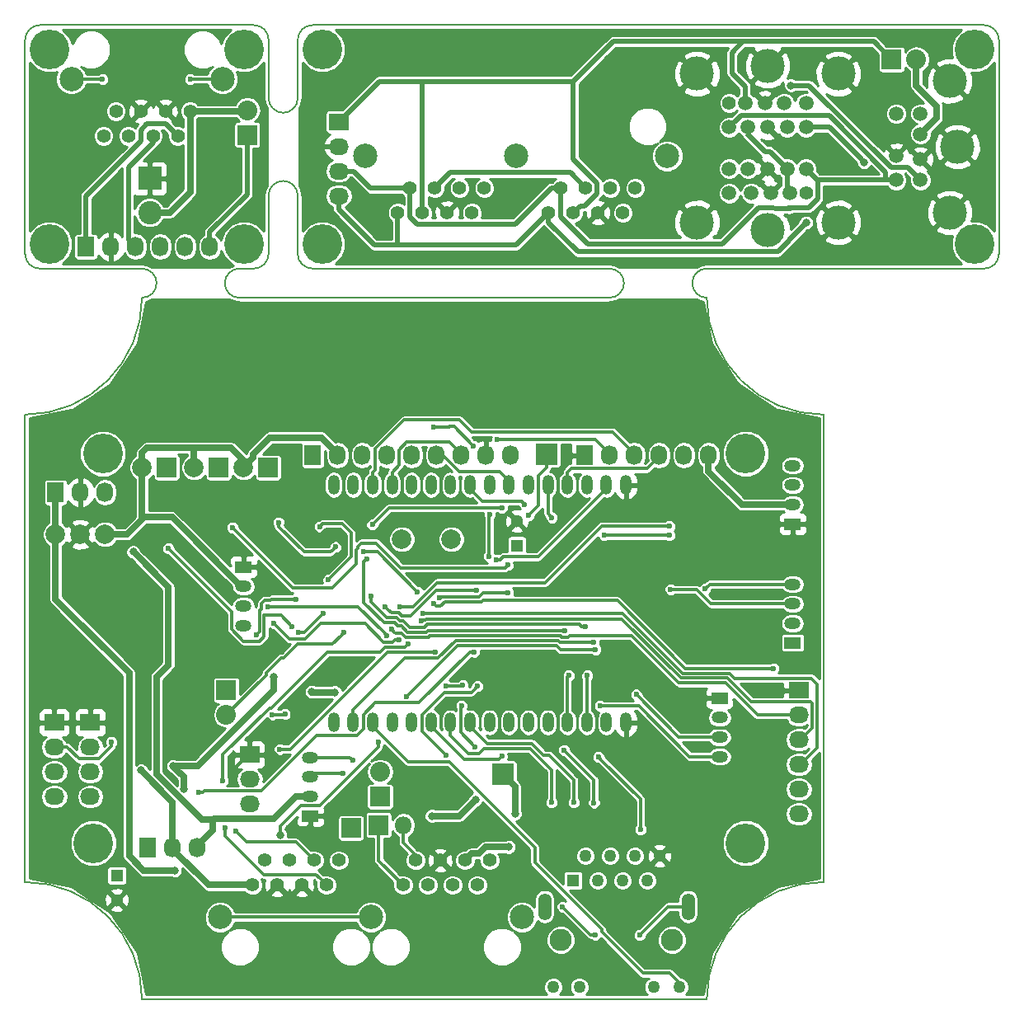
<source format=gbl>
G04 #@! TF.FileFunction,Copper,L2,Bot,Signal*
%FSLAX46Y46*%
G04 Gerber Fmt 4.6, Leading zero omitted, Abs format (unit mm)*
G04 Created by KiCad (PCBNEW 4.0.2+dfsg1-stable) date Di 21 Feb 2017 01:47:22 CET*
%MOMM*%
G01*
G04 APERTURE LIST*
%ADD10C,0.100000*%
%ADD11C,0.150000*%
%ADD12C,1.400000*%
%ADD13C,2.500000*%
%ADD14C,4.064000*%
%ADD15R,1.300000X1.300000*%
%ADD16C,1.300000*%
%ADD17R,2.000000X2.000000*%
%ADD18C,2.000000*%
%ADD19R,1.727200X2.032000*%
%ADD20O,1.727200X2.032000*%
%ADD21R,2.235200X2.235200*%
%ADD22R,2.032000X2.032000*%
%ADD23O,2.032000X2.032000*%
%ADD24R,2.032000X1.727200*%
%ADD25O,2.032000X1.727200*%
%ADD26O,1.200000X2.000000*%
%ADD27R,1.270000X1.270000*%
%ADD28C,1.270000*%
%ADD29C,2.286000*%
%ADD30O,1.371600X2.743200*%
%ADD31C,1.998980*%
%ADD32R,1.699260X1.198880*%
%ADD33O,1.699260X1.198880*%
%ADD34C,2.400000*%
%ADD35R,2.400000X2.400000*%
%ADD36C,1.500000*%
%ADD37C,3.500000*%
%ADD38O,1.800000X1.800000*%
%ADD39C,0.600000*%
%ADD40C,0.800000*%
%ADD41C,0.305000*%
%ADD42C,0.635000*%
%ADD43C,0.508000*%
%ADD44C,0.254000*%
G04 APERTURE END LIST*
D10*
D11*
X129500000Y-71000000D02*
X160000000Y-71000000D01*
X122000000Y-71000000D02*
X123500000Y-71000000D01*
X198500000Y-46000000D02*
X129500000Y-46000000D01*
X123500000Y-46000000D02*
X101500000Y-46000000D01*
X170000000Y-71000000D02*
X198500000Y-71000000D01*
X122000000Y-74000000D02*
X160000000Y-74000000D01*
X160000000Y-74000000D02*
G75*
G03X161500000Y-72500000I0J1500000D01*
G01*
X161500000Y-72500000D02*
G75*
G03X160000000Y-71000000I-1500000J0D01*
G01*
X170000000Y-71000000D02*
G75*
G03X168500000Y-72500000I0J-1500000D01*
G01*
X168500000Y-72500000D02*
G75*
G03X170000000Y-74000000I1500000J0D01*
G01*
X128000000Y-47500000D02*
X128000000Y-53500000D01*
X128000000Y-63500000D02*
X128000000Y-69500000D01*
X125000000Y-63500000D02*
X125000000Y-69500000D01*
X125000000Y-47500000D02*
X125000000Y-53500000D01*
X126500000Y-55000000D02*
G75*
G03X128000000Y-53500000I0J1500000D01*
G01*
X125000000Y-53500000D02*
G75*
G03X126500000Y-55000000I1500000J0D01*
G01*
X128000000Y-63500000D02*
G75*
G03X126500000Y-62000000I-1500000J0D01*
G01*
X126500000Y-62000000D02*
G75*
G03X125000000Y-63500000I0J-1500000D01*
G01*
X129500000Y-46000000D02*
G75*
G03X128000000Y-47500000I0J-1500000D01*
G01*
X128000000Y-69500000D02*
G75*
G03X129500000Y-71000000I1500000J0D01*
G01*
X125000000Y-47500000D02*
G75*
G03X123500000Y-46000000I-1500000J0D01*
G01*
X123500000Y-71000000D02*
G75*
G03X125000000Y-69500000I0J1500000D01*
G01*
X112000000Y-71000000D02*
X101500000Y-71000000D01*
X120500000Y-72500000D02*
G75*
G03X122000000Y-74000000I1500000J0D01*
G01*
X122000000Y-71000000D02*
G75*
G03X120500000Y-72500000I0J-1500000D01*
G01*
X112000000Y-74000000D02*
G75*
G03X113500000Y-72500000I0J1500000D01*
G01*
X113500000Y-72500000D02*
G75*
G03X112000000Y-71000000I-1500000J0D01*
G01*
X200000000Y-69500000D02*
X200000000Y-47500000D01*
X100000000Y-47500000D02*
X100000000Y-69500000D01*
X198500000Y-71000000D02*
G75*
G03X200000000Y-69500000I0J1500000D01*
G01*
X200000000Y-47500000D02*
G75*
G03X198500000Y-46000000I-1500000J0D01*
G01*
X101500000Y-46000000D02*
G75*
G03X100000000Y-47500000I0J-1500000D01*
G01*
X100000000Y-69500000D02*
G75*
G03X101500000Y-71000000I1500000J0D01*
G01*
X112000000Y-146000000D02*
G75*
G03X100000000Y-134000000I-12000000J0D01*
G01*
X100000000Y-86000000D02*
X100000000Y-134000000D01*
X182000000Y-86000000D02*
X182000000Y-134000000D01*
X112000000Y-146000000D02*
X170000000Y-146000000D01*
X170000000Y-74000000D02*
G75*
G03X182000000Y-86000000I12000000J0D01*
G01*
X100000000Y-86000000D02*
G75*
G03X112000000Y-74000000I0J12000000D01*
G01*
X182000000Y-134000000D02*
G75*
G03X170000000Y-146000000I0J-12000000D01*
G01*
D12*
X141351000Y-134312500D03*
X138811000Y-134312500D03*
X140081000Y-131772500D03*
X142621000Y-131772500D03*
X143891000Y-134312500D03*
X145161000Y-131772500D03*
X146431000Y-134312500D03*
X147701000Y-131772500D03*
D13*
X151006000Y-137602500D03*
D14*
X130500000Y-68500000D03*
X130500000Y-48500000D03*
X122500000Y-68500000D03*
X122500000Y-48500000D03*
X197500000Y-68500000D03*
X197500000Y-48500000D03*
X102500000Y-48500000D03*
X102500000Y-68500000D03*
X107000000Y-130000000D03*
X174000000Y-130000000D03*
X174000000Y-90000000D03*
X108000000Y-90000000D03*
D15*
X150495000Y-99441000D03*
D16*
X150495000Y-96941000D03*
D17*
X114554000Y-91440000D03*
D18*
X112014000Y-91440000D03*
D17*
X119888000Y-91440000D03*
D18*
X117348000Y-91440000D03*
D17*
X124968000Y-91440000D03*
D18*
X122428000Y-91440000D03*
D12*
X125857000Y-134312500D03*
X123317000Y-134312500D03*
X124587000Y-131772500D03*
X127127000Y-131772500D03*
X128397000Y-134312500D03*
X129667000Y-131772500D03*
X130937000Y-134312500D03*
X132207000Y-131772500D03*
D13*
X120012000Y-137602500D03*
X135512000Y-137602500D03*
D19*
X157480000Y-90170000D03*
D20*
X160020000Y-90170000D03*
X162560000Y-90170000D03*
X165100000Y-90170000D03*
X167640000Y-90170000D03*
X170180000Y-90170000D03*
D19*
X129540000Y-90170000D03*
D20*
X132080000Y-90170000D03*
X134620000Y-90170000D03*
X137160000Y-90170000D03*
X139700000Y-90170000D03*
X142240000Y-90170000D03*
X144780000Y-90170000D03*
X147320000Y-90170000D03*
X149860000Y-90170000D03*
D21*
X149047200Y-122936000D03*
D22*
X136448800Y-125222000D03*
D23*
X136448800Y-122682000D03*
D24*
X179451000Y-114300000D03*
D25*
X179451000Y-116840000D03*
X179451000Y-119380000D03*
X179451000Y-121920000D03*
X179451000Y-124460000D03*
X179451000Y-127000000D03*
D22*
X120650000Y-114300000D03*
D23*
X120650000Y-116840000D03*
D24*
X123063000Y-120904000D03*
D25*
X123063000Y-123444000D03*
X123063000Y-125984000D03*
D26*
X161685000Y-117610000D03*
X161685000Y-93210000D03*
X159685000Y-117610000D03*
X159685000Y-93210000D03*
X157685000Y-117610000D03*
X157685000Y-93210000D03*
X155685000Y-117610000D03*
X155685000Y-93210000D03*
X153685000Y-117610000D03*
X153685000Y-93210000D03*
X151685000Y-117610000D03*
X151685000Y-93210000D03*
X149685000Y-117610000D03*
X149685000Y-93210000D03*
X147685000Y-117610000D03*
X147685000Y-93210000D03*
X145685000Y-117610000D03*
X145685000Y-93210000D03*
X143685000Y-117610000D03*
X143685000Y-93210000D03*
X141685000Y-117610000D03*
X141685000Y-93210000D03*
X139685000Y-117610000D03*
X139685000Y-93210000D03*
X137685000Y-117610000D03*
X137685000Y-93210000D03*
X135685000Y-117610000D03*
X135685000Y-93210000D03*
X133685000Y-117610000D03*
X133685000Y-93210000D03*
X131685000Y-117610000D03*
X131685000Y-93210000D03*
D27*
X156273500Y-133858000D03*
D28*
X157543500Y-131318000D03*
X158813500Y-133858000D03*
X160083500Y-131318000D03*
X161353500Y-133858000D03*
X162623500Y-131318000D03*
X163893500Y-133858000D03*
X165163500Y-131318000D03*
X154241500Y-144780000D03*
X156908500Y-144780000D03*
X167195500Y-144780000D03*
X164528500Y-144780000D03*
D29*
X166433500Y-139954000D03*
X155003500Y-139954000D03*
D30*
X153352500Y-136525000D03*
X168084500Y-136525000D03*
D19*
X103124000Y-93980000D03*
D20*
X105664000Y-93980000D03*
X108204000Y-93980000D03*
D31*
X138684000Y-98806000D03*
X143764000Y-98806000D03*
D17*
X133477000Y-128460500D03*
D32*
X178816000Y-97236280D03*
D33*
X178816000Y-93233240D03*
X178816000Y-95234760D03*
X178816000Y-91234260D03*
D32*
X178816000Y-109428280D03*
D33*
X178816000Y-105425240D03*
X178816000Y-107426760D03*
X178816000Y-103426260D03*
D32*
X129270000Y-127212280D03*
D33*
X129270000Y-123209240D03*
X129270000Y-125210760D03*
X129270000Y-121210260D03*
D32*
X171323000Y-115122960D03*
D33*
X171323000Y-119126000D03*
X171323000Y-117124480D03*
X171323000Y-121124980D03*
D12*
X114405000Y-54840000D03*
X116945000Y-54840000D03*
X115675000Y-57380000D03*
X113135000Y-57380000D03*
X111865000Y-54840000D03*
X110595000Y-57380000D03*
X109325000Y-54840000D03*
X108055000Y-57380000D03*
D13*
X120250000Y-51550000D03*
X104750000Y-51550000D03*
D12*
X144605000Y-62740000D03*
X147145000Y-62740000D03*
X145875000Y-65280000D03*
X143335000Y-65280000D03*
X142065000Y-62740000D03*
X140795000Y-65280000D03*
X139525000Y-62740000D03*
X138255000Y-65280000D03*
D13*
X150450000Y-59450000D03*
X134950000Y-59450000D03*
D12*
X160105000Y-62740000D03*
X162645000Y-62740000D03*
X161375000Y-65280000D03*
X158835000Y-65280000D03*
X157565000Y-62740000D03*
X156295000Y-65280000D03*
X155025000Y-62740000D03*
X153755000Y-65280000D03*
D13*
X165950000Y-59450000D03*
X150450000Y-59450000D03*
D34*
X112800000Y-65250000D03*
D35*
X112800000Y-61750000D03*
D19*
X106250000Y-68750000D03*
D20*
X108790000Y-68750000D03*
X111330000Y-68750000D03*
X113870000Y-68750000D03*
X116410000Y-68750000D03*
X118950000Y-68750000D03*
D24*
X102997000Y-117602000D03*
D25*
X102997000Y-120142000D03*
X102997000Y-122682000D03*
X102997000Y-125222000D03*
D24*
X106680000Y-117602000D03*
D25*
X106680000Y-120142000D03*
X106680000Y-122682000D03*
X106680000Y-125222000D03*
D15*
X109410500Y-133350000D03*
D16*
X109410500Y-135850000D03*
D18*
X103124000Y-98298000D03*
X105664000Y-98298000D03*
X108204000Y-98298000D03*
D19*
X112610000Y-130450000D03*
D20*
X115150000Y-130450000D03*
X117690000Y-130450000D03*
D36*
X178550000Y-63250000D03*
X176550000Y-63250000D03*
X174550000Y-63250000D03*
D12*
X180200000Y-63250000D03*
D36*
X178250000Y-60750000D03*
X176250000Y-60750000D03*
X172300000Y-63250000D03*
X180200000Y-60750000D03*
X174250000Y-60750000D03*
X172300000Y-60750000D03*
D37*
X169000000Y-66250000D03*
X176250000Y-67050000D03*
X183500000Y-66250000D03*
D36*
X173950000Y-54000000D03*
X175950000Y-54000000D03*
X177950000Y-54000000D03*
D12*
X172300000Y-54000000D03*
D36*
X174250000Y-56500000D03*
X176250000Y-56500000D03*
X180200000Y-54000000D03*
X172300000Y-56500000D03*
X178250000Y-56500000D03*
X180200000Y-56500000D03*
D37*
X183500000Y-51000000D03*
X176250000Y-50200000D03*
X169000000Y-51000000D03*
D36*
X191950000Y-57200000D03*
X191950000Y-59800000D03*
X191950000Y-55100000D03*
X191950000Y-61900000D03*
X189450000Y-55100000D03*
X189450000Y-59400000D03*
X189450000Y-61900000D03*
D37*
X194950000Y-65250000D03*
X195750000Y-58500000D03*
X194950000Y-51750000D03*
D24*
X132207000Y-55930800D03*
D25*
X132207000Y-58470800D03*
X132207000Y-61010800D03*
X132207000Y-63550800D03*
D22*
X122809000Y-57277000D03*
D23*
X122809000Y-54737000D03*
D22*
X188976000Y-49530000D03*
D23*
X191516000Y-49530000D03*
D32*
X122428000Y-101645720D03*
D33*
X122428000Y-105648760D03*
X122428000Y-103647240D03*
X122428000Y-107647740D03*
D21*
X153543000Y-90043000D03*
D22*
X136300000Y-128150000D03*
D38*
X138840000Y-128150000D03*
D39*
X148600000Y-116400000D03*
X149550000Y-114600000D03*
X148450000Y-110500000D03*
X127050000Y-128400000D03*
X121100000Y-123850000D03*
X129550000Y-113250000D03*
X125800000Y-119000000D03*
X117150000Y-110350000D03*
X126250000Y-110350000D03*
X129200000Y-99450000D03*
X130944511Y-97944493D03*
X132835844Y-100041488D03*
X108850000Y-124900000D03*
X108850000Y-123100000D03*
X165850000Y-116550000D03*
X164250000Y-118100000D03*
X163700000Y-113250000D03*
X143604854Y-123839338D03*
X142800000Y-125200000D03*
X140797265Y-127100767D03*
X145396926Y-130353074D03*
X159900000Y-128900000D03*
X152400000Y-128900000D03*
X162306000Y-123317000D03*
X168989566Y-133572219D03*
X147700000Y-96250000D03*
X147650000Y-100550000D03*
X151300000Y-95215030D03*
D40*
X129407112Y-114457112D03*
X131800000Y-114506021D03*
X115178867Y-122060344D03*
X116319232Y-124483234D03*
X125500000Y-112900000D03*
X141746142Y-127216114D03*
X146250000Y-125550000D03*
D39*
X148373907Y-100890556D03*
X154051000Y-125831600D03*
X156337000Y-125831600D03*
X158419800Y-125857000D03*
X155346400Y-120446800D03*
X148950000Y-121100000D03*
X158867480Y-121163166D03*
X163200000Y-128600000D03*
D40*
X111100000Y-100100000D03*
D39*
X141964979Y-87239631D03*
X146050000Y-89200000D03*
X158577438Y-110129418D03*
X139200000Y-114947480D03*
X148497521Y-88552479D03*
X162750000Y-114750000D03*
X166294498Y-103947480D03*
X114700000Y-99750000D03*
X127400000Y-107750000D03*
X137000000Y-105750000D03*
X146350000Y-104050000D03*
X154100775Y-96572027D03*
X148971505Y-95567551D03*
X135650000Y-97300000D03*
X159450000Y-98350000D03*
X166150000Y-98400000D03*
X138494908Y-105732948D03*
X166150000Y-97450000D03*
X130239245Y-97487952D03*
X128050000Y-108402520D03*
X130650000Y-106450000D03*
X131150000Y-102950000D03*
X141951408Y-105421395D03*
X176850000Y-112050000D03*
X140822592Y-106400210D03*
X140674671Y-107186427D03*
X137625624Y-108033293D03*
X126705022Y-116750000D03*
X125400000Y-116800000D03*
X123750000Y-108600000D03*
X127800000Y-104950000D03*
X144800000Y-115900000D03*
X146213235Y-120120041D03*
X146448520Y-113892727D03*
X143200000Y-120955051D03*
X121600000Y-128800000D03*
X120550000Y-128450000D03*
D40*
X149650000Y-130400000D03*
X150300000Y-127000000D03*
D39*
X132600000Y-122850000D03*
X133627204Y-121527204D03*
X149600000Y-101442469D03*
X121300000Y-97600000D03*
X131886682Y-99590864D03*
X134727218Y-100090964D03*
X126014979Y-97066262D03*
X140295929Y-104217076D03*
X142532723Y-104840082D03*
X149600000Y-104300000D03*
X158386520Y-109352520D03*
X132763108Y-108359694D03*
X138385859Y-109133336D03*
X125550000Y-107450000D03*
X137165096Y-108687458D03*
X124950000Y-105700000D03*
X163100000Y-139450000D03*
X158550000Y-139400000D03*
X155200000Y-136550000D03*
D40*
X115379500Y-132842000D03*
X111900000Y-122542454D03*
D39*
X142091725Y-110367837D03*
X126150000Y-120350000D03*
X169822424Y-103885428D03*
X108850000Y-119650000D03*
X151700000Y-96350000D03*
X155829000Y-112776000D03*
X135061689Y-100817702D03*
X155431128Y-108202520D03*
X157734000Y-112776000D03*
X135500000Y-104650000D03*
X157550000Y-107750000D03*
X159050000Y-115900000D03*
D40*
X126204606Y-129152520D03*
D39*
X144950000Y-113800000D03*
X143250000Y-113850000D03*
X136250000Y-119650000D03*
X146100000Y-110362542D03*
X117850000Y-124800000D03*
X139290074Y-109565501D03*
X120300000Y-123600000D03*
X116967000Y-51562000D03*
X107950000Y-51562000D03*
D40*
X186170418Y-60079462D03*
X178650000Y-52200000D03*
X180200000Y-66300000D03*
D41*
X148450000Y-110500000D02*
X148450000Y-113500000D01*
X148450000Y-113500000D02*
X149550000Y-114600000D01*
X127050000Y-128400000D02*
X128986720Y-128400000D01*
X128986720Y-128400000D02*
X129270000Y-128116720D01*
X129270000Y-128116720D02*
X129270000Y-127212280D01*
X123063000Y-120904000D02*
X122910600Y-120904000D01*
X122910600Y-120904000D02*
X121100000Y-122714600D01*
X121100000Y-122714600D02*
X121100000Y-122867000D01*
X121100000Y-122867000D02*
X121100000Y-123850000D01*
X125800000Y-119000000D02*
X127357523Y-117442477D01*
X127357523Y-117442477D02*
X127357523Y-115442477D01*
X127357523Y-115442477D02*
X129550000Y-113250000D01*
X126250000Y-110350000D02*
X117150000Y-110350000D01*
X130944511Y-97944493D02*
X130705507Y-97944493D01*
X130705507Y-97944493D02*
X129200000Y-99450000D01*
X132835844Y-99617224D02*
X131788510Y-98569890D01*
X132835844Y-100041488D02*
X132835844Y-99617224D01*
X131788510Y-98569890D02*
X131569908Y-98569890D01*
X130944511Y-97944493D02*
X131569908Y-98569890D01*
X108850000Y-123100000D02*
X108850000Y-124900000D01*
X165850000Y-116550000D02*
X165850000Y-116125736D01*
X165850000Y-116125736D02*
X165572960Y-115848696D01*
X165572960Y-115848696D02*
X165572960Y-115122960D01*
X163760000Y-117610000D02*
X164250000Y-118100000D01*
X161685000Y-117610000D02*
X163760000Y-117610000D01*
X163700000Y-113250000D02*
X165572960Y-115122960D01*
X165572960Y-115122960D02*
X171323000Y-115122960D01*
X161685000Y-122696000D02*
X161685000Y-117610000D01*
X162306000Y-123317000D02*
X161685000Y-122696000D01*
X142800000Y-125200000D02*
X142800000Y-124644192D01*
X142800000Y-124644192D02*
X143604854Y-123839338D01*
X140977510Y-127281012D02*
X140797265Y-127100767D01*
X142621000Y-131772500D02*
X140977510Y-130129010D01*
X140977510Y-130129010D02*
X140977510Y-127281012D01*
X144040426Y-130353074D02*
X144972662Y-130353074D01*
X144972662Y-130353074D02*
X145396926Y-130353074D01*
X142621000Y-131772500D02*
X144040426Y-130353074D01*
X159900000Y-128900000D02*
X152400000Y-128900000D01*
X165150800Y-130886200D02*
X166303547Y-130886200D01*
X166303547Y-130886200D02*
X168689567Y-133272220D01*
X168689567Y-133272220D02*
X168989566Y-133572219D01*
X147650000Y-100550000D02*
X147650000Y-96300000D01*
X147650000Y-96300000D02*
X147700000Y-96250000D01*
X146990031Y-94915031D02*
X145685000Y-93610000D01*
X151300000Y-95215030D02*
X151000001Y-94915031D01*
X151000001Y-94915031D02*
X146990031Y-94915031D01*
X145685000Y-93610000D02*
X145685000Y-93210000D01*
D42*
X129456021Y-114506021D02*
X129407112Y-114457112D01*
X131800000Y-114506021D02*
X129456021Y-114506021D01*
X115075068Y-96544498D02*
X112243502Y-96544498D01*
X122177810Y-103647240D02*
X115075068Y-96544498D01*
X122428000Y-103647240D02*
X122177810Y-103647240D01*
X112243502Y-96544498D02*
X112014000Y-96774000D01*
X116319232Y-123200709D02*
X115578866Y-122460343D01*
X116319232Y-124483234D02*
X116319232Y-123200709D01*
X115744552Y-122060344D02*
X115178867Y-122060344D01*
X125500000Y-114259582D02*
X117699238Y-122060344D01*
X117699238Y-122060344D02*
X115744552Y-122060344D01*
X115578866Y-122460343D02*
X115178867Y-122060344D01*
X125500000Y-112900000D02*
X125500000Y-114259582D01*
X170180000Y-90170000D02*
X170180000Y-91821000D01*
X170180000Y-91821000D02*
X173593760Y-95234760D01*
X173593760Y-95234760D02*
X177331370Y-95234760D01*
X177331370Y-95234760D02*
X178816000Y-95234760D01*
X125126498Y-88350000D02*
X130412400Y-88350000D01*
X130412400Y-88350000D02*
X132080000Y-90017600D01*
X132080000Y-90017600D02*
X132080000Y-90170000D01*
X122428000Y-91440000D02*
X123427999Y-90440001D01*
X123427999Y-90440001D02*
X123427999Y-90048499D01*
X123427999Y-90048499D02*
X125126498Y-88350000D01*
X142311827Y-127216114D02*
X141746142Y-127216114D01*
X146250000Y-125550000D02*
X144583886Y-127216114D01*
X144583886Y-127216114D02*
X142311827Y-127216114D01*
X117348000Y-91440000D02*
X117348000Y-89408000D01*
X112014000Y-91440000D02*
X112014000Y-89916000D01*
X121158000Y-89408000D02*
X122428000Y-90678000D01*
X112522000Y-89408000D02*
X117348000Y-89408000D01*
X117348000Y-89408000D02*
X121158000Y-89408000D01*
X112014000Y-89916000D02*
X112522000Y-89408000D01*
X122428000Y-90678000D02*
X122428000Y-91440000D01*
X108204000Y-98298000D02*
X110490000Y-98298000D01*
X112014000Y-96774000D02*
X112014000Y-91440000D01*
X110490000Y-98298000D02*
X112014000Y-96774000D01*
D41*
X149088726Y-100600001D02*
X148798171Y-100890556D01*
X159685000Y-93610000D02*
X152694999Y-100600001D01*
X152694999Y-100600001D02*
X149088726Y-100600001D01*
X159685000Y-93210000D02*
X159685000Y-93610000D01*
X148798171Y-100890556D02*
X148373907Y-100890556D01*
X145542542Y-120772542D02*
X146632771Y-120772542D01*
X146632771Y-120772542D02*
X147129883Y-120275430D01*
X143685000Y-118915000D02*
X145542542Y-120772542D01*
X147129883Y-120275430D02*
X151847630Y-120275430D01*
X143685000Y-117610000D02*
X143685000Y-118915000D01*
X151847630Y-120275430D02*
X151815800Y-120275430D01*
X154051000Y-125831600D02*
X154051000Y-125407336D01*
X154051000Y-125407336D02*
X154051000Y-122478800D01*
X154051000Y-122478800D02*
X151847630Y-120275430D01*
X156337000Y-123520200D02*
X156337000Y-125831600D01*
X153787600Y-120970800D02*
X156337000Y-123520200D01*
X145685000Y-118010000D02*
X147445420Y-119770420D01*
X153257190Y-120970800D02*
X153787600Y-120970800D01*
X145685000Y-117610000D02*
X145685000Y-118010000D01*
X152056811Y-119770420D02*
X153257190Y-120970800D01*
X147445420Y-119770420D02*
X152056811Y-119770420D01*
X158419800Y-125857000D02*
X158419800Y-124637296D01*
X158419800Y-124637296D02*
X158419800Y-123494800D01*
X158394400Y-123494800D02*
X158419800Y-123494800D01*
X155346400Y-120446800D02*
X158394400Y-123494800D01*
X141685000Y-118010000D02*
X141685000Y-117610000D01*
X148950000Y-121100000D02*
X148650001Y-121399999D01*
X145074999Y-121399999D02*
X141685000Y-118010000D01*
X148650001Y-121399999D02*
X145074999Y-121399999D01*
X159167479Y-121463165D02*
X158867480Y-121163166D01*
X163200000Y-125495686D02*
X159167479Y-121463165D01*
X163200000Y-128600000D02*
X163200000Y-125495686D01*
X166195299Y-143360699D02*
X167182800Y-144348200D01*
X135685000Y-117610000D02*
X135685000Y-118010000D01*
X163430401Y-143360699D02*
X166195299Y-143360699D01*
X159202502Y-139132800D02*
X163430401Y-143360699D01*
X159202502Y-138882502D02*
X159202502Y-139132800D01*
X152336500Y-132016500D02*
X159202502Y-138882502D01*
X152336500Y-130429000D02*
X152336500Y-132016500D01*
X143532217Y-121624717D02*
X152336500Y-130429000D01*
X139299717Y-121624717D02*
X143532217Y-121624717D01*
X135685000Y-118010000D02*
X139299717Y-121624717D01*
D42*
X125513631Y-127482499D02*
X119414083Y-127482499D01*
X129270000Y-125210760D02*
X127785370Y-125210760D01*
X119414083Y-127482499D02*
X119300000Y-127596582D01*
X127785370Y-125210760D02*
X125513631Y-127482499D01*
X119300000Y-127596582D02*
X118135011Y-127596582D01*
X117690000Y-130450000D02*
X117690000Y-130297600D01*
X117690000Y-130297600D02*
X119300000Y-128687600D01*
X119300000Y-128687600D02*
X119300000Y-127596582D01*
X113500000Y-112950000D02*
X114730000Y-111720000D01*
X113500000Y-122961571D02*
X113500000Y-112950000D01*
X118135011Y-127596582D02*
X113500000Y-122961571D01*
X114730000Y-103730000D02*
X111100000Y-100100000D01*
X114730000Y-111720000D02*
X114730000Y-103730000D01*
X129270000Y-125210760D02*
X129019810Y-125210760D01*
D41*
X141964979Y-87239631D02*
X143560369Y-87239631D01*
X143560369Y-87239631D02*
X143600000Y-87200000D01*
X146050000Y-89200000D02*
X144050000Y-87200000D01*
X144050000Y-87200000D02*
X143600000Y-87200000D01*
X139200000Y-114947480D02*
X144437458Y-109710022D01*
X144437458Y-109710022D02*
X154544540Y-109710022D01*
X154963936Y-110129418D02*
X158153174Y-110129418D01*
X158153174Y-110129418D02*
X158577438Y-110129418D01*
X154544540Y-109710022D02*
X154963936Y-110129418D01*
X135943890Y-91646110D02*
X135685000Y-91905000D01*
X144619243Y-86547498D02*
X138910263Y-86547498D01*
X162560000Y-90017600D02*
X160342400Y-87800000D01*
X162560000Y-90170000D02*
X162560000Y-90017600D01*
X138910263Y-86547498D02*
X135943890Y-89513871D01*
X135943890Y-89513871D02*
X135943890Y-91646110D01*
X160342400Y-87800000D02*
X145871745Y-87800000D01*
X135685000Y-91905000D02*
X135685000Y-93210000D01*
X145871745Y-87800000D02*
X144619243Y-86547498D01*
X156300000Y-91504102D02*
X156085898Y-91504102D01*
X156085898Y-91504102D02*
X155685000Y-91905000D01*
X155685000Y-91905000D02*
X155685000Y-93210000D01*
X165100000Y-90322400D02*
X163883899Y-91538501D01*
X165100000Y-90170000D02*
X165100000Y-90322400D01*
X163883899Y-91538501D02*
X156334399Y-91538501D01*
X156334399Y-91538501D02*
X156300000Y-91504102D01*
X160020000Y-90017600D02*
X158554879Y-88552479D01*
X158554879Y-88552479D02*
X148921785Y-88552479D01*
X148921785Y-88552479D02*
X148497521Y-88552479D01*
X160020000Y-90170000D02*
X160020000Y-90017600D01*
X167126000Y-119126000D02*
X170168370Y-119126000D01*
X170168370Y-119126000D02*
X171323000Y-119126000D01*
X162750000Y-114750000D02*
X167126000Y-119126000D01*
X178816000Y-105425240D02*
X170439433Y-105425240D01*
X168961673Y-103947480D02*
X166718762Y-103947480D01*
X170439433Y-105425240D02*
X168961673Y-103947480D01*
X166718762Y-103947480D02*
X166294498Y-103947480D01*
X122436312Y-109252502D02*
X121225860Y-108042050D01*
X124555011Y-108760693D02*
X124063202Y-109252502D01*
X124555011Y-106600710D02*
X124555011Y-108760693D01*
X126250710Y-106600710D02*
X124555011Y-106600710D01*
X127400000Y-107750000D02*
X126250710Y-106600710D01*
X121225860Y-106275860D02*
X114700000Y-99750000D01*
X121225860Y-108042050D02*
X121225860Y-106275860D01*
X124063202Y-109252502D02*
X122436312Y-109252502D01*
X139598668Y-106701332D02*
X138687752Y-106701332D01*
X137299999Y-106049999D02*
X137000000Y-105750000D01*
X138357190Y-106370769D02*
X137620769Y-106370769D01*
X138687752Y-106701332D02*
X138653019Y-106666598D01*
X142250000Y-104050000D02*
X139598668Y-106701332D01*
X146350000Y-104050000D02*
X142250000Y-104050000D01*
X137620769Y-106370769D02*
X137299999Y-106049999D01*
X138653019Y-106666598D02*
X138357190Y-106370769D01*
X153800776Y-96272028D02*
X154100775Y-96572027D01*
X153685000Y-96156252D02*
X153800776Y-96272028D01*
X153685000Y-93210000D02*
X153685000Y-96156252D01*
X148547241Y-95567551D02*
X148971505Y-95567551D01*
X135650000Y-97300000D02*
X137382449Y-95567551D01*
X137382449Y-95567551D02*
X148547241Y-95567551D01*
X166150000Y-98400000D02*
X159500000Y-98400000D01*
X159500000Y-98400000D02*
X159450000Y-98350000D01*
X159192052Y-97450000D02*
X153397062Y-103244990D01*
X138919172Y-105732948D02*
X138494908Y-105732948D01*
X166150000Y-97450000D02*
X159192052Y-97450000D01*
X139812461Y-105732948D02*
X138919172Y-105732948D01*
X142300419Y-103244990D02*
X139812461Y-105732948D01*
X153397062Y-103244990D02*
X142300419Y-103244990D01*
X148732490Y-91857490D02*
X149685000Y-92810000D01*
X149685000Y-92810000D02*
X149685000Y-93210000D01*
X144595251Y-91857490D02*
X148732490Y-91857490D01*
X142907761Y-90170000D02*
X144595251Y-91857490D01*
X142240000Y-90170000D02*
X142907761Y-90170000D01*
X144780000Y-90170000D02*
X144780000Y-90017600D01*
X137685000Y-91905000D02*
X137685000Y-93210000D01*
X138376110Y-89621651D02*
X138376110Y-91213890D01*
X138376110Y-91213890D02*
X137685000Y-91905000D01*
X144780000Y-90017600D02*
X143563890Y-88801490D01*
X139196271Y-88801490D02*
X138376110Y-89621651D01*
X143563890Y-88801490D02*
X139196271Y-88801490D01*
X132552146Y-97187953D02*
X130539244Y-97187953D01*
X133488345Y-98124152D02*
X132552146Y-97187953D01*
X133488345Y-100611655D02*
X133488345Y-98124152D01*
X131150000Y-102950000D02*
X133488345Y-100611655D01*
X130539244Y-97187953D02*
X130239245Y-97487952D01*
X128474264Y-108402520D02*
X128050000Y-108402520D01*
X128697480Y-108402520D02*
X128474264Y-108402520D01*
X130650000Y-106450000D02*
X128697480Y-108402520D01*
X146907332Y-105222563D02*
X143115946Y-105222563D01*
X167750000Y-112050000D02*
X160800000Y-105100000D01*
X176850000Y-112050000D02*
X167750000Y-112050000D01*
X142218110Y-105688097D02*
X141951408Y-105421395D01*
X147029895Y-105100000D02*
X146907332Y-105222563D01*
X142650412Y-105688097D02*
X142218110Y-105688097D01*
X143115946Y-105222563D02*
X142650412Y-105688097D01*
X160800000Y-105100000D02*
X147029895Y-105100000D01*
X181324521Y-120198879D02*
X181324521Y-113659419D01*
X167540818Y-112555011D02*
X161386017Y-106400210D01*
X141246856Y-106400210D02*
X140822592Y-106400210D01*
X181324521Y-113659419D02*
X180749001Y-113083899D01*
X179603400Y-121920000D02*
X181324521Y-120198879D01*
X179451000Y-121920000D02*
X179603400Y-121920000D01*
X172869707Y-113083899D02*
X172340819Y-112555011D01*
X172340819Y-112555011D02*
X167540818Y-112555011D01*
X180749001Y-113083899D02*
X172869707Y-113083899D01*
X161386017Y-106400210D02*
X141246856Y-106400210D01*
X161299326Y-107027712D02*
X141160794Y-107027712D01*
X141160794Y-107027712D02*
X141135794Y-107052712D01*
X180819501Y-115683693D02*
X180651909Y-115516101D01*
X172131638Y-113060022D02*
X167331636Y-113060022D01*
X174587718Y-115516101D02*
X172131638Y-113060022D01*
X140808386Y-107052712D02*
X140674671Y-107186427D01*
X141135794Y-107052712D02*
X140808386Y-107052712D01*
X180819501Y-118163899D02*
X180819501Y-115683693D01*
X179451000Y-119380000D02*
X179603400Y-119380000D01*
X167331636Y-113060022D02*
X161299326Y-107027712D01*
X179603400Y-119380000D02*
X180819501Y-118163899D01*
X180651909Y-115516101D02*
X174587718Y-115516101D01*
X139063297Y-108848951D02*
X138673488Y-108459142D01*
X154962904Y-108700000D02*
X141555188Y-108700000D01*
X155899352Y-108700000D02*
X155744330Y-108855022D01*
X141555188Y-108700000D02*
X141406237Y-108848951D01*
X171922456Y-113565032D02*
X167122454Y-113565031D01*
X155744330Y-108855022D02*
X155117926Y-108855022D01*
X137925623Y-108333292D02*
X137625624Y-108033293D01*
X141406237Y-108848951D02*
X139063297Y-108848951D01*
X138673488Y-108459142D02*
X138051473Y-108459142D01*
X179451000Y-116840000D02*
X175197425Y-116840000D01*
X175197425Y-116840000D02*
X171922456Y-113565032D01*
X162257423Y-108700000D02*
X155899352Y-108700000D01*
X155117926Y-108855022D02*
X154962904Y-108700000D01*
X138051473Y-108459142D02*
X137925623Y-108333292D01*
X167122454Y-113565031D02*
X162257423Y-108700000D01*
X125400000Y-116800000D02*
X126655022Y-116800000D01*
X126655022Y-116800000D02*
X126705022Y-116750000D01*
X124050000Y-106095700D02*
X124050000Y-108300000D01*
X124050000Y-108300000D02*
X123750000Y-108600000D01*
X127800000Y-104950000D02*
X125300000Y-104950000D01*
X125300000Y-104950000D02*
X125202501Y-105047499D01*
X125202501Y-105047499D02*
X124636799Y-105047499D01*
X124636799Y-105047499D02*
X124297499Y-105386799D01*
X124297499Y-105386799D02*
X124297499Y-105952501D01*
X124297499Y-105952501D02*
X124154300Y-106095700D01*
X124154300Y-106095700D02*
X124050000Y-106095700D01*
X146213235Y-120120041D02*
X144732490Y-118639296D01*
X144732490Y-118639296D02*
X144732490Y-115967510D01*
X144732490Y-115967510D02*
X144800000Y-115900000D01*
X146148521Y-114192726D02*
X146448520Y-113892727D01*
X145838746Y-114502501D02*
X146148521Y-114192726D01*
X140732490Y-116815458D02*
X143045447Y-114502501D01*
X143200000Y-120955051D02*
X140732490Y-118487541D01*
X140732490Y-118487541D02*
X140732490Y-116815458D01*
X143045447Y-114502501D02*
X145838746Y-114502501D01*
X128967001Y-131072501D02*
X129667000Y-131772500D01*
X127799521Y-129905021D02*
X128967001Y-131072501D01*
X121600000Y-128800000D02*
X122705021Y-129905021D01*
X122705021Y-129905021D02*
X127799521Y-129905021D01*
X120550000Y-128450000D02*
X120550000Y-129293202D01*
X120550000Y-129293202D02*
X124516797Y-133259999D01*
X130237001Y-133612501D02*
X130937000Y-134312500D01*
X124516797Y-133259999D02*
X129884499Y-133259999D01*
X129884499Y-133259999D02*
X130237001Y-133612501D01*
D42*
X145161000Y-131772500D02*
X145860999Y-131072501D01*
X145860999Y-131072501D02*
X146599097Y-131072501D01*
X146599097Y-131072501D02*
X147271598Y-130400000D01*
X147271598Y-130400000D02*
X149650000Y-130400000D01*
X150300000Y-127000000D02*
X150300000Y-124188800D01*
X150300000Y-124188800D02*
X149047200Y-122936000D01*
D41*
X132600000Y-122850000D02*
X129629240Y-122850000D01*
X129629240Y-122850000D02*
X129270000Y-123209240D01*
X133327205Y-121227205D02*
X133627204Y-121527204D01*
X129270000Y-121210260D02*
X133310260Y-121210260D01*
X133310260Y-121210260D02*
X133327205Y-121227205D01*
X136061690Y-99197498D02*
X138606660Y-101742468D01*
X138606660Y-101742468D02*
X149300001Y-101742468D01*
X149300001Y-101742468D02*
X149600000Y-101442469D01*
X134160022Y-99568364D02*
X134530888Y-99197498D01*
X121300000Y-97600000D02*
X127505010Y-103805010D01*
X127505010Y-103805010D02*
X131555690Y-103805010D01*
X131555690Y-103805010D02*
X133993356Y-101367344D01*
X133993356Y-101367344D02*
X133993356Y-99935030D01*
X133993356Y-99935030D02*
X134160022Y-99768364D01*
X134160022Y-99768364D02*
X134160022Y-99568364D01*
X134530888Y-99197498D02*
X136061690Y-99197498D01*
X128626955Y-100102502D02*
X131375044Y-100102502D01*
X126014979Y-97066262D02*
X126014979Y-97490526D01*
X131586683Y-99890863D02*
X131886682Y-99590864D01*
X131375044Y-100102502D02*
X131586683Y-99890863D01*
X126014979Y-97490526D02*
X128626955Y-100102502D01*
X135151482Y-100090964D02*
X134727218Y-100090964D01*
X136169817Y-100090964D02*
X135151482Y-100090964D01*
X140295929Y-104217076D02*
X136169817Y-100090964D01*
X147065702Y-104300000D02*
X146650708Y-104714994D01*
X149600000Y-104300000D02*
X147065702Y-104300000D01*
X142657811Y-104714994D02*
X142532723Y-104840082D01*
X146650708Y-104714994D02*
X142657811Y-104714994D01*
X154908744Y-109360033D02*
X157954743Y-109360033D01*
X157954743Y-109360033D02*
X157962256Y-109352520D01*
X154753722Y-109205011D02*
X154908744Y-109360033D01*
X142402933Y-111020339D02*
X144218261Y-109205011D01*
X138969661Y-111020339D02*
X142402933Y-111020339D01*
X133685000Y-117610000D02*
X133685000Y-116305000D01*
X133685000Y-116305000D02*
X138969661Y-111020339D01*
X157962256Y-109352520D02*
X158386520Y-109352520D01*
X144218261Y-109205011D02*
X154753722Y-109205011D01*
X135512000Y-137602500D02*
X133903499Y-137602500D01*
X133903499Y-137602500D02*
X120012000Y-137602500D01*
X131562769Y-109560033D02*
X132463109Y-108659693D01*
X126563201Y-111002501D02*
X128005669Y-109560033D01*
X124747499Y-112538799D02*
X126283797Y-111002501D01*
X126283797Y-111002501D02*
X126563201Y-111002501D01*
X132463109Y-108659693D02*
X132763108Y-108359694D01*
X124747499Y-112742501D02*
X124747499Y-112538799D01*
X120650000Y-116840000D02*
X124747499Y-112742501D01*
X128005669Y-109560033D02*
X131562769Y-109560033D01*
X128759170Y-109055022D02*
X130364192Y-107450000D01*
X136779584Y-109339978D02*
X137754953Y-109339978D01*
X137754953Y-109339978D02*
X137961595Y-109133336D01*
X125550000Y-107450000D02*
X127155022Y-109055022D01*
X134889606Y-107450000D02*
X136779584Y-109339978D01*
X127155022Y-109055022D02*
X128759170Y-109055022D01*
X137961595Y-109133336D02*
X138385859Y-109133336D01*
X130364192Y-107450000D02*
X134889606Y-107450000D01*
X134177638Y-105700000D02*
X136865097Y-108387459D01*
X124950000Y-105700000D02*
X134177638Y-105700000D01*
X136865097Y-108387459D02*
X137165096Y-108687458D01*
X163100000Y-139450000D02*
X166025000Y-136525000D01*
X166025000Y-136525000D02*
X168084500Y-136525000D01*
X155200000Y-136550000D02*
X158050000Y-139400000D01*
X158050000Y-139400000D02*
X158550000Y-139400000D01*
D42*
X115379500Y-132842000D02*
X112190898Y-132842000D01*
X112190898Y-132842000D02*
X110680500Y-131331602D01*
X110680500Y-131331602D02*
X110680500Y-112522000D01*
X110680500Y-112522000D02*
X103124000Y-104965500D01*
X103124000Y-104965500D02*
X103124000Y-98298000D01*
X103124000Y-98298000D02*
X103124000Y-93980000D01*
X111900000Y-122542454D02*
X115150000Y-125792454D01*
X115150000Y-125792454D02*
X115150000Y-130450000D01*
X115150000Y-130450000D02*
X115150000Y-130602400D01*
X115150000Y-130602400D02*
X118860100Y-134312500D01*
X118860100Y-134312500D02*
X122327051Y-134312500D01*
X122327051Y-134312500D02*
X123317000Y-134312500D01*
X115150000Y-130450000D02*
X115150000Y-130297600D01*
D41*
X127197948Y-120350000D02*
X137180111Y-110367837D01*
X126150000Y-120350000D02*
X127197948Y-120350000D01*
X137180111Y-110367837D02*
X141667461Y-110367837D01*
X141667461Y-110367837D02*
X142091725Y-110367837D01*
X136300000Y-128150000D02*
X136300000Y-131801500D01*
X136300000Y-131801500D02*
X138811000Y-134312500D01*
X140081000Y-131772500D02*
X140081000Y-131231000D01*
X140081000Y-131231000D02*
X138840000Y-129990000D01*
X138840000Y-129990000D02*
X138840000Y-128150000D01*
X170122423Y-103585429D02*
X169822424Y-103885428D01*
X170281592Y-103426260D02*
X170122423Y-103585429D01*
X178816000Y-103426260D02*
X170281592Y-103426260D01*
X108850000Y-119650000D02*
X108850000Y-120074264D01*
X108850000Y-120074264D02*
X107566154Y-121358110D01*
X107566154Y-121358110D02*
X105534110Y-121358110D01*
X104318000Y-120142000D02*
X102997000Y-120142000D01*
X105534110Y-121358110D02*
X104318000Y-120142000D01*
X151700000Y-96350000D02*
X152732490Y-95317510D01*
X152732490Y-95317510D02*
X152732490Y-92276110D01*
X152732490Y-92276110D02*
X153543000Y-91465600D01*
X153543000Y-91465600D02*
X153543000Y-90043000D01*
X155685000Y-112920000D02*
X155829000Y-112776000D01*
X155685000Y-117610000D02*
X155685000Y-112920000D01*
X138269389Y-107711354D02*
X137938826Y-107380791D01*
X155381128Y-108152520D02*
X141388475Y-108152520D01*
X136868825Y-107380791D02*
X134761690Y-105273656D01*
X155431128Y-108202520D02*
X155381128Y-108152520D01*
X141388475Y-108152520D02*
X141197055Y-108343940D01*
X141197055Y-108343940D02*
X139276360Y-108343940D01*
X134761690Y-101117701D02*
X135061689Y-100817702D01*
X134761690Y-105273656D02*
X134761690Y-101117701D01*
X137938826Y-107380791D02*
X136868825Y-107380791D01*
X138643774Y-107711354D02*
X138269389Y-107711354D01*
X139276360Y-108343940D02*
X138643774Y-107711354D01*
X157685000Y-112825000D02*
X157734000Y-112776000D01*
X157685000Y-117610000D02*
X157685000Y-112825000D01*
X138148008Y-106875780D02*
X137160076Y-106875780D01*
X137160076Y-106875780D02*
X135500000Y-105215704D01*
X135500000Y-105215704D02*
X135500000Y-105074264D01*
X156908459Y-107532723D02*
X141294079Y-107532723D01*
X138852956Y-107206343D02*
X138478570Y-107206343D01*
X138478570Y-107206343D02*
X138148008Y-106875780D01*
X139485541Y-107838929D02*
X138852956Y-107206343D01*
X157550000Y-107750000D02*
X157125736Y-107750000D01*
X140987873Y-107838929D02*
X139485541Y-107838929D01*
X135500000Y-105074264D02*
X135500000Y-104650000D01*
X157125736Y-107750000D02*
X156908459Y-107532723D01*
X141294079Y-107532723D02*
X140987873Y-107838929D01*
X159474264Y-115900000D02*
X159050000Y-115900000D01*
X163015704Y-115900000D02*
X159474264Y-115900000D01*
X168240684Y-121124980D02*
X163015704Y-115900000D01*
X171323000Y-121124980D02*
X168240684Y-121124980D01*
X126204606Y-128286835D02*
X126204606Y-128586835D01*
X128328731Y-126162710D02*
X126204606Y-128286835D01*
X126204606Y-128586835D02*
X126204606Y-129152520D01*
X130252992Y-126162710D02*
X128328731Y-126162710D01*
X136250000Y-120165702D02*
X130252992Y-126162710D01*
X136250000Y-119650000D02*
X136250000Y-120165702D01*
X144900000Y-113850000D02*
X144950000Y-113800000D01*
X143250000Y-113850000D02*
X144900000Y-113850000D01*
X140438278Y-115600000D02*
X145675736Y-110362542D01*
X117850000Y-124800000D02*
X118274264Y-124800000D01*
X134732490Y-116815458D02*
X135947948Y-115600000D01*
X134732490Y-118309562D02*
X134732490Y-116815458D01*
X134079542Y-118962510D02*
X134732490Y-118309562D01*
X124223700Y-124660110D02*
X129921300Y-118962510D01*
X118274264Y-124800000D02*
X118414154Y-124660110D01*
X118414154Y-124660110D02*
X124223700Y-124660110D01*
X129921300Y-118962510D02*
X134079542Y-118962510D01*
X145675736Y-110362542D02*
X146100000Y-110362542D01*
X135947948Y-115600000D02*
X140438278Y-115600000D01*
X136988766Y-109844989D02*
X139010586Y-109844989D01*
X120300000Y-120934298D02*
X125086799Y-116147499D01*
X125305399Y-116147499D02*
X131052898Y-110400000D01*
X125086799Y-116147499D02*
X125305399Y-116147499D01*
X120300000Y-123600000D02*
X120300000Y-120934298D01*
X139010586Y-109844989D02*
X139290074Y-109565501D01*
X131052898Y-110400000D02*
X136433756Y-110400000D01*
X136433756Y-110400000D02*
X136988766Y-109844989D01*
X104750000Y-51550000D02*
X107938000Y-51550000D01*
X116979000Y-51550000D02*
X120250000Y-51550000D01*
X116967000Y-51562000D02*
X116979000Y-51550000D01*
X107938000Y-51550000D02*
X107950000Y-51562000D01*
D43*
X142065000Y-62740000D02*
X143650999Y-61154001D01*
X143650999Y-61154001D02*
X155979001Y-61154001D01*
X155979001Y-61154001D02*
X157565000Y-62740000D01*
D42*
X116945000Y-54840000D02*
X122706000Y-54840000D01*
X122706000Y-54840000D02*
X122809000Y-54737000D01*
X112800000Y-65250000D02*
X114836000Y-65250000D01*
X116945000Y-63141000D02*
X116945000Y-54840000D01*
X114836000Y-65250000D02*
X116945000Y-63141000D01*
D43*
X110807500Y-58991500D02*
X111887000Y-57912000D01*
X114429000Y-56134000D02*
X115675000Y-57380000D01*
X112522000Y-56134000D02*
X114429000Y-56134000D01*
X111887000Y-56769000D02*
X112522000Y-56134000D01*
X111887000Y-57912000D02*
X111887000Y-56769000D01*
X106250000Y-68750000D02*
X106250000Y-63549000D01*
X106250000Y-63549000D02*
X110807500Y-58991500D01*
X110807500Y-58991500D02*
X110871000Y-58928000D01*
X113135000Y-57380000D02*
X113135000Y-58061000D01*
X113135000Y-58061000D02*
X110617000Y-60579000D01*
X110617000Y-60579000D02*
X110617000Y-68037000D01*
X110617000Y-68037000D02*
X111330000Y-68750000D01*
X182590956Y-56500000D02*
X185770419Y-59679463D01*
X180200000Y-56500000D02*
X182590956Y-56500000D01*
X185770419Y-59679463D02*
X186170418Y-60079462D01*
X188389340Y-61090618D02*
X182594721Y-55295999D01*
X182594721Y-55295999D02*
X173504001Y-55295999D01*
X188389340Y-61900000D02*
X188389340Y-61090618D01*
X189450000Y-61900000D02*
X188389340Y-61900000D01*
X173504001Y-55295999D02*
X173049999Y-55750001D01*
X180200000Y-60750000D02*
X181350000Y-61900000D01*
X173049999Y-55750001D02*
X172300000Y-56500000D01*
X181350000Y-61900000D02*
X188389340Y-61900000D01*
X178500000Y-64750000D02*
X180481922Y-64750000D01*
X180481922Y-64750000D02*
X181404001Y-63827921D01*
X181404001Y-63827921D02*
X181404001Y-61954001D01*
X181404001Y-61954001D02*
X180949999Y-61499999D01*
X180949999Y-61499999D02*
X180200000Y-60750000D01*
X175288078Y-64750000D02*
X178600000Y-64850000D01*
X178350000Y-64750000D02*
X178500000Y-64750000D01*
X178500000Y-64750000D02*
X178600000Y-64850000D01*
X155025000Y-62740000D02*
X155025000Y-65717922D01*
X155025000Y-65717922D02*
X157761079Y-68454001D01*
X157761079Y-68454001D02*
X171584077Y-68454001D01*
X171584077Y-68454001D02*
X175288078Y-64750000D01*
X139525000Y-62740000D02*
X139525000Y-65717922D01*
X139525000Y-65717922D02*
X140241079Y-66434001D01*
X140241079Y-66434001D02*
X150341050Y-66434001D01*
X154035051Y-62740000D02*
X155025000Y-62740000D01*
X150341050Y-66434001D02*
X154035051Y-62740000D01*
X132207000Y-61010800D02*
X133731000Y-61010800D01*
X133731000Y-61010800D02*
X135460200Y-62740000D01*
X135460200Y-62740000D02*
X138535051Y-62740000D01*
X138535051Y-62740000D02*
X139525000Y-62740000D01*
X135884600Y-68600000D02*
X138250000Y-68600000D01*
X138250000Y-68600000D02*
X150435000Y-68600000D01*
X138255000Y-65280000D02*
X138255000Y-66269949D01*
X138255000Y-66269949D02*
X138250000Y-66274949D01*
X138250000Y-66274949D02*
X138250000Y-68600000D01*
X191950000Y-61900000D02*
X190654001Y-60604001D01*
X180500000Y-52200000D02*
X178650000Y-52200000D01*
X190654001Y-60604001D02*
X188904001Y-60604001D01*
X188904001Y-60604001D02*
X180500000Y-52200000D01*
X177307921Y-69254001D02*
X178454001Y-68107921D01*
X178454001Y-68107921D02*
X178454001Y-68045999D01*
X178454001Y-68045999D02*
X180200000Y-66300000D01*
X153755000Y-66269949D02*
X156739052Y-69254001D01*
X156739052Y-69254001D02*
X177307921Y-69254001D01*
X153755000Y-65280000D02*
X153755000Y-66269949D01*
X150435000Y-68600000D02*
X153755000Y-65280000D01*
X132207000Y-63550800D02*
X132207000Y-64922400D01*
X132207000Y-64922400D02*
X135884600Y-68600000D01*
X156295000Y-59762078D02*
X156295000Y-51794500D01*
X158719001Y-62186079D02*
X156295000Y-59762078D01*
X158719001Y-63293921D02*
X158719001Y-62186079D01*
X157432921Y-64580001D02*
X158719001Y-63293921D01*
X156994999Y-64580001D02*
X157432921Y-64580001D01*
X156295000Y-65280000D02*
X156994999Y-64580001D01*
X174307500Y-57340500D02*
X174307500Y-56557500D01*
X174307500Y-56557500D02*
X174250000Y-56500000D01*
X140795000Y-65280000D02*
X140795000Y-51794500D01*
X140652500Y-51816000D02*
X140652500Y-51794500D01*
X140773500Y-51816000D02*
X140652500Y-51816000D01*
X140795000Y-51794500D02*
X140773500Y-51816000D01*
X156295000Y-51794500D02*
X140652500Y-51794500D01*
X140652500Y-51794500D02*
X136343300Y-51794500D01*
X136343300Y-51794500D02*
X132207000Y-55930800D01*
X160401000Y-47688500D02*
X156273500Y-51816000D01*
X160401000Y-47688500D02*
X173736000Y-47688500D01*
X156295000Y-51794500D02*
X156273500Y-51816000D01*
X178250000Y-60750000D02*
X178250000Y-62950000D01*
X178250000Y-62950000D02*
X178550000Y-63250000D01*
X176491500Y-58991500D02*
X178250000Y-60750000D01*
X175958500Y-58991500D02*
X176491500Y-58991500D01*
X174250000Y-57283000D02*
X174307500Y-57340500D01*
X174307500Y-57340500D02*
X175958500Y-58991500D01*
X173950000Y-54000000D02*
X173950000Y-52284000D01*
X187134500Y-47688500D02*
X188976000Y-49530000D01*
X173736000Y-47688500D02*
X187134500Y-47688500D01*
X172593000Y-48831500D02*
X173736000Y-47688500D01*
X172593000Y-50927000D02*
X172593000Y-48831500D01*
X173950000Y-52284000D02*
X172593000Y-50927000D01*
X118950000Y-68750000D02*
X118950000Y-67232000D01*
X122809000Y-63373000D02*
X122809000Y-57277000D01*
X118950000Y-67232000D02*
X122809000Y-63373000D01*
D42*
X191516000Y-49530000D02*
X191516000Y-52260500D01*
X193611500Y-55538500D02*
X191950000Y-57200000D01*
X193611500Y-54356000D02*
X193611500Y-55538500D01*
X191516000Y-52260500D02*
X193611500Y-54356000D01*
D44*
G36*
X166745213Y-113942273D02*
X166814493Y-113988564D01*
X166918292Y-114057921D01*
X167122454Y-114098531D01*
X170000333Y-114098532D01*
X169935043Y-114163822D01*
X169838370Y-114397211D01*
X169838370Y-114837210D01*
X169997120Y-114995960D01*
X171196000Y-114995960D01*
X171196000Y-114975960D01*
X171450000Y-114975960D01*
X171450000Y-114995960D01*
X171470000Y-114995960D01*
X171470000Y-115249960D01*
X171450000Y-115249960D01*
X171450000Y-115269960D01*
X171196000Y-115269960D01*
X171196000Y-115249960D01*
X169997120Y-115249960D01*
X169838370Y-115408710D01*
X169838370Y-115848709D01*
X169935043Y-116082098D01*
X170113671Y-116260727D01*
X170347060Y-116357400D01*
X170465881Y-116357400D01*
X170355425Y-116431204D01*
X170142893Y-116749282D01*
X170068261Y-117124480D01*
X170142893Y-117499678D01*
X170355425Y-117817756D01*
X170673503Y-118030288D01*
X171048701Y-118104920D01*
X171597299Y-118104920D01*
X171972497Y-118030288D01*
X172290575Y-117817756D01*
X172503107Y-117499678D01*
X172577739Y-117124480D01*
X172503107Y-116749282D01*
X172290575Y-116431204D01*
X172180119Y-116357400D01*
X172298940Y-116357400D01*
X172532329Y-116260727D01*
X172710957Y-116082098D01*
X172807630Y-115848709D01*
X172807630Y-115408710D01*
X172648882Y-115249962D01*
X172807630Y-115249962D01*
X172807630Y-115204689D01*
X174820184Y-117217242D01*
X174923937Y-117286568D01*
X174993263Y-117332890D01*
X175197425Y-117373500D01*
X178159599Y-117373500D01*
X178391166Y-117720065D01*
X178794943Y-117989860D01*
X179271231Y-118084600D01*
X179630769Y-118084600D01*
X180107057Y-117989860D01*
X180286001Y-117870294D01*
X180286001Y-117942916D01*
X180016742Y-118212175D01*
X179630769Y-118135400D01*
X179271231Y-118135400D01*
X178794943Y-118230140D01*
X178391166Y-118499935D01*
X178121371Y-118903712D01*
X178026631Y-119380000D01*
X178121371Y-119856288D01*
X178391166Y-120260065D01*
X178794943Y-120529860D01*
X179271231Y-120624600D01*
X179630769Y-120624600D01*
X180107057Y-120529860D01*
X180504862Y-120264056D01*
X180016742Y-120752175D01*
X179630769Y-120675400D01*
X179271231Y-120675400D01*
X178794943Y-120770140D01*
X178391166Y-121039935D01*
X178121371Y-121443712D01*
X178026631Y-121920000D01*
X178121371Y-122396288D01*
X178391166Y-122800065D01*
X178794943Y-123069860D01*
X179271231Y-123164600D01*
X179630769Y-123164600D01*
X180107057Y-123069860D01*
X180510834Y-122800065D01*
X180780629Y-122396288D01*
X180875369Y-121920000D01*
X180789512Y-121488370D01*
X181544000Y-120733883D01*
X181544000Y-133625771D01*
X177318838Y-134466208D01*
X177154459Y-134534296D01*
X173261383Y-137135566D01*
X173261379Y-137135568D01*
X173135569Y-137261379D01*
X170534298Y-141154456D01*
X170534296Y-141154458D01*
X170466208Y-141318837D01*
X169625771Y-145544000D01*
X167868262Y-145544000D01*
X168056321Y-145356269D01*
X168211324Y-144982982D01*
X168211676Y-144578792D01*
X168057325Y-144205234D01*
X167771769Y-143919179D01*
X167398482Y-143764176D01*
X167353219Y-143764137D01*
X166572540Y-142983458D01*
X166399461Y-142867809D01*
X166195299Y-142827199D01*
X163651384Y-142827199D01*
X161079997Y-140255812D01*
X164909236Y-140255812D01*
X165140762Y-140816149D01*
X165569096Y-141245231D01*
X166129028Y-141477735D01*
X166735312Y-141478264D01*
X167295649Y-141246738D01*
X167724731Y-140818404D01*
X167957235Y-140258472D01*
X167957764Y-139652188D01*
X167726238Y-139091851D01*
X167297904Y-138662769D01*
X166737972Y-138430265D01*
X166131688Y-138429736D01*
X165571351Y-138661262D01*
X165142269Y-139089596D01*
X164909765Y-139649528D01*
X164909236Y-140255812D01*
X161079997Y-140255812D01*
X160409050Y-139584865D01*
X162418882Y-139584865D01*
X162522339Y-139835252D01*
X162713741Y-140026987D01*
X162963946Y-140130882D01*
X163234865Y-140131118D01*
X163485252Y-140027661D01*
X163676987Y-139836259D01*
X163780882Y-139586054D01*
X163780936Y-139523546D01*
X166245983Y-137058500D01*
X167017700Y-137058500D01*
X167017700Y-137245135D01*
X167098905Y-137653382D01*
X167330158Y-137999477D01*
X167676253Y-138230730D01*
X168084500Y-138311935D01*
X168492747Y-138230730D01*
X168838842Y-137999477D01*
X169070095Y-137653382D01*
X169151300Y-137245135D01*
X169151300Y-135804865D01*
X169070095Y-135396618D01*
X168838842Y-135050523D01*
X168492747Y-134819270D01*
X168084500Y-134738065D01*
X167676253Y-134819270D01*
X167330158Y-135050523D01*
X167098905Y-135396618D01*
X167017700Y-135804865D01*
X167017700Y-135991500D01*
X166025000Y-135991500D01*
X165820838Y-136032110D01*
X165751512Y-136078432D01*
X165647759Y-136147758D01*
X163026582Y-138768936D01*
X162965135Y-138768882D01*
X162714748Y-138872339D01*
X162523013Y-139063741D01*
X162419118Y-139313946D01*
X162418882Y-139584865D01*
X160409050Y-139584865D01*
X159736002Y-138911818D01*
X159736002Y-138882502D01*
X159695392Y-138678340D01*
X159674350Y-138646849D01*
X159579743Y-138505260D01*
X155955946Y-134881464D01*
X156908500Y-134881464D01*
X157049690Y-134854897D01*
X157179365Y-134771454D01*
X157266359Y-134644134D01*
X157296964Y-134493000D01*
X157296964Y-134059208D01*
X157797324Y-134059208D01*
X157951675Y-134432766D01*
X158237231Y-134718821D01*
X158610518Y-134873824D01*
X159014708Y-134874176D01*
X159388266Y-134719825D01*
X159674321Y-134434269D01*
X159829324Y-134060982D01*
X159829325Y-134059208D01*
X160337324Y-134059208D01*
X160491675Y-134432766D01*
X160777231Y-134718821D01*
X161150518Y-134873824D01*
X161554708Y-134874176D01*
X161928266Y-134719825D01*
X162214321Y-134434269D01*
X162369324Y-134060982D01*
X162369325Y-134059208D01*
X162877324Y-134059208D01*
X163031675Y-134432766D01*
X163317231Y-134718821D01*
X163690518Y-134873824D01*
X164094708Y-134874176D01*
X164468266Y-134719825D01*
X164754321Y-134434269D01*
X164909324Y-134060982D01*
X164909676Y-133656792D01*
X164755325Y-133283234D01*
X164469769Y-132997179D01*
X164096482Y-132842176D01*
X163692292Y-132841824D01*
X163318734Y-132996175D01*
X163032679Y-133281731D01*
X162877676Y-133655018D01*
X162877324Y-134059208D01*
X162369325Y-134059208D01*
X162369676Y-133656792D01*
X162215325Y-133283234D01*
X161929769Y-132997179D01*
X161556482Y-132842176D01*
X161152292Y-132841824D01*
X160778734Y-132996175D01*
X160492679Y-133281731D01*
X160337676Y-133655018D01*
X160337324Y-134059208D01*
X159829325Y-134059208D01*
X159829676Y-133656792D01*
X159675325Y-133283234D01*
X159389769Y-132997179D01*
X159016482Y-132842176D01*
X158612292Y-132841824D01*
X158238734Y-132996175D01*
X157952679Y-133281731D01*
X157797676Y-133655018D01*
X157797324Y-134059208D01*
X157296964Y-134059208D01*
X157296964Y-133223000D01*
X157270397Y-133081810D01*
X157186954Y-132952135D01*
X157059634Y-132865141D01*
X156908500Y-132834536D01*
X155638500Y-132834536D01*
X155497310Y-132861103D01*
X155367635Y-132944546D01*
X155280641Y-133071866D01*
X155250036Y-133223000D01*
X155250036Y-134175554D01*
X152870000Y-131795518D01*
X152870000Y-131519208D01*
X156527324Y-131519208D01*
X156681675Y-131892766D01*
X156967231Y-132178821D01*
X157340518Y-132333824D01*
X157744708Y-132334176D01*
X158118266Y-132179825D01*
X158404321Y-131894269D01*
X158559324Y-131520982D01*
X158559325Y-131519208D01*
X159067324Y-131519208D01*
X159221675Y-131892766D01*
X159507231Y-132178821D01*
X159880518Y-132333824D01*
X160284708Y-132334176D01*
X160658266Y-132179825D01*
X160944321Y-131894269D01*
X161099324Y-131520982D01*
X161099325Y-131519208D01*
X161607324Y-131519208D01*
X161761675Y-131892766D01*
X162047231Y-132178821D01*
X162420518Y-132333824D01*
X162824708Y-132334176D01*
X163134595Y-132206133D01*
X164454972Y-132206133D01*
X164508803Y-132435179D01*
X164986164Y-132600681D01*
X165490523Y-132570906D01*
X165818197Y-132435179D01*
X165872028Y-132206133D01*
X165163500Y-131497605D01*
X164454972Y-132206133D01*
X163134595Y-132206133D01*
X163198266Y-132179825D01*
X163484321Y-131894269D01*
X163639324Y-131520982D01*
X163639655Y-131140664D01*
X163880819Y-131140664D01*
X163910594Y-131645023D01*
X164046321Y-131972697D01*
X164275367Y-132026528D01*
X164983895Y-131318000D01*
X165343105Y-131318000D01*
X166051633Y-132026528D01*
X166280679Y-131972697D01*
X166446181Y-131495336D01*
X166416406Y-130990977D01*
X166280679Y-130663303D01*
X166051633Y-130609472D01*
X165343105Y-131318000D01*
X164983895Y-131318000D01*
X164275367Y-130609472D01*
X164046321Y-130663303D01*
X163880819Y-131140664D01*
X163639655Y-131140664D01*
X163639676Y-131116792D01*
X163485325Y-130743234D01*
X163199769Y-130457179D01*
X163133995Y-130429867D01*
X164454972Y-130429867D01*
X165163500Y-131138395D01*
X165824025Y-130477870D01*
X171586583Y-130477870D01*
X171953166Y-131365069D01*
X172631361Y-132044449D01*
X173517919Y-132412580D01*
X174477870Y-132413417D01*
X175365069Y-132046834D01*
X176044449Y-131368639D01*
X176412580Y-130482081D01*
X176413417Y-129522130D01*
X176046834Y-128634931D01*
X175368639Y-127955551D01*
X174482081Y-127587420D01*
X173522130Y-127586583D01*
X172634931Y-127953166D01*
X171955551Y-128631361D01*
X171587420Y-129517919D01*
X171586583Y-130477870D01*
X165824025Y-130477870D01*
X165872028Y-130429867D01*
X165818197Y-130200821D01*
X165340836Y-130035319D01*
X164836477Y-130065094D01*
X164508803Y-130200821D01*
X164454972Y-130429867D01*
X163133995Y-130429867D01*
X162826482Y-130302176D01*
X162422292Y-130301824D01*
X162048734Y-130456175D01*
X161762679Y-130741731D01*
X161607676Y-131115018D01*
X161607324Y-131519208D01*
X161099325Y-131519208D01*
X161099676Y-131116792D01*
X160945325Y-130743234D01*
X160659769Y-130457179D01*
X160286482Y-130302176D01*
X159882292Y-130301824D01*
X159508734Y-130456175D01*
X159222679Y-130741731D01*
X159067676Y-131115018D01*
X159067324Y-131519208D01*
X158559325Y-131519208D01*
X158559676Y-131116792D01*
X158405325Y-130743234D01*
X158119769Y-130457179D01*
X157746482Y-130302176D01*
X157342292Y-130301824D01*
X156968734Y-130456175D01*
X156682679Y-130741731D01*
X156527676Y-131115018D01*
X156527324Y-131519208D01*
X152870000Y-131519208D01*
X152870000Y-130429000D01*
X152829390Y-130224838D01*
X152767822Y-130132696D01*
X152713741Y-130051758D01*
X150443109Y-127781126D01*
X150454669Y-127781136D01*
X150741823Y-127662486D01*
X150961714Y-127442979D01*
X151080864Y-127156032D01*
X151081136Y-126845331D01*
X150998500Y-126645337D01*
X150998500Y-124188800D01*
X150994207Y-124167220D01*
X150945330Y-123921495D01*
X150793914Y-123694886D01*
X150553264Y-123454236D01*
X150553264Y-121818400D01*
X150526697Y-121677210D01*
X150443254Y-121547535D01*
X150315934Y-121460541D01*
X150164800Y-121429936D01*
X149550375Y-121429936D01*
X149630882Y-121236054D01*
X149631118Y-120965135D01*
X149566576Y-120808930D01*
X151626648Y-120808930D01*
X153517500Y-122699783D01*
X153517500Y-125401930D01*
X153474013Y-125445341D01*
X153370118Y-125695546D01*
X153369882Y-125966465D01*
X153473339Y-126216852D01*
X153664741Y-126408587D01*
X153914946Y-126512482D01*
X154185865Y-126512718D01*
X154436252Y-126409261D01*
X154627987Y-126217859D01*
X154731882Y-125967654D01*
X154732118Y-125696735D01*
X154628661Y-125446348D01*
X154584500Y-125402110D01*
X154584500Y-122522182D01*
X155803500Y-123741183D01*
X155803500Y-125401930D01*
X155760013Y-125445341D01*
X155656118Y-125695546D01*
X155655882Y-125966465D01*
X155759339Y-126216852D01*
X155950741Y-126408587D01*
X156200946Y-126512482D01*
X156471865Y-126512718D01*
X156722252Y-126409261D01*
X156913987Y-126217859D01*
X157017882Y-125967654D01*
X157018118Y-125696735D01*
X156914661Y-125446348D01*
X156870500Y-125402110D01*
X156870500Y-123520200D01*
X156829890Y-123316038D01*
X156762645Y-123215400D01*
X156714241Y-123142958D01*
X154164841Y-120593559D01*
X154147041Y-120581665D01*
X154665282Y-120581665D01*
X154768739Y-120832052D01*
X154960141Y-121023787D01*
X155210346Y-121127682D01*
X155272854Y-121127736D01*
X157886300Y-123741183D01*
X157886300Y-125427330D01*
X157842813Y-125470741D01*
X157738918Y-125720946D01*
X157738682Y-125991865D01*
X157842139Y-126242252D01*
X158033541Y-126433987D01*
X158283746Y-126537882D01*
X158554665Y-126538118D01*
X158805052Y-126434661D01*
X158996787Y-126243259D01*
X159100682Y-125993054D01*
X159100918Y-125722135D01*
X158997461Y-125471748D01*
X158953300Y-125427510D01*
X158953300Y-123494800D01*
X158912690Y-123290638D01*
X158797041Y-123117559D01*
X158720495Y-123066412D01*
X156952114Y-121298031D01*
X158186362Y-121298031D01*
X158289819Y-121548418D01*
X158481221Y-121740153D01*
X158731426Y-121844048D01*
X158793934Y-121844102D01*
X162666500Y-125716669D01*
X162666500Y-128170330D01*
X162623013Y-128213741D01*
X162519118Y-128463946D01*
X162518882Y-128734865D01*
X162622339Y-128985252D01*
X162813741Y-129176987D01*
X163063946Y-129280882D01*
X163334865Y-129281118D01*
X163585252Y-129177661D01*
X163776987Y-128986259D01*
X163880882Y-128736054D01*
X163881118Y-128465135D01*
X163777661Y-128214748D01*
X163733500Y-128170510D01*
X163733500Y-127000000D01*
X178026631Y-127000000D01*
X178121371Y-127476288D01*
X178391166Y-127880065D01*
X178794943Y-128149860D01*
X179271231Y-128244600D01*
X179630769Y-128244600D01*
X180107057Y-128149860D01*
X180510834Y-127880065D01*
X180780629Y-127476288D01*
X180875369Y-127000000D01*
X180780629Y-126523712D01*
X180510834Y-126119935D01*
X180107057Y-125850140D01*
X179630769Y-125755400D01*
X179271231Y-125755400D01*
X178794943Y-125850140D01*
X178391166Y-126119935D01*
X178121371Y-126523712D01*
X178026631Y-127000000D01*
X163733500Y-127000000D01*
X163733500Y-125495686D01*
X163692890Y-125291524D01*
X163627465Y-125193609D01*
X163577242Y-125118445D01*
X162918797Y-124460000D01*
X178026631Y-124460000D01*
X178121371Y-124936288D01*
X178391166Y-125340065D01*
X178794943Y-125609860D01*
X179271231Y-125704600D01*
X179630769Y-125704600D01*
X180107057Y-125609860D01*
X180510834Y-125340065D01*
X180780629Y-124936288D01*
X180875369Y-124460000D01*
X180780629Y-123983712D01*
X180510834Y-123579935D01*
X180107057Y-123310140D01*
X179630769Y-123215400D01*
X179271231Y-123215400D01*
X178794943Y-123310140D01*
X178391166Y-123579935D01*
X178121371Y-123983712D01*
X178026631Y-124460000D01*
X162918797Y-124460000D01*
X159548544Y-121089748D01*
X159548598Y-121028301D01*
X159445141Y-120777914D01*
X159253739Y-120586179D01*
X159003534Y-120482284D01*
X158732615Y-120482048D01*
X158482228Y-120585505D01*
X158290493Y-120776907D01*
X158186598Y-121027112D01*
X158186362Y-121298031D01*
X156952114Y-121298031D01*
X156027464Y-120373382D01*
X156027518Y-120311935D01*
X155924061Y-120061548D01*
X155732659Y-119869813D01*
X155482454Y-119765918D01*
X155211535Y-119765682D01*
X154961148Y-119869139D01*
X154769413Y-120060541D01*
X154665518Y-120310746D01*
X154665282Y-120581665D01*
X154147041Y-120581665D01*
X153991762Y-120477910D01*
X153787600Y-120437300D01*
X153478173Y-120437300D01*
X152434053Y-119393179D01*
X152260973Y-119277530D01*
X152236987Y-119272759D01*
X152056811Y-119236920D01*
X147666403Y-119236920D01*
X147388575Y-118959093D01*
X147685000Y-119018055D01*
X148060412Y-118943381D01*
X148378672Y-118730727D01*
X148591326Y-118412467D01*
X148666000Y-118037055D01*
X148666000Y-117182945D01*
X148704000Y-117182945D01*
X148704000Y-118037055D01*
X148778674Y-118412467D01*
X148991328Y-118730727D01*
X149309588Y-118943381D01*
X149685000Y-119018055D01*
X150060412Y-118943381D01*
X150378672Y-118730727D01*
X150591326Y-118412467D01*
X150666000Y-118037055D01*
X150666000Y-117182945D01*
X150704000Y-117182945D01*
X150704000Y-118037055D01*
X150778674Y-118412467D01*
X150991328Y-118730727D01*
X151309588Y-118943381D01*
X151685000Y-119018055D01*
X152060412Y-118943381D01*
X152378672Y-118730727D01*
X152591326Y-118412467D01*
X152666000Y-118037055D01*
X152666000Y-117182945D01*
X152704000Y-117182945D01*
X152704000Y-118037055D01*
X152778674Y-118412467D01*
X152991328Y-118730727D01*
X153309588Y-118943381D01*
X153685000Y-119018055D01*
X154060412Y-118943381D01*
X154378672Y-118730727D01*
X154591326Y-118412467D01*
X154666000Y-118037055D01*
X154666000Y-117182945D01*
X154704000Y-117182945D01*
X154704000Y-118037055D01*
X154778674Y-118412467D01*
X154991328Y-118730727D01*
X155309588Y-118943381D01*
X155685000Y-119018055D01*
X156060412Y-118943381D01*
X156378672Y-118730727D01*
X156591326Y-118412467D01*
X156666000Y-118037055D01*
X156666000Y-117182945D01*
X156704000Y-117182945D01*
X156704000Y-118037055D01*
X156778674Y-118412467D01*
X156991328Y-118730727D01*
X157309588Y-118943381D01*
X157685000Y-119018055D01*
X158060412Y-118943381D01*
X158378672Y-118730727D01*
X158591326Y-118412467D01*
X158666000Y-118037055D01*
X158666000Y-117182945D01*
X158591326Y-116807533D01*
X158378672Y-116489273D01*
X158218500Y-116382250D01*
X158218500Y-116034865D01*
X158368882Y-116034865D01*
X158472339Y-116285252D01*
X158663741Y-116476987D01*
X158913946Y-116580882D01*
X158930108Y-116580896D01*
X158778674Y-116807533D01*
X158704000Y-117182945D01*
X158704000Y-118037055D01*
X158778674Y-118412467D01*
X158991328Y-118730727D01*
X159309588Y-118943381D01*
X159685000Y-119018055D01*
X160060412Y-118943381D01*
X160378672Y-118730727D01*
X160552676Y-118470311D01*
X160592610Y-118599947D01*
X160901526Y-118973080D01*
X161329719Y-119199592D01*
X161367391Y-119203462D01*
X161558000Y-119078731D01*
X161558000Y-117737000D01*
X161812000Y-117737000D01*
X161812000Y-119078731D01*
X162002609Y-119203462D01*
X162040281Y-119199592D01*
X162468474Y-118973080D01*
X162777390Y-118599947D01*
X162920000Y-118137000D01*
X162920000Y-117737000D01*
X161812000Y-117737000D01*
X161558000Y-117737000D01*
X161538000Y-117737000D01*
X161538000Y-117483000D01*
X161558000Y-117483000D01*
X161558000Y-117463000D01*
X161812000Y-117463000D01*
X161812000Y-117483000D01*
X162920000Y-117483000D01*
X162920000Y-117083000D01*
X162777390Y-116620053D01*
X162622943Y-116433500D01*
X162794722Y-116433500D01*
X167863443Y-121502222D01*
X167959537Y-121566430D01*
X168036522Y-121617870D01*
X168240684Y-121658480D01*
X170248667Y-121658480D01*
X170355425Y-121818256D01*
X170673503Y-122030788D01*
X171048701Y-122105420D01*
X171597299Y-122105420D01*
X171972497Y-122030788D01*
X172290575Y-121818256D01*
X172503107Y-121500178D01*
X172577739Y-121124980D01*
X172503107Y-120749782D01*
X172290575Y-120431704D01*
X171972497Y-120219172D01*
X171597299Y-120144540D01*
X171048701Y-120144540D01*
X170673503Y-120219172D01*
X170355425Y-120431704D01*
X170248667Y-120591480D01*
X168461667Y-120591480D01*
X167529687Y-119659500D01*
X170248667Y-119659500D01*
X170355425Y-119819276D01*
X170673503Y-120031808D01*
X171048701Y-120106440D01*
X171597299Y-120106440D01*
X171972497Y-120031808D01*
X172290575Y-119819276D01*
X172503107Y-119501198D01*
X172577739Y-119126000D01*
X172503107Y-118750802D01*
X172290575Y-118432724D01*
X171972497Y-118220192D01*
X171597299Y-118145560D01*
X171048701Y-118145560D01*
X170673503Y-118220192D01*
X170355425Y-118432724D01*
X170248667Y-118592500D01*
X167346983Y-118592500D01*
X163431064Y-114676582D01*
X163431118Y-114615135D01*
X163327661Y-114364748D01*
X163136259Y-114173013D01*
X162886054Y-114069118D01*
X162615135Y-114068882D01*
X162364748Y-114172339D01*
X162173013Y-114363741D01*
X162069118Y-114613946D01*
X162068882Y-114884865D01*
X162172339Y-115135252D01*
X162363741Y-115326987D01*
X162458898Y-115366500D01*
X159479670Y-115366500D01*
X159436259Y-115323013D01*
X159186054Y-115219118D01*
X158915135Y-115218882D01*
X158664748Y-115322339D01*
X158473013Y-115513741D01*
X158369118Y-115763946D01*
X158368882Y-116034865D01*
X158218500Y-116034865D01*
X158218500Y-113254585D01*
X158310987Y-113162259D01*
X158414882Y-112912054D01*
X158415118Y-112641135D01*
X158311661Y-112390748D01*
X158120259Y-112199013D01*
X157870054Y-112095118D01*
X157599135Y-112094882D01*
X157348748Y-112198339D01*
X157157013Y-112389741D01*
X157053118Y-112639946D01*
X157052882Y-112910865D01*
X157151500Y-113149541D01*
X157151500Y-116382250D01*
X156991328Y-116489273D01*
X156778674Y-116807533D01*
X156704000Y-117182945D01*
X156666000Y-117182945D01*
X156591326Y-116807533D01*
X156378672Y-116489273D01*
X156218500Y-116382250D01*
X156218500Y-113349420D01*
X156405987Y-113162259D01*
X156509882Y-112912054D01*
X156510118Y-112641135D01*
X156406661Y-112390748D01*
X156215259Y-112199013D01*
X155965054Y-112095118D01*
X155694135Y-112094882D01*
X155443748Y-112198339D01*
X155252013Y-112389741D01*
X155148118Y-112639946D01*
X155147882Y-112910865D01*
X155151551Y-112919744D01*
X155151500Y-112920000D01*
X155151500Y-116382250D01*
X154991328Y-116489273D01*
X154778674Y-116807533D01*
X154704000Y-117182945D01*
X154666000Y-117182945D01*
X154591326Y-116807533D01*
X154378672Y-116489273D01*
X154060412Y-116276619D01*
X153685000Y-116201945D01*
X153309588Y-116276619D01*
X152991328Y-116489273D01*
X152778674Y-116807533D01*
X152704000Y-117182945D01*
X152666000Y-117182945D01*
X152591326Y-116807533D01*
X152378672Y-116489273D01*
X152060412Y-116276619D01*
X151685000Y-116201945D01*
X151309588Y-116276619D01*
X150991328Y-116489273D01*
X150778674Y-116807533D01*
X150704000Y-117182945D01*
X150666000Y-117182945D01*
X150591326Y-116807533D01*
X150378672Y-116489273D01*
X150060412Y-116276619D01*
X149685000Y-116201945D01*
X149309588Y-116276619D01*
X148991328Y-116489273D01*
X148778674Y-116807533D01*
X148704000Y-117182945D01*
X148666000Y-117182945D01*
X148591326Y-116807533D01*
X148378672Y-116489273D01*
X148060412Y-116276619D01*
X147685000Y-116201945D01*
X147309588Y-116276619D01*
X146991328Y-116489273D01*
X146778674Y-116807533D01*
X146704000Y-117182945D01*
X146704000Y-118037055D01*
X146762963Y-118333480D01*
X146632907Y-118203425D01*
X146666000Y-118037055D01*
X146666000Y-117182945D01*
X146591326Y-116807533D01*
X146378672Y-116489273D01*
X146060412Y-116276619D01*
X145685000Y-116201945D01*
X145387418Y-116261138D01*
X145480882Y-116036054D01*
X145481118Y-115765135D01*
X145377661Y-115514748D01*
X145186259Y-115323013D01*
X144936054Y-115219118D01*
X144665135Y-115218882D01*
X144414748Y-115322339D01*
X144223013Y-115513741D01*
X144119118Y-115763946D01*
X144118882Y-116034865D01*
X144198990Y-116228743D01*
X144198990Y-116369214D01*
X144060412Y-116276619D01*
X143685000Y-116201945D01*
X143309588Y-116276619D01*
X142991328Y-116489273D01*
X142778674Y-116807533D01*
X142704000Y-117182945D01*
X142704000Y-118037055D01*
X142762963Y-118333480D01*
X142632907Y-118203425D01*
X142666000Y-118037055D01*
X142666000Y-117182945D01*
X142591326Y-116807533D01*
X142378672Y-116489273D01*
X142060412Y-116276619D01*
X142031552Y-116270878D01*
X143266430Y-115036001D01*
X145838746Y-115036001D01*
X146042908Y-114995391D01*
X146215987Y-114879742D01*
X146521938Y-114573791D01*
X146583385Y-114573845D01*
X146833772Y-114470388D01*
X147025507Y-114278986D01*
X147129402Y-114028781D01*
X147129638Y-113757862D01*
X147026181Y-113507475D01*
X146834779Y-113315740D01*
X146584574Y-113211845D01*
X146313655Y-113211609D01*
X146063268Y-113315066D01*
X145871533Y-113506468D01*
X145767638Y-113756673D01*
X145767584Y-113819181D01*
X145617764Y-113969001D01*
X145617201Y-113969001D01*
X145630882Y-113936054D01*
X145631118Y-113665135D01*
X145527661Y-113414748D01*
X145336259Y-113223013D01*
X145086054Y-113119118D01*
X144815135Y-113118882D01*
X144564748Y-113222339D01*
X144470423Y-113316500D01*
X143679670Y-113316500D01*
X143636259Y-113273013D01*
X143553933Y-113238828D01*
X145812304Y-110980456D01*
X145963946Y-111043424D01*
X146234865Y-111043660D01*
X146485252Y-110940203D01*
X146676987Y-110748801D01*
X146780882Y-110498596D01*
X146781104Y-110243522D01*
X154323558Y-110243522D01*
X154586695Y-110506660D01*
X154759775Y-110622309D01*
X154963936Y-110662918D01*
X158147768Y-110662918D01*
X158191179Y-110706405D01*
X158441384Y-110810300D01*
X158712303Y-110810536D01*
X158962690Y-110707079D01*
X159154425Y-110515677D01*
X159258320Y-110265472D01*
X159258556Y-109994553D01*
X159155099Y-109744166D01*
X159018211Y-109607039D01*
X159067402Y-109488574D01*
X159067624Y-109233500D01*
X162036441Y-109233500D01*
X166745213Y-113942273D01*
X166745213Y-113942273D01*
G37*
X166745213Y-113942273D02*
X166814493Y-113988564D01*
X166918292Y-114057921D01*
X167122454Y-114098531D01*
X170000333Y-114098532D01*
X169935043Y-114163822D01*
X169838370Y-114397211D01*
X169838370Y-114837210D01*
X169997120Y-114995960D01*
X171196000Y-114995960D01*
X171196000Y-114975960D01*
X171450000Y-114975960D01*
X171450000Y-114995960D01*
X171470000Y-114995960D01*
X171470000Y-115249960D01*
X171450000Y-115249960D01*
X171450000Y-115269960D01*
X171196000Y-115269960D01*
X171196000Y-115249960D01*
X169997120Y-115249960D01*
X169838370Y-115408710D01*
X169838370Y-115848709D01*
X169935043Y-116082098D01*
X170113671Y-116260727D01*
X170347060Y-116357400D01*
X170465881Y-116357400D01*
X170355425Y-116431204D01*
X170142893Y-116749282D01*
X170068261Y-117124480D01*
X170142893Y-117499678D01*
X170355425Y-117817756D01*
X170673503Y-118030288D01*
X171048701Y-118104920D01*
X171597299Y-118104920D01*
X171972497Y-118030288D01*
X172290575Y-117817756D01*
X172503107Y-117499678D01*
X172577739Y-117124480D01*
X172503107Y-116749282D01*
X172290575Y-116431204D01*
X172180119Y-116357400D01*
X172298940Y-116357400D01*
X172532329Y-116260727D01*
X172710957Y-116082098D01*
X172807630Y-115848709D01*
X172807630Y-115408710D01*
X172648882Y-115249962D01*
X172807630Y-115249962D01*
X172807630Y-115204689D01*
X174820184Y-117217242D01*
X174923937Y-117286568D01*
X174993263Y-117332890D01*
X175197425Y-117373500D01*
X178159599Y-117373500D01*
X178391166Y-117720065D01*
X178794943Y-117989860D01*
X179271231Y-118084600D01*
X179630769Y-118084600D01*
X180107057Y-117989860D01*
X180286001Y-117870294D01*
X180286001Y-117942916D01*
X180016742Y-118212175D01*
X179630769Y-118135400D01*
X179271231Y-118135400D01*
X178794943Y-118230140D01*
X178391166Y-118499935D01*
X178121371Y-118903712D01*
X178026631Y-119380000D01*
X178121371Y-119856288D01*
X178391166Y-120260065D01*
X178794943Y-120529860D01*
X179271231Y-120624600D01*
X179630769Y-120624600D01*
X180107057Y-120529860D01*
X180504862Y-120264056D01*
X180016742Y-120752175D01*
X179630769Y-120675400D01*
X179271231Y-120675400D01*
X178794943Y-120770140D01*
X178391166Y-121039935D01*
X178121371Y-121443712D01*
X178026631Y-121920000D01*
X178121371Y-122396288D01*
X178391166Y-122800065D01*
X178794943Y-123069860D01*
X179271231Y-123164600D01*
X179630769Y-123164600D01*
X180107057Y-123069860D01*
X180510834Y-122800065D01*
X180780629Y-122396288D01*
X180875369Y-121920000D01*
X180789512Y-121488370D01*
X181544000Y-120733883D01*
X181544000Y-133625771D01*
X177318838Y-134466208D01*
X177154459Y-134534296D01*
X173261383Y-137135566D01*
X173261379Y-137135568D01*
X173135569Y-137261379D01*
X170534298Y-141154456D01*
X170534296Y-141154458D01*
X170466208Y-141318837D01*
X169625771Y-145544000D01*
X167868262Y-145544000D01*
X168056321Y-145356269D01*
X168211324Y-144982982D01*
X168211676Y-144578792D01*
X168057325Y-144205234D01*
X167771769Y-143919179D01*
X167398482Y-143764176D01*
X167353219Y-143764137D01*
X166572540Y-142983458D01*
X166399461Y-142867809D01*
X166195299Y-142827199D01*
X163651384Y-142827199D01*
X161079997Y-140255812D01*
X164909236Y-140255812D01*
X165140762Y-140816149D01*
X165569096Y-141245231D01*
X166129028Y-141477735D01*
X166735312Y-141478264D01*
X167295649Y-141246738D01*
X167724731Y-140818404D01*
X167957235Y-140258472D01*
X167957764Y-139652188D01*
X167726238Y-139091851D01*
X167297904Y-138662769D01*
X166737972Y-138430265D01*
X166131688Y-138429736D01*
X165571351Y-138661262D01*
X165142269Y-139089596D01*
X164909765Y-139649528D01*
X164909236Y-140255812D01*
X161079997Y-140255812D01*
X160409050Y-139584865D01*
X162418882Y-139584865D01*
X162522339Y-139835252D01*
X162713741Y-140026987D01*
X162963946Y-140130882D01*
X163234865Y-140131118D01*
X163485252Y-140027661D01*
X163676987Y-139836259D01*
X163780882Y-139586054D01*
X163780936Y-139523546D01*
X166245983Y-137058500D01*
X167017700Y-137058500D01*
X167017700Y-137245135D01*
X167098905Y-137653382D01*
X167330158Y-137999477D01*
X167676253Y-138230730D01*
X168084500Y-138311935D01*
X168492747Y-138230730D01*
X168838842Y-137999477D01*
X169070095Y-137653382D01*
X169151300Y-137245135D01*
X169151300Y-135804865D01*
X169070095Y-135396618D01*
X168838842Y-135050523D01*
X168492747Y-134819270D01*
X168084500Y-134738065D01*
X167676253Y-134819270D01*
X167330158Y-135050523D01*
X167098905Y-135396618D01*
X167017700Y-135804865D01*
X167017700Y-135991500D01*
X166025000Y-135991500D01*
X165820838Y-136032110D01*
X165751512Y-136078432D01*
X165647759Y-136147758D01*
X163026582Y-138768936D01*
X162965135Y-138768882D01*
X162714748Y-138872339D01*
X162523013Y-139063741D01*
X162419118Y-139313946D01*
X162418882Y-139584865D01*
X160409050Y-139584865D01*
X159736002Y-138911818D01*
X159736002Y-138882502D01*
X159695392Y-138678340D01*
X159674350Y-138646849D01*
X159579743Y-138505260D01*
X155955946Y-134881464D01*
X156908500Y-134881464D01*
X157049690Y-134854897D01*
X157179365Y-134771454D01*
X157266359Y-134644134D01*
X157296964Y-134493000D01*
X157296964Y-134059208D01*
X157797324Y-134059208D01*
X157951675Y-134432766D01*
X158237231Y-134718821D01*
X158610518Y-134873824D01*
X159014708Y-134874176D01*
X159388266Y-134719825D01*
X159674321Y-134434269D01*
X159829324Y-134060982D01*
X159829325Y-134059208D01*
X160337324Y-134059208D01*
X160491675Y-134432766D01*
X160777231Y-134718821D01*
X161150518Y-134873824D01*
X161554708Y-134874176D01*
X161928266Y-134719825D01*
X162214321Y-134434269D01*
X162369324Y-134060982D01*
X162369325Y-134059208D01*
X162877324Y-134059208D01*
X163031675Y-134432766D01*
X163317231Y-134718821D01*
X163690518Y-134873824D01*
X164094708Y-134874176D01*
X164468266Y-134719825D01*
X164754321Y-134434269D01*
X164909324Y-134060982D01*
X164909676Y-133656792D01*
X164755325Y-133283234D01*
X164469769Y-132997179D01*
X164096482Y-132842176D01*
X163692292Y-132841824D01*
X163318734Y-132996175D01*
X163032679Y-133281731D01*
X162877676Y-133655018D01*
X162877324Y-134059208D01*
X162369325Y-134059208D01*
X162369676Y-133656792D01*
X162215325Y-133283234D01*
X161929769Y-132997179D01*
X161556482Y-132842176D01*
X161152292Y-132841824D01*
X160778734Y-132996175D01*
X160492679Y-133281731D01*
X160337676Y-133655018D01*
X160337324Y-134059208D01*
X159829325Y-134059208D01*
X159829676Y-133656792D01*
X159675325Y-133283234D01*
X159389769Y-132997179D01*
X159016482Y-132842176D01*
X158612292Y-132841824D01*
X158238734Y-132996175D01*
X157952679Y-133281731D01*
X157797676Y-133655018D01*
X157797324Y-134059208D01*
X157296964Y-134059208D01*
X157296964Y-133223000D01*
X157270397Y-133081810D01*
X157186954Y-132952135D01*
X157059634Y-132865141D01*
X156908500Y-132834536D01*
X155638500Y-132834536D01*
X155497310Y-132861103D01*
X155367635Y-132944546D01*
X155280641Y-133071866D01*
X155250036Y-133223000D01*
X155250036Y-134175554D01*
X152870000Y-131795518D01*
X152870000Y-131519208D01*
X156527324Y-131519208D01*
X156681675Y-131892766D01*
X156967231Y-132178821D01*
X157340518Y-132333824D01*
X157744708Y-132334176D01*
X158118266Y-132179825D01*
X158404321Y-131894269D01*
X158559324Y-131520982D01*
X158559325Y-131519208D01*
X159067324Y-131519208D01*
X159221675Y-131892766D01*
X159507231Y-132178821D01*
X159880518Y-132333824D01*
X160284708Y-132334176D01*
X160658266Y-132179825D01*
X160944321Y-131894269D01*
X161099324Y-131520982D01*
X161099325Y-131519208D01*
X161607324Y-131519208D01*
X161761675Y-131892766D01*
X162047231Y-132178821D01*
X162420518Y-132333824D01*
X162824708Y-132334176D01*
X163134595Y-132206133D01*
X164454972Y-132206133D01*
X164508803Y-132435179D01*
X164986164Y-132600681D01*
X165490523Y-132570906D01*
X165818197Y-132435179D01*
X165872028Y-132206133D01*
X165163500Y-131497605D01*
X164454972Y-132206133D01*
X163134595Y-132206133D01*
X163198266Y-132179825D01*
X163484321Y-131894269D01*
X163639324Y-131520982D01*
X163639655Y-131140664D01*
X163880819Y-131140664D01*
X163910594Y-131645023D01*
X164046321Y-131972697D01*
X164275367Y-132026528D01*
X164983895Y-131318000D01*
X165343105Y-131318000D01*
X166051633Y-132026528D01*
X166280679Y-131972697D01*
X166446181Y-131495336D01*
X166416406Y-130990977D01*
X166280679Y-130663303D01*
X166051633Y-130609472D01*
X165343105Y-131318000D01*
X164983895Y-131318000D01*
X164275367Y-130609472D01*
X164046321Y-130663303D01*
X163880819Y-131140664D01*
X163639655Y-131140664D01*
X163639676Y-131116792D01*
X163485325Y-130743234D01*
X163199769Y-130457179D01*
X163133995Y-130429867D01*
X164454972Y-130429867D01*
X165163500Y-131138395D01*
X165824025Y-130477870D01*
X171586583Y-130477870D01*
X171953166Y-131365069D01*
X172631361Y-132044449D01*
X173517919Y-132412580D01*
X174477870Y-132413417D01*
X175365069Y-132046834D01*
X176044449Y-131368639D01*
X176412580Y-130482081D01*
X176413417Y-129522130D01*
X176046834Y-128634931D01*
X175368639Y-127955551D01*
X174482081Y-127587420D01*
X173522130Y-127586583D01*
X172634931Y-127953166D01*
X171955551Y-128631361D01*
X171587420Y-129517919D01*
X171586583Y-130477870D01*
X165824025Y-130477870D01*
X165872028Y-130429867D01*
X165818197Y-130200821D01*
X165340836Y-130035319D01*
X164836477Y-130065094D01*
X164508803Y-130200821D01*
X164454972Y-130429867D01*
X163133995Y-130429867D01*
X162826482Y-130302176D01*
X162422292Y-130301824D01*
X162048734Y-130456175D01*
X161762679Y-130741731D01*
X161607676Y-131115018D01*
X161607324Y-131519208D01*
X161099325Y-131519208D01*
X161099676Y-131116792D01*
X160945325Y-130743234D01*
X160659769Y-130457179D01*
X160286482Y-130302176D01*
X159882292Y-130301824D01*
X159508734Y-130456175D01*
X159222679Y-130741731D01*
X159067676Y-131115018D01*
X159067324Y-131519208D01*
X158559325Y-131519208D01*
X158559676Y-131116792D01*
X158405325Y-130743234D01*
X158119769Y-130457179D01*
X157746482Y-130302176D01*
X157342292Y-130301824D01*
X156968734Y-130456175D01*
X156682679Y-130741731D01*
X156527676Y-131115018D01*
X156527324Y-131519208D01*
X152870000Y-131519208D01*
X152870000Y-130429000D01*
X152829390Y-130224838D01*
X152767822Y-130132696D01*
X152713741Y-130051758D01*
X150443109Y-127781126D01*
X150454669Y-127781136D01*
X150741823Y-127662486D01*
X150961714Y-127442979D01*
X151080864Y-127156032D01*
X151081136Y-126845331D01*
X150998500Y-126645337D01*
X150998500Y-124188800D01*
X150994207Y-124167220D01*
X150945330Y-123921495D01*
X150793914Y-123694886D01*
X150553264Y-123454236D01*
X150553264Y-121818400D01*
X150526697Y-121677210D01*
X150443254Y-121547535D01*
X150315934Y-121460541D01*
X150164800Y-121429936D01*
X149550375Y-121429936D01*
X149630882Y-121236054D01*
X149631118Y-120965135D01*
X149566576Y-120808930D01*
X151626648Y-120808930D01*
X153517500Y-122699783D01*
X153517500Y-125401930D01*
X153474013Y-125445341D01*
X153370118Y-125695546D01*
X153369882Y-125966465D01*
X153473339Y-126216852D01*
X153664741Y-126408587D01*
X153914946Y-126512482D01*
X154185865Y-126512718D01*
X154436252Y-126409261D01*
X154627987Y-126217859D01*
X154731882Y-125967654D01*
X154732118Y-125696735D01*
X154628661Y-125446348D01*
X154584500Y-125402110D01*
X154584500Y-122522182D01*
X155803500Y-123741183D01*
X155803500Y-125401930D01*
X155760013Y-125445341D01*
X155656118Y-125695546D01*
X155655882Y-125966465D01*
X155759339Y-126216852D01*
X155950741Y-126408587D01*
X156200946Y-126512482D01*
X156471865Y-126512718D01*
X156722252Y-126409261D01*
X156913987Y-126217859D01*
X157017882Y-125967654D01*
X157018118Y-125696735D01*
X156914661Y-125446348D01*
X156870500Y-125402110D01*
X156870500Y-123520200D01*
X156829890Y-123316038D01*
X156762645Y-123215400D01*
X156714241Y-123142958D01*
X154164841Y-120593559D01*
X154147041Y-120581665D01*
X154665282Y-120581665D01*
X154768739Y-120832052D01*
X154960141Y-121023787D01*
X155210346Y-121127682D01*
X155272854Y-121127736D01*
X157886300Y-123741183D01*
X157886300Y-125427330D01*
X157842813Y-125470741D01*
X157738918Y-125720946D01*
X157738682Y-125991865D01*
X157842139Y-126242252D01*
X158033541Y-126433987D01*
X158283746Y-126537882D01*
X158554665Y-126538118D01*
X158805052Y-126434661D01*
X158996787Y-126243259D01*
X159100682Y-125993054D01*
X159100918Y-125722135D01*
X158997461Y-125471748D01*
X158953300Y-125427510D01*
X158953300Y-123494800D01*
X158912690Y-123290638D01*
X158797041Y-123117559D01*
X158720495Y-123066412D01*
X156952114Y-121298031D01*
X158186362Y-121298031D01*
X158289819Y-121548418D01*
X158481221Y-121740153D01*
X158731426Y-121844048D01*
X158793934Y-121844102D01*
X162666500Y-125716669D01*
X162666500Y-128170330D01*
X162623013Y-128213741D01*
X162519118Y-128463946D01*
X162518882Y-128734865D01*
X162622339Y-128985252D01*
X162813741Y-129176987D01*
X163063946Y-129280882D01*
X163334865Y-129281118D01*
X163585252Y-129177661D01*
X163776987Y-128986259D01*
X163880882Y-128736054D01*
X163881118Y-128465135D01*
X163777661Y-128214748D01*
X163733500Y-128170510D01*
X163733500Y-127000000D01*
X178026631Y-127000000D01*
X178121371Y-127476288D01*
X178391166Y-127880065D01*
X178794943Y-128149860D01*
X179271231Y-128244600D01*
X179630769Y-128244600D01*
X180107057Y-128149860D01*
X180510834Y-127880065D01*
X180780629Y-127476288D01*
X180875369Y-127000000D01*
X180780629Y-126523712D01*
X180510834Y-126119935D01*
X180107057Y-125850140D01*
X179630769Y-125755400D01*
X179271231Y-125755400D01*
X178794943Y-125850140D01*
X178391166Y-126119935D01*
X178121371Y-126523712D01*
X178026631Y-127000000D01*
X163733500Y-127000000D01*
X163733500Y-125495686D01*
X163692890Y-125291524D01*
X163627465Y-125193609D01*
X163577242Y-125118445D01*
X162918797Y-124460000D01*
X178026631Y-124460000D01*
X178121371Y-124936288D01*
X178391166Y-125340065D01*
X178794943Y-125609860D01*
X179271231Y-125704600D01*
X179630769Y-125704600D01*
X180107057Y-125609860D01*
X180510834Y-125340065D01*
X180780629Y-124936288D01*
X180875369Y-124460000D01*
X180780629Y-123983712D01*
X180510834Y-123579935D01*
X180107057Y-123310140D01*
X179630769Y-123215400D01*
X179271231Y-123215400D01*
X178794943Y-123310140D01*
X178391166Y-123579935D01*
X178121371Y-123983712D01*
X178026631Y-124460000D01*
X162918797Y-124460000D01*
X159548544Y-121089748D01*
X159548598Y-121028301D01*
X159445141Y-120777914D01*
X159253739Y-120586179D01*
X159003534Y-120482284D01*
X158732615Y-120482048D01*
X158482228Y-120585505D01*
X158290493Y-120776907D01*
X158186598Y-121027112D01*
X158186362Y-121298031D01*
X156952114Y-121298031D01*
X156027464Y-120373382D01*
X156027518Y-120311935D01*
X155924061Y-120061548D01*
X155732659Y-119869813D01*
X155482454Y-119765918D01*
X155211535Y-119765682D01*
X154961148Y-119869139D01*
X154769413Y-120060541D01*
X154665518Y-120310746D01*
X154665282Y-120581665D01*
X154147041Y-120581665D01*
X153991762Y-120477910D01*
X153787600Y-120437300D01*
X153478173Y-120437300D01*
X152434053Y-119393179D01*
X152260973Y-119277530D01*
X152236987Y-119272759D01*
X152056811Y-119236920D01*
X147666403Y-119236920D01*
X147388575Y-118959093D01*
X147685000Y-119018055D01*
X148060412Y-118943381D01*
X148378672Y-118730727D01*
X148591326Y-118412467D01*
X148666000Y-118037055D01*
X148666000Y-117182945D01*
X148704000Y-117182945D01*
X148704000Y-118037055D01*
X148778674Y-118412467D01*
X148991328Y-118730727D01*
X149309588Y-118943381D01*
X149685000Y-119018055D01*
X150060412Y-118943381D01*
X150378672Y-118730727D01*
X150591326Y-118412467D01*
X150666000Y-118037055D01*
X150666000Y-117182945D01*
X150704000Y-117182945D01*
X150704000Y-118037055D01*
X150778674Y-118412467D01*
X150991328Y-118730727D01*
X151309588Y-118943381D01*
X151685000Y-119018055D01*
X152060412Y-118943381D01*
X152378672Y-118730727D01*
X152591326Y-118412467D01*
X152666000Y-118037055D01*
X152666000Y-117182945D01*
X152704000Y-117182945D01*
X152704000Y-118037055D01*
X152778674Y-118412467D01*
X152991328Y-118730727D01*
X153309588Y-118943381D01*
X153685000Y-119018055D01*
X154060412Y-118943381D01*
X154378672Y-118730727D01*
X154591326Y-118412467D01*
X154666000Y-118037055D01*
X154666000Y-117182945D01*
X154704000Y-117182945D01*
X154704000Y-118037055D01*
X154778674Y-118412467D01*
X154991328Y-118730727D01*
X155309588Y-118943381D01*
X155685000Y-119018055D01*
X156060412Y-118943381D01*
X156378672Y-118730727D01*
X156591326Y-118412467D01*
X156666000Y-118037055D01*
X156666000Y-117182945D01*
X156704000Y-117182945D01*
X156704000Y-118037055D01*
X156778674Y-118412467D01*
X156991328Y-118730727D01*
X157309588Y-118943381D01*
X157685000Y-119018055D01*
X158060412Y-118943381D01*
X158378672Y-118730727D01*
X158591326Y-118412467D01*
X158666000Y-118037055D01*
X158666000Y-117182945D01*
X158591326Y-116807533D01*
X158378672Y-116489273D01*
X158218500Y-116382250D01*
X158218500Y-116034865D01*
X158368882Y-116034865D01*
X158472339Y-116285252D01*
X158663741Y-116476987D01*
X158913946Y-116580882D01*
X158930108Y-116580896D01*
X158778674Y-116807533D01*
X158704000Y-117182945D01*
X158704000Y-118037055D01*
X158778674Y-118412467D01*
X158991328Y-118730727D01*
X159309588Y-118943381D01*
X159685000Y-119018055D01*
X160060412Y-118943381D01*
X160378672Y-118730727D01*
X160552676Y-118470311D01*
X160592610Y-118599947D01*
X160901526Y-118973080D01*
X161329719Y-119199592D01*
X161367391Y-119203462D01*
X161558000Y-119078731D01*
X161558000Y-117737000D01*
X161812000Y-117737000D01*
X161812000Y-119078731D01*
X162002609Y-119203462D01*
X162040281Y-119199592D01*
X162468474Y-118973080D01*
X162777390Y-118599947D01*
X162920000Y-118137000D01*
X162920000Y-117737000D01*
X161812000Y-117737000D01*
X161558000Y-117737000D01*
X161538000Y-117737000D01*
X161538000Y-117483000D01*
X161558000Y-117483000D01*
X161558000Y-117463000D01*
X161812000Y-117463000D01*
X161812000Y-117483000D01*
X162920000Y-117483000D01*
X162920000Y-117083000D01*
X162777390Y-116620053D01*
X162622943Y-116433500D01*
X162794722Y-116433500D01*
X167863443Y-121502222D01*
X167959537Y-121566430D01*
X168036522Y-121617870D01*
X168240684Y-121658480D01*
X170248667Y-121658480D01*
X170355425Y-121818256D01*
X170673503Y-122030788D01*
X171048701Y-122105420D01*
X171597299Y-122105420D01*
X171972497Y-122030788D01*
X172290575Y-121818256D01*
X172503107Y-121500178D01*
X172577739Y-121124980D01*
X172503107Y-120749782D01*
X172290575Y-120431704D01*
X171972497Y-120219172D01*
X171597299Y-120144540D01*
X171048701Y-120144540D01*
X170673503Y-120219172D01*
X170355425Y-120431704D01*
X170248667Y-120591480D01*
X168461667Y-120591480D01*
X167529687Y-119659500D01*
X170248667Y-119659500D01*
X170355425Y-119819276D01*
X170673503Y-120031808D01*
X171048701Y-120106440D01*
X171597299Y-120106440D01*
X171972497Y-120031808D01*
X172290575Y-119819276D01*
X172503107Y-119501198D01*
X172577739Y-119126000D01*
X172503107Y-118750802D01*
X172290575Y-118432724D01*
X171972497Y-118220192D01*
X171597299Y-118145560D01*
X171048701Y-118145560D01*
X170673503Y-118220192D01*
X170355425Y-118432724D01*
X170248667Y-118592500D01*
X167346983Y-118592500D01*
X163431064Y-114676582D01*
X163431118Y-114615135D01*
X163327661Y-114364748D01*
X163136259Y-114173013D01*
X162886054Y-114069118D01*
X162615135Y-114068882D01*
X162364748Y-114172339D01*
X162173013Y-114363741D01*
X162069118Y-114613946D01*
X162068882Y-114884865D01*
X162172339Y-115135252D01*
X162363741Y-115326987D01*
X162458898Y-115366500D01*
X159479670Y-115366500D01*
X159436259Y-115323013D01*
X159186054Y-115219118D01*
X158915135Y-115218882D01*
X158664748Y-115322339D01*
X158473013Y-115513741D01*
X158369118Y-115763946D01*
X158368882Y-116034865D01*
X158218500Y-116034865D01*
X158218500Y-113254585D01*
X158310987Y-113162259D01*
X158414882Y-112912054D01*
X158415118Y-112641135D01*
X158311661Y-112390748D01*
X158120259Y-112199013D01*
X157870054Y-112095118D01*
X157599135Y-112094882D01*
X157348748Y-112198339D01*
X157157013Y-112389741D01*
X157053118Y-112639946D01*
X157052882Y-112910865D01*
X157151500Y-113149541D01*
X157151500Y-116382250D01*
X156991328Y-116489273D01*
X156778674Y-116807533D01*
X156704000Y-117182945D01*
X156666000Y-117182945D01*
X156591326Y-116807533D01*
X156378672Y-116489273D01*
X156218500Y-116382250D01*
X156218500Y-113349420D01*
X156405987Y-113162259D01*
X156509882Y-112912054D01*
X156510118Y-112641135D01*
X156406661Y-112390748D01*
X156215259Y-112199013D01*
X155965054Y-112095118D01*
X155694135Y-112094882D01*
X155443748Y-112198339D01*
X155252013Y-112389741D01*
X155148118Y-112639946D01*
X155147882Y-112910865D01*
X155151551Y-112919744D01*
X155151500Y-112920000D01*
X155151500Y-116382250D01*
X154991328Y-116489273D01*
X154778674Y-116807533D01*
X154704000Y-117182945D01*
X154666000Y-117182945D01*
X154591326Y-116807533D01*
X154378672Y-116489273D01*
X154060412Y-116276619D01*
X153685000Y-116201945D01*
X153309588Y-116276619D01*
X152991328Y-116489273D01*
X152778674Y-116807533D01*
X152704000Y-117182945D01*
X152666000Y-117182945D01*
X152591326Y-116807533D01*
X152378672Y-116489273D01*
X152060412Y-116276619D01*
X151685000Y-116201945D01*
X151309588Y-116276619D01*
X150991328Y-116489273D01*
X150778674Y-116807533D01*
X150704000Y-117182945D01*
X150666000Y-117182945D01*
X150591326Y-116807533D01*
X150378672Y-116489273D01*
X150060412Y-116276619D01*
X149685000Y-116201945D01*
X149309588Y-116276619D01*
X148991328Y-116489273D01*
X148778674Y-116807533D01*
X148704000Y-117182945D01*
X148666000Y-117182945D01*
X148591326Y-116807533D01*
X148378672Y-116489273D01*
X148060412Y-116276619D01*
X147685000Y-116201945D01*
X147309588Y-116276619D01*
X146991328Y-116489273D01*
X146778674Y-116807533D01*
X146704000Y-117182945D01*
X146704000Y-118037055D01*
X146762963Y-118333480D01*
X146632907Y-118203425D01*
X146666000Y-118037055D01*
X146666000Y-117182945D01*
X146591326Y-116807533D01*
X146378672Y-116489273D01*
X146060412Y-116276619D01*
X145685000Y-116201945D01*
X145387418Y-116261138D01*
X145480882Y-116036054D01*
X145481118Y-115765135D01*
X145377661Y-115514748D01*
X145186259Y-115323013D01*
X144936054Y-115219118D01*
X144665135Y-115218882D01*
X144414748Y-115322339D01*
X144223013Y-115513741D01*
X144119118Y-115763946D01*
X144118882Y-116034865D01*
X144198990Y-116228743D01*
X144198990Y-116369214D01*
X144060412Y-116276619D01*
X143685000Y-116201945D01*
X143309588Y-116276619D01*
X142991328Y-116489273D01*
X142778674Y-116807533D01*
X142704000Y-117182945D01*
X142704000Y-118037055D01*
X142762963Y-118333480D01*
X142632907Y-118203425D01*
X142666000Y-118037055D01*
X142666000Y-117182945D01*
X142591326Y-116807533D01*
X142378672Y-116489273D01*
X142060412Y-116276619D01*
X142031552Y-116270878D01*
X143266430Y-115036001D01*
X145838746Y-115036001D01*
X146042908Y-114995391D01*
X146215987Y-114879742D01*
X146521938Y-114573791D01*
X146583385Y-114573845D01*
X146833772Y-114470388D01*
X147025507Y-114278986D01*
X147129402Y-114028781D01*
X147129638Y-113757862D01*
X147026181Y-113507475D01*
X146834779Y-113315740D01*
X146584574Y-113211845D01*
X146313655Y-113211609D01*
X146063268Y-113315066D01*
X145871533Y-113506468D01*
X145767638Y-113756673D01*
X145767584Y-113819181D01*
X145617764Y-113969001D01*
X145617201Y-113969001D01*
X145630882Y-113936054D01*
X145631118Y-113665135D01*
X145527661Y-113414748D01*
X145336259Y-113223013D01*
X145086054Y-113119118D01*
X144815135Y-113118882D01*
X144564748Y-113222339D01*
X144470423Y-113316500D01*
X143679670Y-113316500D01*
X143636259Y-113273013D01*
X143553933Y-113238828D01*
X145812304Y-110980456D01*
X145963946Y-111043424D01*
X146234865Y-111043660D01*
X146485252Y-110940203D01*
X146676987Y-110748801D01*
X146780882Y-110498596D01*
X146781104Y-110243522D01*
X154323558Y-110243522D01*
X154586695Y-110506660D01*
X154759775Y-110622309D01*
X154963936Y-110662918D01*
X158147768Y-110662918D01*
X158191179Y-110706405D01*
X158441384Y-110810300D01*
X158712303Y-110810536D01*
X158962690Y-110707079D01*
X159154425Y-110515677D01*
X159258320Y-110265472D01*
X159258556Y-109994553D01*
X159155099Y-109744166D01*
X159018211Y-109607039D01*
X159067402Y-109488574D01*
X159067624Y-109233500D01*
X162036441Y-109233500D01*
X166745213Y-113942273D01*
G36*
X121172632Y-74264967D02*
X121172634Y-74264969D01*
X121337014Y-74333057D01*
X121911039Y-74447238D01*
X121955950Y-74447238D01*
X122000000Y-74456000D01*
X160000000Y-74456000D01*
X160044050Y-74447238D01*
X160088961Y-74447238D01*
X160662987Y-74333057D01*
X160827366Y-74264969D01*
X160827368Y-74264967D01*
X161033850Y-74127000D01*
X168966150Y-74127000D01*
X169172632Y-74264967D01*
X169172634Y-74264969D01*
X169337014Y-74333057D01*
X169612204Y-74387796D01*
X170466208Y-78681163D01*
X170534296Y-78845542D01*
X170534298Y-78845544D01*
X173135569Y-82738621D01*
X173261379Y-82864432D01*
X173261383Y-82864434D01*
X177154459Y-85465704D01*
X177318838Y-85533792D01*
X181544000Y-86374229D01*
X181544000Y-113124415D01*
X181126242Y-112706658D01*
X180953163Y-112591009D01*
X180749001Y-112550399D01*
X177312648Y-112550399D01*
X177426987Y-112436259D01*
X177530882Y-112186054D01*
X177531118Y-111915135D01*
X177427661Y-111664748D01*
X177236259Y-111473013D01*
X176986054Y-111369118D01*
X176715135Y-111368882D01*
X176464748Y-111472339D01*
X176420510Y-111516500D01*
X167970983Y-111516500D01*
X165283323Y-108828840D01*
X177577906Y-108828840D01*
X177577906Y-110027720D01*
X177604473Y-110168910D01*
X177687916Y-110298585D01*
X177815236Y-110385579D01*
X177966370Y-110416184D01*
X179665630Y-110416184D01*
X179806820Y-110389617D01*
X179936495Y-110306174D01*
X180023489Y-110178854D01*
X180054094Y-110027720D01*
X180054094Y-108828840D01*
X180027527Y-108687650D01*
X179944084Y-108557975D01*
X179816764Y-108470981D01*
X179665630Y-108440376D01*
X177966370Y-108440376D01*
X177825180Y-108466943D01*
X177695505Y-108550386D01*
X177608511Y-108677706D01*
X177577906Y-108828840D01*
X165283323Y-108828840D01*
X163881243Y-107426760D01*
X177561261Y-107426760D01*
X177635893Y-107801958D01*
X177848425Y-108120036D01*
X178166503Y-108332568D01*
X178541701Y-108407200D01*
X179090299Y-108407200D01*
X179465497Y-108332568D01*
X179783575Y-108120036D01*
X179996107Y-107801958D01*
X180070739Y-107426760D01*
X179996107Y-107051562D01*
X179783575Y-106733484D01*
X179465497Y-106520952D01*
X179090299Y-106446320D01*
X178541701Y-106446320D01*
X178166503Y-106520952D01*
X177848425Y-106733484D01*
X177635893Y-107051562D01*
X177561261Y-107426760D01*
X163881243Y-107426760D01*
X161177241Y-104722759D01*
X161004162Y-104607110D01*
X160800000Y-104566500D01*
X150226716Y-104566500D01*
X150280882Y-104436054D01*
X150281118Y-104165135D01*
X150246911Y-104082345D01*
X165613380Y-104082345D01*
X165716837Y-104332732D01*
X165908239Y-104524467D01*
X166158444Y-104628362D01*
X166429363Y-104628598D01*
X166679750Y-104525141D01*
X166723988Y-104480980D01*
X168740691Y-104480980D01*
X170062191Y-105802481D01*
X170196553Y-105892259D01*
X170235271Y-105918130D01*
X170439433Y-105958740D01*
X177741667Y-105958740D01*
X177848425Y-106118516D01*
X178166503Y-106331048D01*
X178541701Y-106405680D01*
X179090299Y-106405680D01*
X179465497Y-106331048D01*
X179783575Y-106118516D01*
X179996107Y-105800438D01*
X180070739Y-105425240D01*
X179996107Y-105050042D01*
X179783575Y-104731964D01*
X179465497Y-104519432D01*
X179090299Y-104444800D01*
X178541701Y-104444800D01*
X178166503Y-104519432D01*
X177848425Y-104731964D01*
X177741667Y-104891740D01*
X170660416Y-104891740D01*
X170219731Y-104451055D01*
X170399411Y-104271687D01*
X170503306Y-104021482D01*
X170503360Y-103959760D01*
X177741667Y-103959760D01*
X177848425Y-104119536D01*
X178166503Y-104332068D01*
X178541701Y-104406700D01*
X179090299Y-104406700D01*
X179465497Y-104332068D01*
X179783575Y-104119536D01*
X179996107Y-103801458D01*
X180070739Y-103426260D01*
X179996107Y-103051062D01*
X179783575Y-102732984D01*
X179465497Y-102520452D01*
X179090299Y-102445820D01*
X178541701Y-102445820D01*
X178166503Y-102520452D01*
X177848425Y-102732984D01*
X177741667Y-102892760D01*
X170281592Y-102892760D01*
X170077430Y-102933370D01*
X169974854Y-103001910D01*
X169904351Y-103049019D01*
X169749006Y-103204364D01*
X169687559Y-103204310D01*
X169437172Y-103307767D01*
X169245437Y-103499169D01*
X169242638Y-103505909D01*
X169165835Y-103454590D01*
X168961673Y-103413980D01*
X166724168Y-103413980D01*
X166680757Y-103370493D01*
X166430552Y-103266598D01*
X166159633Y-103266362D01*
X165909246Y-103369819D01*
X165717511Y-103561221D01*
X165613616Y-103811426D01*
X165613380Y-104082345D01*
X150246911Y-104082345D01*
X150177661Y-103914748D01*
X150041640Y-103778490D01*
X153397062Y-103778490D01*
X153601224Y-103737880D01*
X153774303Y-103622231D01*
X158810630Y-98585905D01*
X158872339Y-98735252D01*
X159063741Y-98926987D01*
X159313946Y-99030882D01*
X159584865Y-99031118D01*
X159821120Y-98933500D01*
X165720330Y-98933500D01*
X165763741Y-98976987D01*
X166013946Y-99080882D01*
X166284865Y-99081118D01*
X166535252Y-98977661D01*
X166726987Y-98786259D01*
X166830882Y-98536054D01*
X166831118Y-98265135D01*
X166727661Y-98014748D01*
X166638080Y-97925011D01*
X166726987Y-97836259D01*
X166830882Y-97586054D01*
X166830937Y-97522030D01*
X177331370Y-97522030D01*
X177331370Y-97962029D01*
X177428043Y-98195418D01*
X177606671Y-98374047D01*
X177840060Y-98470720D01*
X178530250Y-98470720D01*
X178689000Y-98311970D01*
X178689000Y-97363280D01*
X178943000Y-97363280D01*
X178943000Y-98311970D01*
X179101750Y-98470720D01*
X179791940Y-98470720D01*
X180025329Y-98374047D01*
X180203957Y-98195418D01*
X180300630Y-97962029D01*
X180300630Y-97522030D01*
X180141880Y-97363280D01*
X178943000Y-97363280D01*
X178689000Y-97363280D01*
X177490120Y-97363280D01*
X177331370Y-97522030D01*
X166830937Y-97522030D01*
X166831118Y-97315135D01*
X166727661Y-97064748D01*
X166536259Y-96873013D01*
X166286054Y-96769118D01*
X166015135Y-96768882D01*
X165764748Y-96872339D01*
X165720510Y-96916500D01*
X159192052Y-96916500D01*
X158988307Y-96957027D01*
X158987890Y-96957110D01*
X158814810Y-97072759D01*
X153176080Y-102711490D01*
X142300419Y-102711490D01*
X142096257Y-102752100D01*
X142049284Y-102783487D01*
X141923178Y-102867748D01*
X140898592Y-103892334D01*
X140873590Y-103831824D01*
X140682188Y-103640089D01*
X140431983Y-103536194D01*
X140369475Y-103536140D01*
X139109304Y-102275968D01*
X149300001Y-102275968D01*
X149504163Y-102235358D01*
X149671521Y-102123532D01*
X149734865Y-102123587D01*
X149985252Y-102020130D01*
X150176987Y-101828728D01*
X150280882Y-101578523D01*
X150281118Y-101307604D01*
X150209181Y-101133501D01*
X152694999Y-101133501D01*
X152899161Y-101092891D01*
X153072240Y-100977242D01*
X159473498Y-94575985D01*
X159685000Y-94618055D01*
X160060412Y-94543381D01*
X160378672Y-94330727D01*
X160552676Y-94070311D01*
X160592610Y-94199947D01*
X160901526Y-94573080D01*
X161329719Y-94799592D01*
X161367391Y-94803462D01*
X161558000Y-94678731D01*
X161558000Y-93337000D01*
X161812000Y-93337000D01*
X161812000Y-94678731D01*
X162002609Y-94803462D01*
X162040281Y-94799592D01*
X162468474Y-94573080D01*
X162777390Y-94199947D01*
X162920000Y-93737000D01*
X162920000Y-93337000D01*
X161812000Y-93337000D01*
X161558000Y-93337000D01*
X161538000Y-93337000D01*
X161538000Y-93083000D01*
X161558000Y-93083000D01*
X161558000Y-93063000D01*
X161812000Y-93063000D01*
X161812000Y-93083000D01*
X162920000Y-93083000D01*
X162920000Y-92683000D01*
X162777390Y-92220053D01*
X162654818Y-92072001D01*
X163883899Y-92072001D01*
X164088061Y-92031391D01*
X164261140Y-91915742D01*
X164668370Y-91508512D01*
X165100000Y-91594369D01*
X165576288Y-91499629D01*
X165980065Y-91229834D01*
X166249860Y-90826057D01*
X166344600Y-90349769D01*
X166344600Y-89990231D01*
X166395400Y-89990231D01*
X166395400Y-90349769D01*
X166490140Y-90826057D01*
X166759935Y-91229834D01*
X167163712Y-91499629D01*
X167640000Y-91594369D01*
X168116288Y-91499629D01*
X168520065Y-91229834D01*
X168789860Y-90826057D01*
X168884600Y-90349769D01*
X168884600Y-89990231D01*
X168935400Y-89990231D01*
X168935400Y-90349769D01*
X169030140Y-90826057D01*
X169299935Y-91229834D01*
X169481500Y-91351152D01*
X169481500Y-91821000D01*
X169534670Y-92088305D01*
X169686086Y-92314914D01*
X173099846Y-95728674D01*
X173326455Y-95880090D01*
X173593760Y-95933260D01*
X177856243Y-95933260D01*
X177958881Y-96001840D01*
X177840060Y-96001840D01*
X177606671Y-96098513D01*
X177428043Y-96277142D01*
X177331370Y-96510531D01*
X177331370Y-96950530D01*
X177490120Y-97109280D01*
X178689000Y-97109280D01*
X178689000Y-97089280D01*
X178943000Y-97089280D01*
X178943000Y-97109280D01*
X180141880Y-97109280D01*
X180300630Y-96950530D01*
X180300630Y-96510531D01*
X180203957Y-96277142D01*
X180025329Y-96098513D01*
X179791940Y-96001840D01*
X179673119Y-96001840D01*
X179783575Y-95928036D01*
X179996107Y-95609958D01*
X180070739Y-95234760D01*
X179996107Y-94859562D01*
X179783575Y-94541484D01*
X179465497Y-94328952D01*
X179090299Y-94254320D01*
X178541701Y-94254320D01*
X178166503Y-94328952D01*
X177856243Y-94536260D01*
X173883088Y-94536260D01*
X172580068Y-93233240D01*
X177561261Y-93233240D01*
X177635893Y-93608438D01*
X177848425Y-93926516D01*
X178166503Y-94139048D01*
X178541701Y-94213680D01*
X179090299Y-94213680D01*
X179465497Y-94139048D01*
X179783575Y-93926516D01*
X179996107Y-93608438D01*
X180070739Y-93233240D01*
X179996107Y-92858042D01*
X179783575Y-92539964D01*
X179465497Y-92327432D01*
X179090299Y-92252800D01*
X178541701Y-92252800D01*
X178166503Y-92327432D01*
X177848425Y-92539964D01*
X177635893Y-92858042D01*
X177561261Y-93233240D01*
X172580068Y-93233240D01*
X170878500Y-91531672D01*
X170878500Y-91351152D01*
X171060065Y-91229834D01*
X171329860Y-90826057D01*
X171399119Y-90477870D01*
X171586583Y-90477870D01*
X171953166Y-91365069D01*
X172631361Y-92044449D01*
X173517919Y-92412580D01*
X174477870Y-92413417D01*
X175365069Y-92046834D01*
X176044449Y-91368639D01*
X176100248Y-91234260D01*
X177561261Y-91234260D01*
X177635893Y-91609458D01*
X177848425Y-91927536D01*
X178166503Y-92140068D01*
X178541701Y-92214700D01*
X179090299Y-92214700D01*
X179465497Y-92140068D01*
X179783575Y-91927536D01*
X179996107Y-91609458D01*
X180070739Y-91234260D01*
X179996107Y-90859062D01*
X179783575Y-90540984D01*
X179465497Y-90328452D01*
X179090299Y-90253820D01*
X178541701Y-90253820D01*
X178166503Y-90328452D01*
X177848425Y-90540984D01*
X177635893Y-90859062D01*
X177561261Y-91234260D01*
X176100248Y-91234260D01*
X176412580Y-90482081D01*
X176413417Y-89522130D01*
X176046834Y-88634931D01*
X175368639Y-87955551D01*
X174482081Y-87587420D01*
X173522130Y-87586583D01*
X172634931Y-87953166D01*
X171955551Y-88631361D01*
X171587420Y-89517919D01*
X171586583Y-90477870D01*
X171399119Y-90477870D01*
X171424600Y-90349769D01*
X171424600Y-89990231D01*
X171329860Y-89513943D01*
X171060065Y-89110166D01*
X170656288Y-88840371D01*
X170180000Y-88745631D01*
X169703712Y-88840371D01*
X169299935Y-89110166D01*
X169030140Y-89513943D01*
X168935400Y-89990231D01*
X168884600Y-89990231D01*
X168789860Y-89513943D01*
X168520065Y-89110166D01*
X168116288Y-88840371D01*
X167640000Y-88745631D01*
X167163712Y-88840371D01*
X166759935Y-89110166D01*
X166490140Y-89513943D01*
X166395400Y-89990231D01*
X166344600Y-89990231D01*
X166249860Y-89513943D01*
X165980065Y-89110166D01*
X165576288Y-88840371D01*
X165100000Y-88745631D01*
X164623712Y-88840371D01*
X164219935Y-89110166D01*
X163950140Y-89513943D01*
X163855400Y-89990231D01*
X163855400Y-90349769D01*
X163932175Y-90735742D01*
X163662917Y-91005001D01*
X163590294Y-91005001D01*
X163709860Y-90826057D01*
X163804600Y-90349769D01*
X163804600Y-89990231D01*
X163709860Y-89513943D01*
X163440065Y-89110166D01*
X163036288Y-88840371D01*
X162560000Y-88745631D01*
X162128370Y-88831488D01*
X160719641Y-87422759D01*
X160546562Y-87307110D01*
X160342400Y-87266500D01*
X146092728Y-87266500D01*
X144996484Y-86170257D01*
X144823405Y-86054608D01*
X144619243Y-86013998D01*
X138910263Y-86013998D01*
X138706101Y-86054608D01*
X138654689Y-86088961D01*
X138533022Y-86170256D01*
X135566649Y-89136630D01*
X135542198Y-89173223D01*
X135500065Y-89110166D01*
X135096288Y-88840371D01*
X134620000Y-88745631D01*
X134143712Y-88840371D01*
X133739935Y-89110166D01*
X133470140Y-89513943D01*
X133375400Y-89990231D01*
X133375400Y-90349769D01*
X133470140Y-90826057D01*
X133739935Y-91229834D01*
X134143712Y-91499629D01*
X134620000Y-91594369D01*
X135096288Y-91499629D01*
X135410390Y-91289753D01*
X135410390Y-91425128D01*
X135307759Y-91527759D01*
X135192110Y-91700838D01*
X135151500Y-91905000D01*
X135151500Y-91982250D01*
X134991328Y-92089273D01*
X134778674Y-92407533D01*
X134704000Y-92782945D01*
X134704000Y-93637055D01*
X134778674Y-94012467D01*
X134991328Y-94330727D01*
X135309588Y-94543381D01*
X135685000Y-94618055D01*
X136060412Y-94543381D01*
X136378672Y-94330727D01*
X136591326Y-94012467D01*
X136666000Y-93637055D01*
X136666000Y-92782945D01*
X136591326Y-92407533D01*
X136378672Y-92089273D01*
X136304662Y-92039821D01*
X136321132Y-92023351D01*
X136393034Y-91915742D01*
X136436780Y-91850272D01*
X136477390Y-91646110D01*
X136477390Y-91361769D01*
X136683712Y-91499629D01*
X137160000Y-91594369D01*
X137279078Y-91570683D01*
X137192110Y-91700838D01*
X137151500Y-91905000D01*
X137151500Y-91982250D01*
X136991328Y-92089273D01*
X136778674Y-92407533D01*
X136704000Y-92782945D01*
X136704000Y-93637055D01*
X136778674Y-94012467D01*
X136991328Y-94330727D01*
X137309588Y-94543381D01*
X137685000Y-94618055D01*
X138060412Y-94543381D01*
X138378672Y-94330727D01*
X138591326Y-94012467D01*
X138666000Y-93637055D01*
X138666000Y-92782945D01*
X138704000Y-92782945D01*
X138704000Y-93637055D01*
X138778674Y-94012467D01*
X138991328Y-94330727D01*
X139309588Y-94543381D01*
X139685000Y-94618055D01*
X140060412Y-94543381D01*
X140378672Y-94330727D01*
X140591326Y-94012467D01*
X140666000Y-93637055D01*
X140666000Y-92782945D01*
X140704000Y-92782945D01*
X140704000Y-93637055D01*
X140778674Y-94012467D01*
X140991328Y-94330727D01*
X141309588Y-94543381D01*
X141685000Y-94618055D01*
X142060412Y-94543381D01*
X142378672Y-94330727D01*
X142591326Y-94012467D01*
X142666000Y-93637055D01*
X142666000Y-92782945D01*
X142591326Y-92407533D01*
X142378672Y-92089273D01*
X142060412Y-91876619D01*
X141685000Y-91801945D01*
X141309588Y-91876619D01*
X140991328Y-92089273D01*
X140778674Y-92407533D01*
X140704000Y-92782945D01*
X140666000Y-92782945D01*
X140591326Y-92407533D01*
X140378672Y-92089273D01*
X140060412Y-91876619D01*
X139685000Y-91801945D01*
X139309588Y-91876619D01*
X138991328Y-92089273D01*
X138778674Y-92407533D01*
X138704000Y-92782945D01*
X138666000Y-92782945D01*
X138591326Y-92407533D01*
X138378672Y-92089273D01*
X138304661Y-92039821D01*
X138753351Y-91591132D01*
X138869000Y-91418052D01*
X138877265Y-91376500D01*
X138896290Y-91280853D01*
X139223712Y-91499629D01*
X139700000Y-91594369D01*
X140176288Y-91499629D01*
X140580065Y-91229834D01*
X140849860Y-90826057D01*
X140944600Y-90349769D01*
X140944600Y-89990231D01*
X140849860Y-89513943D01*
X140730288Y-89334990D01*
X141209712Y-89334990D01*
X141090140Y-89513943D01*
X140995400Y-89990231D01*
X140995400Y-90349769D01*
X141090140Y-90826057D01*
X141359935Y-91229834D01*
X141763712Y-91499629D01*
X142240000Y-91594369D01*
X142716288Y-91499629D01*
X143120065Y-91229834D01*
X143157335Y-91174056D01*
X143810109Y-91826831D01*
X143685000Y-91801945D01*
X143309588Y-91876619D01*
X142991328Y-92089273D01*
X142778674Y-92407533D01*
X142704000Y-92782945D01*
X142704000Y-93637055D01*
X142778674Y-94012467D01*
X142991328Y-94330727D01*
X143309588Y-94543381D01*
X143685000Y-94618055D01*
X144060412Y-94543381D01*
X144378672Y-94330727D01*
X144591326Y-94012467D01*
X144666000Y-93637055D01*
X144666000Y-92782945D01*
X144591326Y-92407533D01*
X144577976Y-92387554D01*
X144595251Y-92390990D01*
X144789728Y-92390990D01*
X144778674Y-92407533D01*
X144704000Y-92782945D01*
X144704000Y-93637055D01*
X144778674Y-94012467D01*
X144991328Y-94330727D01*
X145309588Y-94543381D01*
X145685000Y-94618055D01*
X145896502Y-94575985D01*
X146354568Y-95034051D01*
X137382449Y-95034051D01*
X137178287Y-95074661D01*
X137120387Y-95113349D01*
X137005208Y-95190309D01*
X135576582Y-96618936D01*
X135515135Y-96618882D01*
X135264748Y-96722339D01*
X135073013Y-96913741D01*
X134969118Y-97163946D01*
X134968882Y-97434865D01*
X135072339Y-97685252D01*
X135263741Y-97876987D01*
X135513946Y-97980882D01*
X135784865Y-97981118D01*
X136035252Y-97877661D01*
X136226987Y-97686259D01*
X136330882Y-97436054D01*
X136330936Y-97373546D01*
X137603432Y-96101051D01*
X147024473Y-96101051D01*
X147019118Y-96113946D01*
X147018882Y-96384865D01*
X147116500Y-96621120D01*
X147116500Y-100120330D01*
X147073013Y-100163741D01*
X146969118Y-100413946D01*
X146968882Y-100684865D01*
X147072339Y-100935252D01*
X147263741Y-101126987D01*
X147461172Y-101208968D01*
X138827643Y-101208968D01*
X136698067Y-99079392D01*
X137303271Y-99079392D01*
X137512995Y-99586963D01*
X137900994Y-99975640D01*
X138408199Y-100186249D01*
X138957392Y-100186729D01*
X139464963Y-99977005D01*
X139853640Y-99589006D01*
X140064249Y-99081801D01*
X140064251Y-99079392D01*
X142383271Y-99079392D01*
X142592995Y-99586963D01*
X142980994Y-99975640D01*
X143488199Y-100186249D01*
X144037392Y-100186729D01*
X144544963Y-99977005D01*
X144933640Y-99589006D01*
X145144249Y-99081801D01*
X145144729Y-98532608D01*
X144935005Y-98025037D01*
X144547006Y-97636360D01*
X144039801Y-97425751D01*
X143490608Y-97425271D01*
X142983037Y-97634995D01*
X142594360Y-98022994D01*
X142383751Y-98530199D01*
X142383271Y-99079392D01*
X140064251Y-99079392D01*
X140064729Y-98532608D01*
X139855005Y-98025037D01*
X139467006Y-97636360D01*
X138959801Y-97425751D01*
X138410608Y-97425271D01*
X137903037Y-97634995D01*
X137514360Y-98022994D01*
X137303751Y-98530199D01*
X137303271Y-99079392D01*
X136698067Y-99079392D01*
X136438931Y-98820257D01*
X136265852Y-98704608D01*
X136061690Y-98663998D01*
X134530888Y-98663998D01*
X134326726Y-98704608D01*
X134257400Y-98750930D01*
X134153647Y-98820256D01*
X134021845Y-98952058D01*
X134021845Y-98124152D01*
X133981235Y-97919990D01*
X133972629Y-97907110D01*
X133865586Y-97746910D01*
X132929387Y-96810712D01*
X132756308Y-96695063D01*
X132552146Y-96654453D01*
X130539244Y-96654453D01*
X130335082Y-96695063D01*
X130286925Y-96727241D01*
X130167723Y-96806889D01*
X130104380Y-96806834D01*
X129853993Y-96910291D01*
X129662258Y-97101693D01*
X129558363Y-97351898D01*
X129558127Y-97622817D01*
X129661584Y-97873204D01*
X129852986Y-98064939D01*
X130103191Y-98168834D01*
X130374110Y-98169070D01*
X130624497Y-98065613D01*
X130816232Y-97874211D01*
X130879663Y-97721453D01*
X132331164Y-97721453D01*
X132954845Y-98345135D01*
X132954845Y-100390672D01*
X131076582Y-102268936D01*
X131015135Y-102268882D01*
X130764748Y-102372339D01*
X130573013Y-102563741D01*
X130469118Y-102813946D01*
X130468882Y-103084865D01*
X130546002Y-103271510D01*
X127725993Y-103271510D01*
X121981064Y-97526582D01*
X121981118Y-97465135D01*
X121877661Y-97214748D01*
X121864064Y-97201127D01*
X125333861Y-97201127D01*
X125437318Y-97451514D01*
X125482777Y-97497052D01*
X125513731Y-97652670D01*
X125522089Y-97694688D01*
X125637738Y-97867767D01*
X128249714Y-100479744D01*
X128299957Y-100513315D01*
X128422793Y-100595392D01*
X128626955Y-100636002D01*
X131375044Y-100636002D01*
X131579206Y-100595392D01*
X131752285Y-100479743D01*
X131960101Y-100271928D01*
X132021547Y-100271982D01*
X132271934Y-100168525D01*
X132463669Y-99977123D01*
X132567564Y-99726918D01*
X132567800Y-99455999D01*
X132464343Y-99205612D01*
X132272941Y-99013877D01*
X132022736Y-98909982D01*
X131751817Y-98909746D01*
X131501430Y-99013203D01*
X131309695Y-99204605D01*
X131205800Y-99454810D01*
X131205746Y-99517317D01*
X131154061Y-99569002D01*
X128847938Y-99569002D01*
X126632893Y-97353958D01*
X126695861Y-97202316D01*
X126696097Y-96931397D01*
X126592640Y-96681010D01*
X126401238Y-96489275D01*
X126151033Y-96385380D01*
X125880114Y-96385144D01*
X125629727Y-96488601D01*
X125437992Y-96680003D01*
X125334097Y-96930208D01*
X125333861Y-97201127D01*
X121864064Y-97201127D01*
X121686259Y-97023013D01*
X121436054Y-96919118D01*
X121165135Y-96918882D01*
X120914748Y-97022339D01*
X120723013Y-97213741D01*
X120619118Y-97463946D01*
X120618882Y-97734865D01*
X120722339Y-97985252D01*
X120913741Y-98176987D01*
X121163946Y-98280882D01*
X121226454Y-98280936D01*
X123356798Y-100411280D01*
X122713750Y-100411280D01*
X122555000Y-100570030D01*
X122555000Y-101518720D01*
X123753880Y-101518720D01*
X123912630Y-101359970D01*
X123912630Y-100967112D01*
X127127768Y-104182251D01*
X127248759Y-104263095D01*
X127300848Y-104297900D01*
X127499347Y-104337384D01*
X127414748Y-104372339D01*
X127370510Y-104416500D01*
X125300000Y-104416500D01*
X125095838Y-104457110D01*
X125010698Y-104513999D01*
X124636799Y-104513999D01*
X124432637Y-104554609D01*
X124392581Y-104581374D01*
X124259558Y-104670257D01*
X123920258Y-105009558D01*
X123804609Y-105182637D01*
X123763999Y-105386799D01*
X123763999Y-105657494D01*
X123672759Y-105718459D01*
X123667229Y-105726736D01*
X123682739Y-105648760D01*
X123608107Y-105273562D01*
X123395575Y-104955484D01*
X123077497Y-104742952D01*
X122702299Y-104668320D01*
X122153701Y-104668320D01*
X121778503Y-104742952D01*
X121460425Y-104955484D01*
X121247893Y-105273562D01*
X121203122Y-105498639D01*
X115381064Y-99676582D01*
X115381118Y-99615135D01*
X115277661Y-99364748D01*
X115086259Y-99173013D01*
X114836054Y-99069118D01*
X114565135Y-99068882D01*
X114314748Y-99172339D01*
X114123013Y-99363741D01*
X114019118Y-99613946D01*
X114018882Y-99884865D01*
X114122339Y-100135252D01*
X114313741Y-100326987D01*
X114563946Y-100430882D01*
X114626454Y-100430936D01*
X120692360Y-106496843D01*
X120692360Y-108042050D01*
X120726994Y-108216170D01*
X120732970Y-108246212D01*
X120848619Y-108419291D01*
X122059071Y-109629744D01*
X122162824Y-109699070D01*
X122232150Y-109745392D01*
X122436312Y-109786002D01*
X124063202Y-109786002D01*
X124267364Y-109745392D01*
X124440443Y-109629743D01*
X124932252Y-109137934D01*
X124968532Y-109083638D01*
X125047901Y-108964855D01*
X125088511Y-108760693D01*
X125088511Y-107951626D01*
X125163741Y-108026987D01*
X125413946Y-108130882D01*
X125476454Y-108130936D01*
X126777781Y-109432264D01*
X126830887Y-109467748D01*
X126950860Y-109547912D01*
X127155022Y-109588522D01*
X127222697Y-109588522D01*
X126342219Y-110469001D01*
X126283797Y-110469001D01*
X126108392Y-110503891D01*
X126079635Y-110509611D01*
X125906555Y-110625260D01*
X124370258Y-112161558D01*
X124254609Y-112334637D01*
X124218290Y-112517227D01*
X122054464Y-114681054D01*
X122054464Y-113284000D01*
X122027897Y-113142810D01*
X121944454Y-113013135D01*
X121817134Y-112926141D01*
X121666000Y-112895536D01*
X119634000Y-112895536D01*
X119492810Y-112922103D01*
X119363135Y-113005546D01*
X119276141Y-113132866D01*
X119245536Y-113284000D01*
X119245536Y-115316000D01*
X119272103Y-115457190D01*
X119355546Y-115586865D01*
X119482866Y-115673859D01*
X119634000Y-115704464D01*
X119855863Y-115704464D01*
X119634803Y-115852172D01*
X119331971Y-116305391D01*
X119225631Y-116840000D01*
X119331971Y-117374609D01*
X119634803Y-117827828D01*
X120088022Y-118130660D01*
X120549334Y-118222420D01*
X117409910Y-121361844D01*
X115533255Y-121361844D01*
X115334899Y-121279480D01*
X115024198Y-121279208D01*
X114737044Y-121397858D01*
X114517153Y-121617365D01*
X114398003Y-121904312D01*
X114397731Y-122215013D01*
X114516381Y-122502167D01*
X114735888Y-122722058D01*
X114935737Y-122805042D01*
X115620732Y-123490037D01*
X115620732Y-124094475D01*
X114198500Y-122672243D01*
X114198500Y-113239328D01*
X115223914Y-112213914D01*
X115375330Y-111987305D01*
X115428500Y-111720000D01*
X115428500Y-103730000D01*
X115408693Y-103630421D01*
X115375330Y-103462695D01*
X115223914Y-103236086D01*
X111844505Y-99856677D01*
X111762486Y-99658177D01*
X111542979Y-99438286D01*
X111256032Y-99319136D01*
X110945331Y-99318864D01*
X110658177Y-99437514D01*
X110438286Y-99657021D01*
X110319136Y-99943968D01*
X110318864Y-100254669D01*
X110437514Y-100541823D01*
X110657021Y-100761714D01*
X110856870Y-100844698D01*
X114031500Y-104019328D01*
X114031500Y-111430672D01*
X113006086Y-112456086D01*
X112854670Y-112682695D01*
X112842482Y-112743968D01*
X112801500Y-112950000D01*
X112801500Y-122456126D01*
X112644505Y-122299131D01*
X112562486Y-122100631D01*
X112342979Y-121880740D01*
X112056032Y-121761590D01*
X111745331Y-121761318D01*
X111458177Y-121879968D01*
X111379000Y-121959007D01*
X111379000Y-112522000D01*
X111352692Y-112389741D01*
X111325830Y-112254695D01*
X111174414Y-112028086D01*
X103822500Y-104676172D01*
X103822500Y-99503629D01*
X103905251Y-99469437D01*
X103924189Y-99450532D01*
X104691073Y-99450532D01*
X104789736Y-99717387D01*
X105399461Y-99943908D01*
X106049460Y-99919856D01*
X106538264Y-99717387D01*
X106636927Y-99450532D01*
X105664000Y-98477605D01*
X104691073Y-99450532D01*
X103924189Y-99450532D01*
X104232423Y-99142836D01*
X104244613Y-99172264D01*
X104511468Y-99270927D01*
X105484395Y-98298000D01*
X105843605Y-98298000D01*
X106816532Y-99270927D01*
X107083387Y-99172264D01*
X107094786Y-99141582D01*
X107420705Y-99468072D01*
X107928097Y-99678759D01*
X108477493Y-99679239D01*
X108985251Y-99469437D01*
X109374072Y-99081295D01*
X109409282Y-98996500D01*
X110490000Y-98996500D01*
X110757305Y-98943330D01*
X110983914Y-98791914D01*
X112532830Y-97242998D01*
X114785740Y-97242998D01*
X121176035Y-103633293D01*
X121173261Y-103647240D01*
X121247893Y-104022438D01*
X121460425Y-104340516D01*
X121778503Y-104553048D01*
X122153701Y-104627680D01*
X122702299Y-104627680D01*
X123077497Y-104553048D01*
X123395575Y-104340516D01*
X123608107Y-104022438D01*
X123682739Y-103647240D01*
X123608107Y-103272042D01*
X123395575Y-102953964D01*
X123285119Y-102880160D01*
X123403940Y-102880160D01*
X123637329Y-102783487D01*
X123815957Y-102604858D01*
X123912630Y-102371469D01*
X123912630Y-101931470D01*
X123753880Y-101772720D01*
X122555000Y-101772720D01*
X122555000Y-101792720D01*
X122301000Y-101792720D01*
X122301000Y-101772720D01*
X122281000Y-101772720D01*
X122281000Y-101518720D01*
X122301000Y-101518720D01*
X122301000Y-100570030D01*
X122142250Y-100411280D01*
X121452060Y-100411280D01*
X121218671Y-100507953D01*
X121040043Y-100686582D01*
X120943370Y-100919971D01*
X120943370Y-101359970D01*
X121102118Y-101518718D01*
X121037116Y-101518718D01*
X115568982Y-96050584D01*
X115342373Y-95899168D01*
X115075068Y-95845998D01*
X112712500Y-95845998D01*
X112712500Y-92645629D01*
X112795251Y-92611437D01*
X113165536Y-92241799D01*
X113165536Y-92440000D01*
X113192103Y-92581190D01*
X113275546Y-92710865D01*
X113402866Y-92797859D01*
X113554000Y-92828464D01*
X115554000Y-92828464D01*
X115695190Y-92801897D01*
X115824865Y-92718454D01*
X115911859Y-92591134D01*
X115942464Y-92440000D01*
X115942464Y-90440000D01*
X115915897Y-90298810D01*
X115832454Y-90169135D01*
X115740785Y-90106500D01*
X116649500Y-90106500D01*
X116649500Y-90234371D01*
X116566749Y-90268563D01*
X116177928Y-90656705D01*
X115967241Y-91164097D01*
X115966761Y-91713493D01*
X116176563Y-92221251D01*
X116564705Y-92610072D01*
X117072097Y-92820759D01*
X117621493Y-92821239D01*
X118129251Y-92611437D01*
X118499536Y-92241799D01*
X118499536Y-92440000D01*
X118526103Y-92581190D01*
X118609546Y-92710865D01*
X118736866Y-92797859D01*
X118888000Y-92828464D01*
X120888000Y-92828464D01*
X121029190Y-92801897D01*
X121158865Y-92718454D01*
X121245859Y-92591134D01*
X121276464Y-92440000D01*
X121276464Y-92241187D01*
X121644705Y-92610072D01*
X122152097Y-92820759D01*
X122701493Y-92821239D01*
X123209251Y-92611437D01*
X123579536Y-92241799D01*
X123579536Y-92440000D01*
X123606103Y-92581190D01*
X123689546Y-92710865D01*
X123816866Y-92797859D01*
X123968000Y-92828464D01*
X125968000Y-92828464D01*
X126109190Y-92801897D01*
X126138642Y-92782945D01*
X130704000Y-92782945D01*
X130704000Y-93637055D01*
X130778674Y-94012467D01*
X130991328Y-94330727D01*
X131309588Y-94543381D01*
X131685000Y-94618055D01*
X132060412Y-94543381D01*
X132378672Y-94330727D01*
X132591326Y-94012467D01*
X132666000Y-93637055D01*
X132666000Y-92782945D01*
X132704000Y-92782945D01*
X132704000Y-93637055D01*
X132778674Y-94012467D01*
X132991328Y-94330727D01*
X133309588Y-94543381D01*
X133685000Y-94618055D01*
X134060412Y-94543381D01*
X134378672Y-94330727D01*
X134591326Y-94012467D01*
X134666000Y-93637055D01*
X134666000Y-92782945D01*
X134591326Y-92407533D01*
X134378672Y-92089273D01*
X134060412Y-91876619D01*
X133685000Y-91801945D01*
X133309588Y-91876619D01*
X132991328Y-92089273D01*
X132778674Y-92407533D01*
X132704000Y-92782945D01*
X132666000Y-92782945D01*
X132591326Y-92407533D01*
X132378672Y-92089273D01*
X132060412Y-91876619D01*
X131685000Y-91801945D01*
X131309588Y-91876619D01*
X130991328Y-92089273D01*
X130778674Y-92407533D01*
X130704000Y-92782945D01*
X126138642Y-92782945D01*
X126238865Y-92718454D01*
X126325859Y-92591134D01*
X126356464Y-92440000D01*
X126356464Y-90440000D01*
X126329897Y-90298810D01*
X126246454Y-90169135D01*
X126119134Y-90082141D01*
X125968000Y-90051536D01*
X124412790Y-90051536D01*
X125415826Y-89048500D01*
X128309300Y-89048500D01*
X128287936Y-89154000D01*
X128287936Y-91186000D01*
X128314503Y-91327190D01*
X128397946Y-91456865D01*
X128525266Y-91543859D01*
X128676400Y-91574464D01*
X130403600Y-91574464D01*
X130544790Y-91547897D01*
X130674465Y-91464454D01*
X130761459Y-91337134D01*
X130792064Y-91186000D01*
X130792064Y-89717492D01*
X130873461Y-89798889D01*
X130835400Y-89990231D01*
X130835400Y-90349769D01*
X130930140Y-90826057D01*
X131199935Y-91229834D01*
X131603712Y-91499629D01*
X132080000Y-91594369D01*
X132556288Y-91499629D01*
X132960065Y-91229834D01*
X133229860Y-90826057D01*
X133324600Y-90349769D01*
X133324600Y-89990231D01*
X133229860Y-89513943D01*
X132960065Y-89110166D01*
X132556288Y-88840371D01*
X132080000Y-88745631D01*
X131843001Y-88792773D01*
X130906314Y-87856086D01*
X130679705Y-87704670D01*
X130412400Y-87651500D01*
X125126498Y-87651500D01*
X124859194Y-87704670D01*
X124756735Y-87773131D01*
X124632584Y-87856086D01*
X122934085Y-89554585D01*
X122782669Y-89781194D01*
X122758501Y-89902696D01*
X122738927Y-90001099D01*
X121651914Y-88914086D01*
X121425305Y-88762670D01*
X121158000Y-88709500D01*
X112522000Y-88709500D01*
X112254696Y-88762670D01*
X112028086Y-88914086D01*
X111520086Y-89422086D01*
X111368670Y-89648695D01*
X111342314Y-89781195D01*
X111315500Y-89916000D01*
X111315500Y-90234371D01*
X111232749Y-90268563D01*
X110843928Y-90656705D01*
X110633241Y-91164097D01*
X110632761Y-91713493D01*
X110842563Y-92221251D01*
X111230705Y-92610072D01*
X111315500Y-92645282D01*
X111315500Y-96484672D01*
X110200672Y-97599500D01*
X109409629Y-97599500D01*
X109375437Y-97516749D01*
X108987295Y-97127928D01*
X108479903Y-96917241D01*
X107930507Y-96916761D01*
X107422749Y-97126563D01*
X107095577Y-97453164D01*
X107083387Y-97423736D01*
X106816532Y-97325073D01*
X105843605Y-98298000D01*
X105484395Y-98298000D01*
X104511468Y-97325073D01*
X104244613Y-97423736D01*
X104233214Y-97454418D01*
X103924805Y-97145468D01*
X104691073Y-97145468D01*
X105664000Y-98118395D01*
X106636927Y-97145468D01*
X106538264Y-96878613D01*
X105928539Y-96652092D01*
X105278540Y-96676144D01*
X104789736Y-96878613D01*
X104691073Y-97145468D01*
X103924805Y-97145468D01*
X103907295Y-97127928D01*
X103822500Y-97092718D01*
X103822500Y-95384464D01*
X103987600Y-95384464D01*
X104128790Y-95357897D01*
X104258465Y-95274454D01*
X104345459Y-95147134D01*
X104376064Y-94996000D01*
X104376064Y-94898817D01*
X104761964Y-95330732D01*
X105289209Y-95584709D01*
X105304974Y-95587358D01*
X105537000Y-95466217D01*
X105537000Y-94107000D01*
X105517000Y-94107000D01*
X105517000Y-93853000D01*
X105537000Y-93853000D01*
X105537000Y-92493783D01*
X105791000Y-92493783D01*
X105791000Y-93853000D01*
X105811000Y-93853000D01*
X105811000Y-94107000D01*
X105791000Y-94107000D01*
X105791000Y-95466217D01*
X106023026Y-95587358D01*
X106038791Y-95584709D01*
X106566036Y-95330732D01*
X106955954Y-94894320D01*
X107051296Y-94621757D01*
X107054140Y-94636057D01*
X107323935Y-95039834D01*
X107727712Y-95309629D01*
X108204000Y-95404369D01*
X108680288Y-95309629D01*
X109084065Y-95039834D01*
X109353860Y-94636057D01*
X109448600Y-94159769D01*
X109448600Y-93800231D01*
X109353860Y-93323943D01*
X109084065Y-92920166D01*
X108680288Y-92650371D01*
X108204000Y-92555631D01*
X107727712Y-92650371D01*
X107323935Y-92920166D01*
X107054140Y-93323943D01*
X107051296Y-93338243D01*
X106955954Y-93065680D01*
X106566036Y-92629268D01*
X106038791Y-92375291D01*
X106023026Y-92372642D01*
X105791000Y-92493783D01*
X105537000Y-92493783D01*
X105304974Y-92372642D01*
X105289209Y-92375291D01*
X104761964Y-92629268D01*
X104376064Y-93061183D01*
X104376064Y-92964000D01*
X104349497Y-92822810D01*
X104266054Y-92693135D01*
X104138734Y-92606141D01*
X103987600Y-92575536D01*
X102260400Y-92575536D01*
X102119210Y-92602103D01*
X101989535Y-92685546D01*
X101902541Y-92812866D01*
X101871936Y-92964000D01*
X101871936Y-94996000D01*
X101898503Y-95137190D01*
X101981946Y-95266865D01*
X102109266Y-95353859D01*
X102260400Y-95384464D01*
X102425500Y-95384464D01*
X102425500Y-97092371D01*
X102342749Y-97126563D01*
X101953928Y-97514705D01*
X101743241Y-98022097D01*
X101742761Y-98571493D01*
X101952563Y-99079251D01*
X102340705Y-99468072D01*
X102425500Y-99503282D01*
X102425500Y-104965500D01*
X102478670Y-105232805D01*
X102630086Y-105459414D01*
X109982000Y-112811328D01*
X109982000Y-131331602D01*
X110035170Y-131598907D01*
X110186586Y-131825516D01*
X111696984Y-133335914D01*
X111923594Y-133487330D01*
X112190898Y-133540500D01*
X115025112Y-133540500D01*
X115223468Y-133622864D01*
X115534169Y-133623136D01*
X115821323Y-133504486D01*
X116041214Y-133284979D01*
X116160364Y-132998032D01*
X116160636Y-132687331D01*
X116099751Y-132539979D01*
X118366186Y-134806414D01*
X118592795Y-134957830D01*
X118860100Y-135011000D01*
X122486849Y-135011000D01*
X122703863Y-135228393D01*
X123101032Y-135393312D01*
X123531081Y-135393687D01*
X123884216Y-135247775D01*
X125101331Y-135247775D01*
X125163169Y-135483542D01*
X125664122Y-135659919D01*
X126194440Y-135631164D01*
X126550831Y-135483542D01*
X126612669Y-135247775D01*
X127641331Y-135247775D01*
X127703169Y-135483542D01*
X128204122Y-135659919D01*
X128734440Y-135631164D01*
X129090831Y-135483542D01*
X129152669Y-135247775D01*
X128397000Y-134492105D01*
X127641331Y-135247775D01*
X126612669Y-135247775D01*
X125857000Y-134492105D01*
X125101331Y-135247775D01*
X123884216Y-135247775D01*
X123928537Y-135229462D01*
X124232893Y-134925637D01*
X124397812Y-134528468D01*
X124398187Y-134098419D01*
X124233962Y-133700963D01*
X124232038Y-133699035D01*
X124234923Y-133700963D01*
X124312635Y-133752889D01*
X124516797Y-133793499D01*
X124624403Y-133793499D01*
X124509581Y-134119622D01*
X124538336Y-134649940D01*
X124685958Y-135006331D01*
X124921725Y-135068169D01*
X125677395Y-134312500D01*
X125663252Y-134298358D01*
X125842858Y-134118753D01*
X125857000Y-134132895D01*
X125871143Y-134118753D01*
X126050748Y-134298358D01*
X126036605Y-134312500D01*
X126792275Y-135068169D01*
X127028042Y-135006331D01*
X127118977Y-134748055D01*
X127225958Y-135006331D01*
X127461725Y-135068169D01*
X128217395Y-134312500D01*
X128203252Y-134298358D01*
X128382858Y-134118753D01*
X128397000Y-134132895D01*
X128411143Y-134118753D01*
X128590748Y-134298358D01*
X128576605Y-134312500D01*
X129332275Y-135068169D01*
X129568042Y-135006331D01*
X129744419Y-134505378D01*
X129715664Y-133975060D01*
X129640459Y-133793499D01*
X129663517Y-133793499D01*
X129859759Y-133989742D01*
X129859762Y-133989744D01*
X129888569Y-134018551D01*
X129856188Y-134096532D01*
X129855813Y-134526581D01*
X130020038Y-134924037D01*
X130323863Y-135228393D01*
X130721032Y-135393312D01*
X131151081Y-135393687D01*
X131548537Y-135229462D01*
X131852893Y-134925637D01*
X132017812Y-134528468D01*
X132018187Y-134098419D01*
X131853962Y-133700963D01*
X131550137Y-133396607D01*
X131152968Y-133231688D01*
X130722919Y-133231313D01*
X130643224Y-133264242D01*
X130614244Y-133235262D01*
X130614242Y-133235259D01*
X130261740Y-132882758D01*
X130089408Y-132767608D01*
X130278537Y-132689462D01*
X130582893Y-132385637D01*
X130747812Y-131988468D01*
X130747813Y-131986581D01*
X131125813Y-131986581D01*
X131290038Y-132384037D01*
X131593863Y-132688393D01*
X131991032Y-132853312D01*
X132421081Y-132853687D01*
X132818537Y-132689462D01*
X133122893Y-132385637D01*
X133287812Y-131988468D01*
X133288187Y-131558419D01*
X133123962Y-131160963D01*
X132820137Y-130856607D01*
X132422968Y-130691688D01*
X131992919Y-130691313D01*
X131595463Y-130855538D01*
X131291107Y-131159363D01*
X131126188Y-131556532D01*
X131125813Y-131986581D01*
X130747813Y-131986581D01*
X130748187Y-131558419D01*
X130583962Y-131160963D01*
X130280137Y-130856607D01*
X129882968Y-130691688D01*
X129452919Y-130691313D01*
X129373224Y-130724242D01*
X129344244Y-130695262D01*
X129344242Y-130695259D01*
X128176762Y-129527780D01*
X128003683Y-129412131D01*
X127799521Y-129371521D01*
X126959323Y-129371521D01*
X126985470Y-129308552D01*
X126985742Y-128997851D01*
X126867092Y-128710697D01*
X126738106Y-128581485D01*
X126738106Y-128507817D01*
X127906642Y-127339282D01*
X127944118Y-127339282D01*
X127785370Y-127498030D01*
X127785370Y-127938029D01*
X127882043Y-128171418D01*
X128060671Y-128350047D01*
X128294060Y-128446720D01*
X128984250Y-128446720D01*
X129143000Y-128287970D01*
X129143000Y-127339280D01*
X129397000Y-127339280D01*
X129397000Y-128287970D01*
X129555750Y-128446720D01*
X130245940Y-128446720D01*
X130479329Y-128350047D01*
X130657957Y-128171418D01*
X130754630Y-127938029D01*
X130754630Y-127498030D01*
X130717100Y-127460500D01*
X132088536Y-127460500D01*
X132088536Y-129460500D01*
X132115103Y-129601690D01*
X132198546Y-129731365D01*
X132325866Y-129818359D01*
X132477000Y-129848964D01*
X134477000Y-129848964D01*
X134618190Y-129822397D01*
X134747865Y-129738954D01*
X134834859Y-129611634D01*
X134865464Y-129460500D01*
X134865464Y-127460500D01*
X134838897Y-127319310D01*
X134755454Y-127189635D01*
X134674030Y-127134000D01*
X134895536Y-127134000D01*
X134895536Y-129166000D01*
X134922103Y-129307190D01*
X135005546Y-129436865D01*
X135132866Y-129523859D01*
X135284000Y-129554464D01*
X135766500Y-129554464D01*
X135766500Y-131801500D01*
X135801342Y-131976662D01*
X135807110Y-132005662D01*
X135922759Y-132178741D01*
X137762568Y-134018551D01*
X137730188Y-134096532D01*
X137729813Y-134526581D01*
X137894038Y-134924037D01*
X138197863Y-135228393D01*
X138595032Y-135393312D01*
X139025081Y-135393687D01*
X139422537Y-135229462D01*
X139726893Y-134925637D01*
X139891812Y-134528468D01*
X139891813Y-134526581D01*
X140269813Y-134526581D01*
X140434038Y-134924037D01*
X140737863Y-135228393D01*
X141135032Y-135393312D01*
X141565081Y-135393687D01*
X141962537Y-135229462D01*
X142266893Y-134925637D01*
X142431812Y-134528468D01*
X142431813Y-134526581D01*
X142809813Y-134526581D01*
X142974038Y-134924037D01*
X143277863Y-135228393D01*
X143675032Y-135393312D01*
X144105081Y-135393687D01*
X144502537Y-135229462D01*
X144806893Y-134925637D01*
X144971812Y-134528468D01*
X144971813Y-134526581D01*
X145349813Y-134526581D01*
X145514038Y-134924037D01*
X145817863Y-135228393D01*
X146215032Y-135393312D01*
X146645081Y-135393687D01*
X147042537Y-135229462D01*
X147346893Y-134925637D01*
X147511812Y-134528468D01*
X147512187Y-134098419D01*
X147347962Y-133700963D01*
X147044137Y-133396607D01*
X146646968Y-133231688D01*
X146216919Y-133231313D01*
X145819463Y-133395538D01*
X145515107Y-133699363D01*
X145350188Y-134096532D01*
X145349813Y-134526581D01*
X144971813Y-134526581D01*
X144972187Y-134098419D01*
X144807962Y-133700963D01*
X144504137Y-133396607D01*
X144106968Y-133231688D01*
X143676919Y-133231313D01*
X143279463Y-133395538D01*
X142975107Y-133699363D01*
X142810188Y-134096532D01*
X142809813Y-134526581D01*
X142431813Y-134526581D01*
X142432187Y-134098419D01*
X142267962Y-133700963D01*
X141964137Y-133396607D01*
X141566968Y-133231688D01*
X141136919Y-133231313D01*
X140739463Y-133395538D01*
X140435107Y-133699363D01*
X140270188Y-134096532D01*
X140269813Y-134526581D01*
X139891813Y-134526581D01*
X139892187Y-134098419D01*
X139727962Y-133700963D01*
X139424137Y-133396607D01*
X139026968Y-133231688D01*
X138596919Y-133231313D01*
X138517225Y-133264242D01*
X136833500Y-131580518D01*
X136833500Y-129554464D01*
X137316000Y-129554464D01*
X137457190Y-129527897D01*
X137586865Y-129444454D01*
X137673859Y-129317134D01*
X137704464Y-129166000D01*
X137704464Y-128737081D01*
X137934196Y-129080900D01*
X138306500Y-129329665D01*
X138306500Y-129990000D01*
X138330207Y-130109183D01*
X138347110Y-130194162D01*
X138462759Y-130367241D01*
X139210033Y-131114515D01*
X139165107Y-131159363D01*
X139000188Y-131556532D01*
X138999813Y-131986581D01*
X139164038Y-132384037D01*
X139467863Y-132688393D01*
X139865032Y-132853312D01*
X140295081Y-132853687D01*
X140648216Y-132707775D01*
X141865331Y-132707775D01*
X141927169Y-132943542D01*
X142428122Y-133119919D01*
X142958440Y-133091164D01*
X143314831Y-132943542D01*
X143376669Y-132707775D01*
X142621000Y-131952105D01*
X141865331Y-132707775D01*
X140648216Y-132707775D01*
X140692537Y-132689462D01*
X140996893Y-132385637D01*
X141161812Y-131988468D01*
X141162168Y-131579622D01*
X141273581Y-131579622D01*
X141302336Y-132109940D01*
X141449958Y-132466331D01*
X141685725Y-132528169D01*
X142441395Y-131772500D01*
X142800605Y-131772500D01*
X143556275Y-132528169D01*
X143792042Y-132466331D01*
X143960953Y-131986581D01*
X144079813Y-131986581D01*
X144244038Y-132384037D01*
X144547863Y-132688393D01*
X144945032Y-132853312D01*
X145375081Y-132853687D01*
X145772537Y-132689462D01*
X146076893Y-132385637D01*
X146241812Y-131988468D01*
X146242002Y-131771001D01*
X146599097Y-131771001D01*
X146620005Y-131766842D01*
X146619813Y-131986581D01*
X146784038Y-132384037D01*
X147087863Y-132688393D01*
X147485032Y-132853312D01*
X147915081Y-132853687D01*
X148312537Y-132689462D01*
X148616893Y-132385637D01*
X148781812Y-131988468D01*
X148782187Y-131558419D01*
X148617962Y-131160963D01*
X148555608Y-131098500D01*
X149295612Y-131098500D01*
X149493968Y-131180864D01*
X149804669Y-131181136D01*
X150091823Y-131062486D01*
X150311714Y-130842979D01*
X150430864Y-130556032D01*
X150431136Y-130245331D01*
X150312486Y-129958177D01*
X150092979Y-129738286D01*
X149806032Y-129619136D01*
X149495331Y-129618864D01*
X149295337Y-129701500D01*
X147271598Y-129701500D01*
X147004293Y-129754670D01*
X146777684Y-129906086D01*
X146309769Y-130374001D01*
X145860999Y-130374001D01*
X145593694Y-130427171D01*
X145367085Y-130578587D01*
X145254091Y-130691581D01*
X144946919Y-130691313D01*
X144549463Y-130855538D01*
X144245107Y-131159363D01*
X144080188Y-131556532D01*
X144079813Y-131986581D01*
X143960953Y-131986581D01*
X143968419Y-131965378D01*
X143939664Y-131435060D01*
X143792042Y-131078669D01*
X143556275Y-131016831D01*
X142800605Y-131772500D01*
X142441395Y-131772500D01*
X141685725Y-131016831D01*
X141449958Y-131078669D01*
X141273581Y-131579622D01*
X141162168Y-131579622D01*
X141162187Y-131558419D01*
X140997962Y-131160963D01*
X140694137Y-130856607D01*
X140647460Y-130837225D01*
X141865331Y-130837225D01*
X142621000Y-131592895D01*
X143376669Y-130837225D01*
X143314831Y-130601458D01*
X142813878Y-130425081D01*
X142283560Y-130453836D01*
X141927169Y-130601458D01*
X141865331Y-130837225D01*
X140647460Y-130837225D01*
X140296968Y-130691688D01*
X140296169Y-130691687D01*
X139373500Y-129769018D01*
X139373500Y-129329665D01*
X139745804Y-129080900D01*
X140023490Y-128665313D01*
X140121000Y-128175096D01*
X140121000Y-128124904D01*
X140023490Y-127634687D01*
X139745804Y-127219100D01*
X139330217Y-126941414D01*
X138840000Y-126843904D01*
X138349783Y-126941414D01*
X137934196Y-127219100D01*
X137704464Y-127562919D01*
X137704464Y-127134000D01*
X137677897Y-126992810D01*
X137594454Y-126863135D01*
X137467134Y-126776141D01*
X137316000Y-126745536D01*
X135284000Y-126745536D01*
X135142810Y-126772103D01*
X135013135Y-126855546D01*
X134926141Y-126982866D01*
X134895536Y-127134000D01*
X134674030Y-127134000D01*
X134628134Y-127102641D01*
X134477000Y-127072036D01*
X132477000Y-127072036D01*
X132335810Y-127098603D01*
X132206135Y-127182046D01*
X132119141Y-127309366D01*
X132088536Y-127460500D01*
X130717100Y-127460500D01*
X130595880Y-127339280D01*
X129397000Y-127339280D01*
X129143000Y-127339280D01*
X129123000Y-127339280D01*
X129123000Y-127085280D01*
X129143000Y-127085280D01*
X129143000Y-127065280D01*
X129397000Y-127065280D01*
X129397000Y-127085280D01*
X130595880Y-127085280D01*
X130754630Y-126926530D01*
X130754630Y-126486531D01*
X130733841Y-126436343D01*
X135348203Y-121821982D01*
X135130771Y-122147391D01*
X135024431Y-122682000D01*
X135130771Y-123216609D01*
X135433603Y-123669828D01*
X135654663Y-123817536D01*
X135432800Y-123817536D01*
X135291610Y-123844103D01*
X135161935Y-123927546D01*
X135074941Y-124054866D01*
X135044336Y-124206000D01*
X135044336Y-126238000D01*
X135070903Y-126379190D01*
X135154346Y-126508865D01*
X135281666Y-126595859D01*
X135432800Y-126626464D01*
X137464800Y-126626464D01*
X137605990Y-126599897D01*
X137735665Y-126516454D01*
X137822659Y-126389134D01*
X137853264Y-126238000D01*
X137853264Y-124206000D01*
X137826697Y-124064810D01*
X137743254Y-123935135D01*
X137615934Y-123848141D01*
X137464800Y-123817536D01*
X137242937Y-123817536D01*
X137463997Y-123669828D01*
X137766829Y-123216609D01*
X137873169Y-122682000D01*
X137766829Y-122147391D01*
X137463997Y-121694172D01*
X137010778Y-121391340D01*
X136476169Y-121285000D01*
X136421431Y-121285000D01*
X135886822Y-121391340D01*
X135561413Y-121608772D01*
X136627241Y-120542944D01*
X136742890Y-120369864D01*
X136746841Y-120350000D01*
X136783500Y-120165702D01*
X136783500Y-120079670D01*
X136826987Y-120036259D01*
X136865068Y-119944550D01*
X138922476Y-122001959D01*
X139026229Y-122071285D01*
X139095555Y-122117607D01*
X139299717Y-122158217D01*
X143311235Y-122158217D01*
X145972595Y-124819578D01*
X145808177Y-124887514D01*
X145588286Y-125107021D01*
X145505302Y-125306870D01*
X144294558Y-126517614D01*
X142100530Y-126517614D01*
X141902174Y-126435250D01*
X141591473Y-126434978D01*
X141304319Y-126553628D01*
X141084428Y-126773135D01*
X140965278Y-127060082D01*
X140965006Y-127370783D01*
X141083656Y-127657937D01*
X141303163Y-127877828D01*
X141590110Y-127996978D01*
X141900811Y-127997250D01*
X142100805Y-127914614D01*
X144583886Y-127914614D01*
X144851191Y-127861444D01*
X145077800Y-127710028D01*
X146493323Y-126294505D01*
X146691823Y-126212486D01*
X146911714Y-125992979D01*
X146980453Y-125827436D01*
X151803000Y-130649983D01*
X151803000Y-132016500D01*
X151835425Y-132179514D01*
X151843610Y-132220662D01*
X151959259Y-132393741D01*
X155504638Y-135939121D01*
X155336054Y-135869118D01*
X155065135Y-135868882D01*
X154814748Y-135972339D01*
X154623013Y-136163741D01*
X154519118Y-136413946D01*
X154518882Y-136684865D01*
X154622339Y-136935252D01*
X154813741Y-137126987D01*
X155063946Y-137230882D01*
X155126454Y-137230936D01*
X157672759Y-139777242D01*
X157776512Y-139846568D01*
X157845838Y-139892890D01*
X158050000Y-139933500D01*
X158120330Y-139933500D01*
X158163741Y-139976987D01*
X158413946Y-140080882D01*
X158684865Y-140081118D01*
X158935252Y-139977661D01*
X159114222Y-139799002D01*
X163053159Y-143737940D01*
X163226239Y-143853589D01*
X163430401Y-143894199D01*
X164011760Y-143894199D01*
X163953734Y-143918175D01*
X163667679Y-144203731D01*
X163512676Y-144577018D01*
X163512324Y-144981208D01*
X163666675Y-145354766D01*
X163855579Y-145544000D01*
X157581262Y-145544000D01*
X157769321Y-145356269D01*
X157924324Y-144982982D01*
X157924676Y-144578792D01*
X157770325Y-144205234D01*
X157484769Y-143919179D01*
X157111482Y-143764176D01*
X156707292Y-143763824D01*
X156333734Y-143918175D01*
X156047679Y-144203731D01*
X155892676Y-144577018D01*
X155892324Y-144981208D01*
X156046675Y-145354766D01*
X156235579Y-145544000D01*
X154914262Y-145544000D01*
X155102321Y-145356269D01*
X155257324Y-144982982D01*
X155257676Y-144578792D01*
X155103325Y-144205234D01*
X154817769Y-143919179D01*
X154444482Y-143764176D01*
X154040292Y-143763824D01*
X153666734Y-143918175D01*
X153380679Y-144203731D01*
X153225676Y-144577018D01*
X153225324Y-144981208D01*
X153379675Y-145354766D01*
X153568579Y-145544000D01*
X112374229Y-145544000D01*
X111533792Y-141318838D01*
X111465704Y-141154459D01*
X111465703Y-141154458D01*
X109308185Y-137925503D01*
X118380718Y-137925503D01*
X118628499Y-138525180D01*
X119086907Y-138984388D01*
X119686151Y-139233216D01*
X120335003Y-139233782D01*
X120836297Y-139026652D01*
X120347387Y-139514709D01*
X120041349Y-140251731D01*
X120040652Y-141049768D01*
X120345404Y-141787323D01*
X120909209Y-142352113D01*
X121646231Y-142658151D01*
X122444268Y-142658848D01*
X123181823Y-142354096D01*
X123746613Y-141790291D01*
X124052651Y-141053269D01*
X124053348Y-140255232D01*
X123748596Y-139517677D01*
X123184791Y-138952887D01*
X122447769Y-138646849D01*
X121649732Y-138646152D01*
X121010560Y-138910253D01*
X121393888Y-138527593D01*
X121556492Y-138136000D01*
X133967693Y-138136000D01*
X134128499Y-138525180D01*
X134513456Y-138910809D01*
X133877769Y-138646849D01*
X133079732Y-138646152D01*
X132342177Y-138950904D01*
X131777387Y-139514709D01*
X131471349Y-140251731D01*
X131470652Y-141049768D01*
X131775404Y-141787323D01*
X132339209Y-142352113D01*
X133076231Y-142658151D01*
X133874268Y-142658848D01*
X134611823Y-142354096D01*
X135176613Y-141790291D01*
X135482651Y-141053269D01*
X135483348Y-140255232D01*
X135178596Y-139517677D01*
X134688241Y-139026466D01*
X135186151Y-139233216D01*
X135835003Y-139233782D01*
X136326059Y-139030882D01*
X135841387Y-139514709D01*
X135535349Y-140251731D01*
X135534652Y-141049768D01*
X135839404Y-141787323D01*
X136403209Y-142352113D01*
X137140231Y-142658151D01*
X137938268Y-142658848D01*
X138675823Y-142354096D01*
X139240613Y-141790291D01*
X139546651Y-141053269D01*
X139546654Y-141049768D01*
X146964652Y-141049768D01*
X147269404Y-141787323D01*
X147833209Y-142352113D01*
X148570231Y-142658151D01*
X149368268Y-142658848D01*
X150105823Y-142354096D01*
X150670613Y-141790291D01*
X150976651Y-141053269D01*
X150977347Y-140255812D01*
X153479236Y-140255812D01*
X153710762Y-140816149D01*
X154139096Y-141245231D01*
X154699028Y-141477735D01*
X155305312Y-141478264D01*
X155865649Y-141246738D01*
X156294731Y-140818404D01*
X156527235Y-140258472D01*
X156527764Y-139652188D01*
X156296238Y-139091851D01*
X155867904Y-138662769D01*
X155307972Y-138430265D01*
X154701688Y-138429736D01*
X154141351Y-138661262D01*
X153712269Y-139089596D01*
X153479765Y-139649528D01*
X153479236Y-140255812D01*
X150977347Y-140255812D01*
X150977348Y-140255232D01*
X150672596Y-139517677D01*
X150182241Y-139026466D01*
X150680151Y-139233216D01*
X151329003Y-139233782D01*
X151928680Y-138986001D01*
X152387888Y-138527593D01*
X152605221Y-138004197D01*
X152944253Y-138230730D01*
X153352500Y-138311935D01*
X153760747Y-138230730D01*
X154106842Y-137999477D01*
X154338095Y-137653382D01*
X154419300Y-137245135D01*
X154419300Y-135804865D01*
X154338095Y-135396618D01*
X154106842Y-135050523D01*
X153760747Y-134819270D01*
X153352500Y-134738065D01*
X152944253Y-134819270D01*
X152598158Y-135050523D01*
X152366905Y-135396618D01*
X152285700Y-135804865D01*
X152285700Y-136575838D01*
X151931093Y-136220612D01*
X151331849Y-135971784D01*
X150682997Y-135971218D01*
X150083320Y-136218999D01*
X149624112Y-136677407D01*
X149375284Y-137276651D01*
X149374718Y-137925503D01*
X149622499Y-138525180D01*
X150007456Y-138910809D01*
X149371769Y-138646849D01*
X148573732Y-138646152D01*
X147836177Y-138950904D01*
X147271387Y-139514709D01*
X146965349Y-140251731D01*
X146964652Y-141049768D01*
X139546654Y-141049768D01*
X139547348Y-140255232D01*
X139242596Y-139517677D01*
X138678791Y-138952887D01*
X137941769Y-138646849D01*
X137143732Y-138646152D01*
X136514798Y-138906023D01*
X136893888Y-138527593D01*
X137142716Y-137928349D01*
X137143282Y-137279497D01*
X136895501Y-136679820D01*
X136437093Y-136220612D01*
X135837849Y-135971784D01*
X135188997Y-135971218D01*
X134589320Y-136218999D01*
X134130112Y-136677407D01*
X133967508Y-137069000D01*
X121556307Y-137069000D01*
X121395501Y-136679820D01*
X120937093Y-136220612D01*
X120337849Y-135971784D01*
X119688997Y-135971218D01*
X119089320Y-136218999D01*
X118630112Y-136677407D01*
X118381284Y-137276651D01*
X118380718Y-137925503D01*
X109308185Y-137925503D01*
X108864434Y-137261383D01*
X108864432Y-137261379D01*
X108738621Y-137135569D01*
X108160104Y-136749016D01*
X108691090Y-136749016D01*
X108746771Y-136979611D01*
X109229578Y-137147622D01*
X109739928Y-137118083D01*
X110074229Y-136979611D01*
X110129910Y-136749016D01*
X109410500Y-136029605D01*
X108691090Y-136749016D01*
X108160104Y-136749016D01*
X106543863Y-135669078D01*
X108112878Y-135669078D01*
X108142417Y-136179428D01*
X108280889Y-136513729D01*
X108511484Y-136569410D01*
X109230895Y-135850000D01*
X109590105Y-135850000D01*
X110309516Y-136569410D01*
X110540111Y-136513729D01*
X110708122Y-136030922D01*
X110678583Y-135520572D01*
X110540111Y-135186271D01*
X110309516Y-135130590D01*
X109590105Y-135850000D01*
X109230895Y-135850000D01*
X108511484Y-135130590D01*
X108280889Y-135186271D01*
X108112878Y-135669078D01*
X106543863Y-135669078D01*
X105469159Y-134950984D01*
X108691090Y-134950984D01*
X109410500Y-135670395D01*
X110129910Y-134950984D01*
X110074229Y-134720389D01*
X109591422Y-134552378D01*
X109081072Y-134581917D01*
X108746771Y-134720389D01*
X108691090Y-134950984D01*
X105469159Y-134950984D01*
X104845544Y-134534298D01*
X104845542Y-134534296D01*
X104681163Y-134466208D01*
X100456000Y-133625771D01*
X100456000Y-132700000D01*
X108372036Y-132700000D01*
X108372036Y-134000000D01*
X108398603Y-134141190D01*
X108482046Y-134270865D01*
X108609366Y-134357859D01*
X108760500Y-134388464D01*
X110060500Y-134388464D01*
X110201690Y-134361897D01*
X110331365Y-134278454D01*
X110418359Y-134151134D01*
X110448964Y-134000000D01*
X110448964Y-132700000D01*
X110422397Y-132558810D01*
X110338954Y-132429135D01*
X110211634Y-132342141D01*
X110060500Y-132311536D01*
X108760500Y-132311536D01*
X108619310Y-132338103D01*
X108489635Y-132421546D01*
X108402641Y-132548866D01*
X108372036Y-132700000D01*
X100456000Y-132700000D01*
X100456000Y-130477870D01*
X104586583Y-130477870D01*
X104953166Y-131365069D01*
X105631361Y-132044449D01*
X106517919Y-132412580D01*
X107477870Y-132413417D01*
X108365069Y-132046834D01*
X109044449Y-131368639D01*
X109412580Y-130482081D01*
X109413417Y-129522130D01*
X109046834Y-128634931D01*
X108368639Y-127955551D01*
X107482081Y-127587420D01*
X106522130Y-127586583D01*
X105634931Y-127953166D01*
X104955551Y-128631361D01*
X104587420Y-129517919D01*
X104586583Y-130477870D01*
X100456000Y-130477870D01*
X100456000Y-125222000D01*
X101572631Y-125222000D01*
X101667371Y-125698288D01*
X101937166Y-126102065D01*
X102340943Y-126371860D01*
X102817231Y-126466600D01*
X103176769Y-126466600D01*
X103653057Y-126371860D01*
X104056834Y-126102065D01*
X104326629Y-125698288D01*
X104421369Y-125222000D01*
X105255631Y-125222000D01*
X105350371Y-125698288D01*
X105620166Y-126102065D01*
X106023943Y-126371860D01*
X106500231Y-126466600D01*
X106859769Y-126466600D01*
X107336057Y-126371860D01*
X107739834Y-126102065D01*
X108009629Y-125698288D01*
X108104369Y-125222000D01*
X108009629Y-124745712D01*
X107739834Y-124341935D01*
X107336057Y-124072140D01*
X106859769Y-123977400D01*
X106500231Y-123977400D01*
X106023943Y-124072140D01*
X105620166Y-124341935D01*
X105350371Y-124745712D01*
X105255631Y-125222000D01*
X104421369Y-125222000D01*
X104326629Y-124745712D01*
X104056834Y-124341935D01*
X103653057Y-124072140D01*
X103176769Y-123977400D01*
X102817231Y-123977400D01*
X102340943Y-124072140D01*
X101937166Y-124341935D01*
X101667371Y-124745712D01*
X101572631Y-125222000D01*
X100456000Y-125222000D01*
X100456000Y-122682000D01*
X101572631Y-122682000D01*
X101667371Y-123158288D01*
X101937166Y-123562065D01*
X102340943Y-123831860D01*
X102817231Y-123926600D01*
X103176769Y-123926600D01*
X103653057Y-123831860D01*
X104056834Y-123562065D01*
X104326629Y-123158288D01*
X104421369Y-122682000D01*
X104326629Y-122205712D01*
X104056834Y-121801935D01*
X103653057Y-121532140D01*
X103176769Y-121437400D01*
X102817231Y-121437400D01*
X102340943Y-121532140D01*
X101937166Y-121801935D01*
X101667371Y-122205712D01*
X101572631Y-122682000D01*
X100456000Y-122682000D01*
X100456000Y-117887750D01*
X101346000Y-117887750D01*
X101346000Y-118591910D01*
X101442673Y-118825299D01*
X101621302Y-119003927D01*
X101854691Y-119100600D01*
X102178621Y-119100600D01*
X101937166Y-119261935D01*
X101667371Y-119665712D01*
X101572631Y-120142000D01*
X101667371Y-120618288D01*
X101937166Y-121022065D01*
X102340943Y-121291860D01*
X102817231Y-121386600D01*
X103176769Y-121386600D01*
X103653057Y-121291860D01*
X104056834Y-121022065D01*
X104211744Y-120790226D01*
X105156868Y-121735351D01*
X105281159Y-121818400D01*
X105329948Y-121851000D01*
X105534110Y-121891610D01*
X105560247Y-121891610D01*
X105350371Y-122205712D01*
X105255631Y-122682000D01*
X105350371Y-123158288D01*
X105620166Y-123562065D01*
X106023943Y-123831860D01*
X106500231Y-123926600D01*
X106859769Y-123926600D01*
X107336057Y-123831860D01*
X107739834Y-123562065D01*
X108009629Y-123158288D01*
X108104369Y-122682000D01*
X108009629Y-122205712D01*
X107771908Y-121849937D01*
X107943395Y-121735351D01*
X109227241Y-120451506D01*
X109342890Y-120278426D01*
X109347568Y-120254906D01*
X109382158Y-120081010D01*
X109426987Y-120036259D01*
X109530882Y-119786054D01*
X109531118Y-119515135D01*
X109427661Y-119264748D01*
X109236259Y-119073013D01*
X108986054Y-118969118D01*
X108715135Y-118968882D01*
X108464748Y-119072339D01*
X108273013Y-119263741D01*
X108169118Y-119513946D01*
X108168882Y-119784865D01*
X108232046Y-119937735D01*
X108091662Y-120078119D01*
X108009629Y-119665712D01*
X107739834Y-119261935D01*
X107498379Y-119100600D01*
X107822309Y-119100600D01*
X108055698Y-119003927D01*
X108234327Y-118825299D01*
X108331000Y-118591910D01*
X108331000Y-117887750D01*
X108172250Y-117729000D01*
X106807000Y-117729000D01*
X106807000Y-117749000D01*
X106553000Y-117749000D01*
X106553000Y-117729000D01*
X105187750Y-117729000D01*
X105029000Y-117887750D01*
X105029000Y-118591910D01*
X105125673Y-118825299D01*
X105304302Y-119003927D01*
X105537691Y-119100600D01*
X105861621Y-119100600D01*
X105620166Y-119261935D01*
X105350371Y-119665712D01*
X105255631Y-120142000D01*
X105301108Y-120370625D01*
X104695241Y-119764759D01*
X104522162Y-119649110D01*
X104318000Y-119608500D01*
X104288401Y-119608500D01*
X104056834Y-119261935D01*
X103815379Y-119100600D01*
X104139309Y-119100600D01*
X104372698Y-119003927D01*
X104551327Y-118825299D01*
X104648000Y-118591910D01*
X104648000Y-117887750D01*
X104489250Y-117729000D01*
X103124000Y-117729000D01*
X103124000Y-117749000D01*
X102870000Y-117749000D01*
X102870000Y-117729000D01*
X101504750Y-117729000D01*
X101346000Y-117887750D01*
X100456000Y-117887750D01*
X100456000Y-116612090D01*
X101346000Y-116612090D01*
X101346000Y-117316250D01*
X101504750Y-117475000D01*
X102870000Y-117475000D01*
X102870000Y-116262150D01*
X103124000Y-116262150D01*
X103124000Y-117475000D01*
X104489250Y-117475000D01*
X104648000Y-117316250D01*
X104648000Y-116612090D01*
X105029000Y-116612090D01*
X105029000Y-117316250D01*
X105187750Y-117475000D01*
X106553000Y-117475000D01*
X106553000Y-116262150D01*
X106807000Y-116262150D01*
X106807000Y-117475000D01*
X108172250Y-117475000D01*
X108331000Y-117316250D01*
X108331000Y-116612090D01*
X108234327Y-116378701D01*
X108055698Y-116200073D01*
X107822309Y-116103400D01*
X106965750Y-116103400D01*
X106807000Y-116262150D01*
X106553000Y-116262150D01*
X106394250Y-116103400D01*
X105537691Y-116103400D01*
X105304302Y-116200073D01*
X105125673Y-116378701D01*
X105029000Y-116612090D01*
X104648000Y-116612090D01*
X104551327Y-116378701D01*
X104372698Y-116200073D01*
X104139309Y-116103400D01*
X103282750Y-116103400D01*
X103124000Y-116262150D01*
X102870000Y-116262150D01*
X102711250Y-116103400D01*
X101854691Y-116103400D01*
X101621302Y-116200073D01*
X101442673Y-116378701D01*
X101346000Y-116612090D01*
X100456000Y-116612090D01*
X100456000Y-90477870D01*
X105586583Y-90477870D01*
X105953166Y-91365069D01*
X106631361Y-92044449D01*
X107517919Y-92412580D01*
X108477870Y-92413417D01*
X109365069Y-92046834D01*
X110044449Y-91368639D01*
X110412580Y-90482081D01*
X110413417Y-89522130D01*
X110046834Y-88634931D01*
X109368639Y-87955551D01*
X108482081Y-87587420D01*
X107522130Y-87586583D01*
X106634931Y-87953166D01*
X105955551Y-88631361D01*
X105587420Y-89517919D01*
X105586583Y-90477870D01*
X100456000Y-90477870D01*
X100456000Y-86374229D01*
X104681163Y-85533792D01*
X104845542Y-85465704D01*
X104845544Y-85465702D01*
X108738621Y-82864431D01*
X108864432Y-82738621D01*
X108864434Y-82738617D01*
X111465704Y-78845541D01*
X111533792Y-78681162D01*
X112387796Y-74387796D01*
X112662987Y-74333057D01*
X112827366Y-74264969D01*
X112827368Y-74264967D01*
X113033850Y-74127000D01*
X120966150Y-74127000D01*
X121172632Y-74264967D01*
X121172632Y-74264967D01*
G37*
X121172632Y-74264967D02*
X121172634Y-74264969D01*
X121337014Y-74333057D01*
X121911039Y-74447238D01*
X121955950Y-74447238D01*
X122000000Y-74456000D01*
X160000000Y-74456000D01*
X160044050Y-74447238D01*
X160088961Y-74447238D01*
X160662987Y-74333057D01*
X160827366Y-74264969D01*
X160827368Y-74264967D01*
X161033850Y-74127000D01*
X168966150Y-74127000D01*
X169172632Y-74264967D01*
X169172634Y-74264969D01*
X169337014Y-74333057D01*
X169612204Y-74387796D01*
X170466208Y-78681163D01*
X170534296Y-78845542D01*
X170534298Y-78845544D01*
X173135569Y-82738621D01*
X173261379Y-82864432D01*
X173261383Y-82864434D01*
X177154459Y-85465704D01*
X177318838Y-85533792D01*
X181544000Y-86374229D01*
X181544000Y-113124415D01*
X181126242Y-112706658D01*
X180953163Y-112591009D01*
X180749001Y-112550399D01*
X177312648Y-112550399D01*
X177426987Y-112436259D01*
X177530882Y-112186054D01*
X177531118Y-111915135D01*
X177427661Y-111664748D01*
X177236259Y-111473013D01*
X176986054Y-111369118D01*
X176715135Y-111368882D01*
X176464748Y-111472339D01*
X176420510Y-111516500D01*
X167970983Y-111516500D01*
X165283323Y-108828840D01*
X177577906Y-108828840D01*
X177577906Y-110027720D01*
X177604473Y-110168910D01*
X177687916Y-110298585D01*
X177815236Y-110385579D01*
X177966370Y-110416184D01*
X179665630Y-110416184D01*
X179806820Y-110389617D01*
X179936495Y-110306174D01*
X180023489Y-110178854D01*
X180054094Y-110027720D01*
X180054094Y-108828840D01*
X180027527Y-108687650D01*
X179944084Y-108557975D01*
X179816764Y-108470981D01*
X179665630Y-108440376D01*
X177966370Y-108440376D01*
X177825180Y-108466943D01*
X177695505Y-108550386D01*
X177608511Y-108677706D01*
X177577906Y-108828840D01*
X165283323Y-108828840D01*
X163881243Y-107426760D01*
X177561261Y-107426760D01*
X177635893Y-107801958D01*
X177848425Y-108120036D01*
X178166503Y-108332568D01*
X178541701Y-108407200D01*
X179090299Y-108407200D01*
X179465497Y-108332568D01*
X179783575Y-108120036D01*
X179996107Y-107801958D01*
X180070739Y-107426760D01*
X179996107Y-107051562D01*
X179783575Y-106733484D01*
X179465497Y-106520952D01*
X179090299Y-106446320D01*
X178541701Y-106446320D01*
X178166503Y-106520952D01*
X177848425Y-106733484D01*
X177635893Y-107051562D01*
X177561261Y-107426760D01*
X163881243Y-107426760D01*
X161177241Y-104722759D01*
X161004162Y-104607110D01*
X160800000Y-104566500D01*
X150226716Y-104566500D01*
X150280882Y-104436054D01*
X150281118Y-104165135D01*
X150246911Y-104082345D01*
X165613380Y-104082345D01*
X165716837Y-104332732D01*
X165908239Y-104524467D01*
X166158444Y-104628362D01*
X166429363Y-104628598D01*
X166679750Y-104525141D01*
X166723988Y-104480980D01*
X168740691Y-104480980D01*
X170062191Y-105802481D01*
X170196553Y-105892259D01*
X170235271Y-105918130D01*
X170439433Y-105958740D01*
X177741667Y-105958740D01*
X177848425Y-106118516D01*
X178166503Y-106331048D01*
X178541701Y-106405680D01*
X179090299Y-106405680D01*
X179465497Y-106331048D01*
X179783575Y-106118516D01*
X179996107Y-105800438D01*
X180070739Y-105425240D01*
X179996107Y-105050042D01*
X179783575Y-104731964D01*
X179465497Y-104519432D01*
X179090299Y-104444800D01*
X178541701Y-104444800D01*
X178166503Y-104519432D01*
X177848425Y-104731964D01*
X177741667Y-104891740D01*
X170660416Y-104891740D01*
X170219731Y-104451055D01*
X170399411Y-104271687D01*
X170503306Y-104021482D01*
X170503360Y-103959760D01*
X177741667Y-103959760D01*
X177848425Y-104119536D01*
X178166503Y-104332068D01*
X178541701Y-104406700D01*
X179090299Y-104406700D01*
X179465497Y-104332068D01*
X179783575Y-104119536D01*
X179996107Y-103801458D01*
X180070739Y-103426260D01*
X179996107Y-103051062D01*
X179783575Y-102732984D01*
X179465497Y-102520452D01*
X179090299Y-102445820D01*
X178541701Y-102445820D01*
X178166503Y-102520452D01*
X177848425Y-102732984D01*
X177741667Y-102892760D01*
X170281592Y-102892760D01*
X170077430Y-102933370D01*
X169974854Y-103001910D01*
X169904351Y-103049019D01*
X169749006Y-103204364D01*
X169687559Y-103204310D01*
X169437172Y-103307767D01*
X169245437Y-103499169D01*
X169242638Y-103505909D01*
X169165835Y-103454590D01*
X168961673Y-103413980D01*
X166724168Y-103413980D01*
X166680757Y-103370493D01*
X166430552Y-103266598D01*
X166159633Y-103266362D01*
X165909246Y-103369819D01*
X165717511Y-103561221D01*
X165613616Y-103811426D01*
X165613380Y-104082345D01*
X150246911Y-104082345D01*
X150177661Y-103914748D01*
X150041640Y-103778490D01*
X153397062Y-103778490D01*
X153601224Y-103737880D01*
X153774303Y-103622231D01*
X158810630Y-98585905D01*
X158872339Y-98735252D01*
X159063741Y-98926987D01*
X159313946Y-99030882D01*
X159584865Y-99031118D01*
X159821120Y-98933500D01*
X165720330Y-98933500D01*
X165763741Y-98976987D01*
X166013946Y-99080882D01*
X166284865Y-99081118D01*
X166535252Y-98977661D01*
X166726987Y-98786259D01*
X166830882Y-98536054D01*
X166831118Y-98265135D01*
X166727661Y-98014748D01*
X166638080Y-97925011D01*
X166726987Y-97836259D01*
X166830882Y-97586054D01*
X166830937Y-97522030D01*
X177331370Y-97522030D01*
X177331370Y-97962029D01*
X177428043Y-98195418D01*
X177606671Y-98374047D01*
X177840060Y-98470720D01*
X178530250Y-98470720D01*
X178689000Y-98311970D01*
X178689000Y-97363280D01*
X178943000Y-97363280D01*
X178943000Y-98311970D01*
X179101750Y-98470720D01*
X179791940Y-98470720D01*
X180025329Y-98374047D01*
X180203957Y-98195418D01*
X180300630Y-97962029D01*
X180300630Y-97522030D01*
X180141880Y-97363280D01*
X178943000Y-97363280D01*
X178689000Y-97363280D01*
X177490120Y-97363280D01*
X177331370Y-97522030D01*
X166830937Y-97522030D01*
X166831118Y-97315135D01*
X166727661Y-97064748D01*
X166536259Y-96873013D01*
X166286054Y-96769118D01*
X166015135Y-96768882D01*
X165764748Y-96872339D01*
X165720510Y-96916500D01*
X159192052Y-96916500D01*
X158988307Y-96957027D01*
X158987890Y-96957110D01*
X158814810Y-97072759D01*
X153176080Y-102711490D01*
X142300419Y-102711490D01*
X142096257Y-102752100D01*
X142049284Y-102783487D01*
X141923178Y-102867748D01*
X140898592Y-103892334D01*
X140873590Y-103831824D01*
X140682188Y-103640089D01*
X140431983Y-103536194D01*
X140369475Y-103536140D01*
X139109304Y-102275968D01*
X149300001Y-102275968D01*
X149504163Y-102235358D01*
X149671521Y-102123532D01*
X149734865Y-102123587D01*
X149985252Y-102020130D01*
X150176987Y-101828728D01*
X150280882Y-101578523D01*
X150281118Y-101307604D01*
X150209181Y-101133501D01*
X152694999Y-101133501D01*
X152899161Y-101092891D01*
X153072240Y-100977242D01*
X159473498Y-94575985D01*
X159685000Y-94618055D01*
X160060412Y-94543381D01*
X160378672Y-94330727D01*
X160552676Y-94070311D01*
X160592610Y-94199947D01*
X160901526Y-94573080D01*
X161329719Y-94799592D01*
X161367391Y-94803462D01*
X161558000Y-94678731D01*
X161558000Y-93337000D01*
X161812000Y-93337000D01*
X161812000Y-94678731D01*
X162002609Y-94803462D01*
X162040281Y-94799592D01*
X162468474Y-94573080D01*
X162777390Y-94199947D01*
X162920000Y-93737000D01*
X162920000Y-93337000D01*
X161812000Y-93337000D01*
X161558000Y-93337000D01*
X161538000Y-93337000D01*
X161538000Y-93083000D01*
X161558000Y-93083000D01*
X161558000Y-93063000D01*
X161812000Y-93063000D01*
X161812000Y-93083000D01*
X162920000Y-93083000D01*
X162920000Y-92683000D01*
X162777390Y-92220053D01*
X162654818Y-92072001D01*
X163883899Y-92072001D01*
X164088061Y-92031391D01*
X164261140Y-91915742D01*
X164668370Y-91508512D01*
X165100000Y-91594369D01*
X165576288Y-91499629D01*
X165980065Y-91229834D01*
X166249860Y-90826057D01*
X166344600Y-90349769D01*
X166344600Y-89990231D01*
X166395400Y-89990231D01*
X166395400Y-90349769D01*
X166490140Y-90826057D01*
X166759935Y-91229834D01*
X167163712Y-91499629D01*
X167640000Y-91594369D01*
X168116288Y-91499629D01*
X168520065Y-91229834D01*
X168789860Y-90826057D01*
X168884600Y-90349769D01*
X168884600Y-89990231D01*
X168935400Y-89990231D01*
X168935400Y-90349769D01*
X169030140Y-90826057D01*
X169299935Y-91229834D01*
X169481500Y-91351152D01*
X169481500Y-91821000D01*
X169534670Y-92088305D01*
X169686086Y-92314914D01*
X173099846Y-95728674D01*
X173326455Y-95880090D01*
X173593760Y-95933260D01*
X177856243Y-95933260D01*
X177958881Y-96001840D01*
X177840060Y-96001840D01*
X177606671Y-96098513D01*
X177428043Y-96277142D01*
X177331370Y-96510531D01*
X177331370Y-96950530D01*
X177490120Y-97109280D01*
X178689000Y-97109280D01*
X178689000Y-97089280D01*
X178943000Y-97089280D01*
X178943000Y-97109280D01*
X180141880Y-97109280D01*
X180300630Y-96950530D01*
X180300630Y-96510531D01*
X180203957Y-96277142D01*
X180025329Y-96098513D01*
X179791940Y-96001840D01*
X179673119Y-96001840D01*
X179783575Y-95928036D01*
X179996107Y-95609958D01*
X180070739Y-95234760D01*
X179996107Y-94859562D01*
X179783575Y-94541484D01*
X179465497Y-94328952D01*
X179090299Y-94254320D01*
X178541701Y-94254320D01*
X178166503Y-94328952D01*
X177856243Y-94536260D01*
X173883088Y-94536260D01*
X172580068Y-93233240D01*
X177561261Y-93233240D01*
X177635893Y-93608438D01*
X177848425Y-93926516D01*
X178166503Y-94139048D01*
X178541701Y-94213680D01*
X179090299Y-94213680D01*
X179465497Y-94139048D01*
X179783575Y-93926516D01*
X179996107Y-93608438D01*
X180070739Y-93233240D01*
X179996107Y-92858042D01*
X179783575Y-92539964D01*
X179465497Y-92327432D01*
X179090299Y-92252800D01*
X178541701Y-92252800D01*
X178166503Y-92327432D01*
X177848425Y-92539964D01*
X177635893Y-92858042D01*
X177561261Y-93233240D01*
X172580068Y-93233240D01*
X170878500Y-91531672D01*
X170878500Y-91351152D01*
X171060065Y-91229834D01*
X171329860Y-90826057D01*
X171399119Y-90477870D01*
X171586583Y-90477870D01*
X171953166Y-91365069D01*
X172631361Y-92044449D01*
X173517919Y-92412580D01*
X174477870Y-92413417D01*
X175365069Y-92046834D01*
X176044449Y-91368639D01*
X176100248Y-91234260D01*
X177561261Y-91234260D01*
X177635893Y-91609458D01*
X177848425Y-91927536D01*
X178166503Y-92140068D01*
X178541701Y-92214700D01*
X179090299Y-92214700D01*
X179465497Y-92140068D01*
X179783575Y-91927536D01*
X179996107Y-91609458D01*
X180070739Y-91234260D01*
X179996107Y-90859062D01*
X179783575Y-90540984D01*
X179465497Y-90328452D01*
X179090299Y-90253820D01*
X178541701Y-90253820D01*
X178166503Y-90328452D01*
X177848425Y-90540984D01*
X177635893Y-90859062D01*
X177561261Y-91234260D01*
X176100248Y-91234260D01*
X176412580Y-90482081D01*
X176413417Y-89522130D01*
X176046834Y-88634931D01*
X175368639Y-87955551D01*
X174482081Y-87587420D01*
X173522130Y-87586583D01*
X172634931Y-87953166D01*
X171955551Y-88631361D01*
X171587420Y-89517919D01*
X171586583Y-90477870D01*
X171399119Y-90477870D01*
X171424600Y-90349769D01*
X171424600Y-89990231D01*
X171329860Y-89513943D01*
X171060065Y-89110166D01*
X170656288Y-88840371D01*
X170180000Y-88745631D01*
X169703712Y-88840371D01*
X169299935Y-89110166D01*
X169030140Y-89513943D01*
X168935400Y-89990231D01*
X168884600Y-89990231D01*
X168789860Y-89513943D01*
X168520065Y-89110166D01*
X168116288Y-88840371D01*
X167640000Y-88745631D01*
X167163712Y-88840371D01*
X166759935Y-89110166D01*
X166490140Y-89513943D01*
X166395400Y-89990231D01*
X166344600Y-89990231D01*
X166249860Y-89513943D01*
X165980065Y-89110166D01*
X165576288Y-88840371D01*
X165100000Y-88745631D01*
X164623712Y-88840371D01*
X164219935Y-89110166D01*
X163950140Y-89513943D01*
X163855400Y-89990231D01*
X163855400Y-90349769D01*
X163932175Y-90735742D01*
X163662917Y-91005001D01*
X163590294Y-91005001D01*
X163709860Y-90826057D01*
X163804600Y-90349769D01*
X163804600Y-89990231D01*
X163709860Y-89513943D01*
X163440065Y-89110166D01*
X163036288Y-88840371D01*
X162560000Y-88745631D01*
X162128370Y-88831488D01*
X160719641Y-87422759D01*
X160546562Y-87307110D01*
X160342400Y-87266500D01*
X146092728Y-87266500D01*
X144996484Y-86170257D01*
X144823405Y-86054608D01*
X144619243Y-86013998D01*
X138910263Y-86013998D01*
X138706101Y-86054608D01*
X138654689Y-86088961D01*
X138533022Y-86170256D01*
X135566649Y-89136630D01*
X135542198Y-89173223D01*
X135500065Y-89110166D01*
X135096288Y-88840371D01*
X134620000Y-88745631D01*
X134143712Y-88840371D01*
X133739935Y-89110166D01*
X133470140Y-89513943D01*
X133375400Y-89990231D01*
X133375400Y-90349769D01*
X133470140Y-90826057D01*
X133739935Y-91229834D01*
X134143712Y-91499629D01*
X134620000Y-91594369D01*
X135096288Y-91499629D01*
X135410390Y-91289753D01*
X135410390Y-91425128D01*
X135307759Y-91527759D01*
X135192110Y-91700838D01*
X135151500Y-91905000D01*
X135151500Y-91982250D01*
X134991328Y-92089273D01*
X134778674Y-92407533D01*
X134704000Y-92782945D01*
X134704000Y-93637055D01*
X134778674Y-94012467D01*
X134991328Y-94330727D01*
X135309588Y-94543381D01*
X135685000Y-94618055D01*
X136060412Y-94543381D01*
X136378672Y-94330727D01*
X136591326Y-94012467D01*
X136666000Y-93637055D01*
X136666000Y-92782945D01*
X136591326Y-92407533D01*
X136378672Y-92089273D01*
X136304662Y-92039821D01*
X136321132Y-92023351D01*
X136393034Y-91915742D01*
X136436780Y-91850272D01*
X136477390Y-91646110D01*
X136477390Y-91361769D01*
X136683712Y-91499629D01*
X137160000Y-91594369D01*
X137279078Y-91570683D01*
X137192110Y-91700838D01*
X137151500Y-91905000D01*
X137151500Y-91982250D01*
X136991328Y-92089273D01*
X136778674Y-92407533D01*
X136704000Y-92782945D01*
X136704000Y-93637055D01*
X136778674Y-94012467D01*
X136991328Y-94330727D01*
X137309588Y-94543381D01*
X137685000Y-94618055D01*
X138060412Y-94543381D01*
X138378672Y-94330727D01*
X138591326Y-94012467D01*
X138666000Y-93637055D01*
X138666000Y-92782945D01*
X138704000Y-92782945D01*
X138704000Y-93637055D01*
X138778674Y-94012467D01*
X138991328Y-94330727D01*
X139309588Y-94543381D01*
X139685000Y-94618055D01*
X140060412Y-94543381D01*
X140378672Y-94330727D01*
X140591326Y-94012467D01*
X140666000Y-93637055D01*
X140666000Y-92782945D01*
X140704000Y-92782945D01*
X140704000Y-93637055D01*
X140778674Y-94012467D01*
X140991328Y-94330727D01*
X141309588Y-94543381D01*
X141685000Y-94618055D01*
X142060412Y-94543381D01*
X142378672Y-94330727D01*
X142591326Y-94012467D01*
X142666000Y-93637055D01*
X142666000Y-92782945D01*
X142591326Y-92407533D01*
X142378672Y-92089273D01*
X142060412Y-91876619D01*
X141685000Y-91801945D01*
X141309588Y-91876619D01*
X140991328Y-92089273D01*
X140778674Y-92407533D01*
X140704000Y-92782945D01*
X140666000Y-92782945D01*
X140591326Y-92407533D01*
X140378672Y-92089273D01*
X140060412Y-91876619D01*
X139685000Y-91801945D01*
X139309588Y-91876619D01*
X138991328Y-92089273D01*
X138778674Y-92407533D01*
X138704000Y-92782945D01*
X138666000Y-92782945D01*
X138591326Y-92407533D01*
X138378672Y-92089273D01*
X138304661Y-92039821D01*
X138753351Y-91591132D01*
X138869000Y-91418052D01*
X138877265Y-91376500D01*
X138896290Y-91280853D01*
X139223712Y-91499629D01*
X139700000Y-91594369D01*
X140176288Y-91499629D01*
X140580065Y-91229834D01*
X140849860Y-90826057D01*
X140944600Y-90349769D01*
X140944600Y-89990231D01*
X140849860Y-89513943D01*
X140730288Y-89334990D01*
X141209712Y-89334990D01*
X141090140Y-89513943D01*
X140995400Y-89990231D01*
X140995400Y-90349769D01*
X141090140Y-90826057D01*
X141359935Y-91229834D01*
X141763712Y-91499629D01*
X142240000Y-91594369D01*
X142716288Y-91499629D01*
X143120065Y-91229834D01*
X143157335Y-91174056D01*
X143810109Y-91826831D01*
X143685000Y-91801945D01*
X143309588Y-91876619D01*
X142991328Y-92089273D01*
X142778674Y-92407533D01*
X142704000Y-92782945D01*
X142704000Y-93637055D01*
X142778674Y-94012467D01*
X142991328Y-94330727D01*
X143309588Y-94543381D01*
X143685000Y-94618055D01*
X144060412Y-94543381D01*
X144378672Y-94330727D01*
X144591326Y-94012467D01*
X144666000Y-93637055D01*
X144666000Y-92782945D01*
X144591326Y-92407533D01*
X144577976Y-92387554D01*
X144595251Y-92390990D01*
X144789728Y-92390990D01*
X144778674Y-92407533D01*
X144704000Y-92782945D01*
X144704000Y-93637055D01*
X144778674Y-94012467D01*
X144991328Y-94330727D01*
X145309588Y-94543381D01*
X145685000Y-94618055D01*
X145896502Y-94575985D01*
X146354568Y-95034051D01*
X137382449Y-95034051D01*
X137178287Y-95074661D01*
X137120387Y-95113349D01*
X137005208Y-95190309D01*
X135576582Y-96618936D01*
X135515135Y-96618882D01*
X135264748Y-96722339D01*
X135073013Y-96913741D01*
X134969118Y-97163946D01*
X134968882Y-97434865D01*
X135072339Y-97685252D01*
X135263741Y-97876987D01*
X135513946Y-97980882D01*
X135784865Y-97981118D01*
X136035252Y-97877661D01*
X136226987Y-97686259D01*
X136330882Y-97436054D01*
X136330936Y-97373546D01*
X137603432Y-96101051D01*
X147024473Y-96101051D01*
X147019118Y-96113946D01*
X147018882Y-96384865D01*
X147116500Y-96621120D01*
X147116500Y-100120330D01*
X147073013Y-100163741D01*
X146969118Y-100413946D01*
X146968882Y-100684865D01*
X147072339Y-100935252D01*
X147263741Y-101126987D01*
X147461172Y-101208968D01*
X138827643Y-101208968D01*
X136698067Y-99079392D01*
X137303271Y-99079392D01*
X137512995Y-99586963D01*
X137900994Y-99975640D01*
X138408199Y-100186249D01*
X138957392Y-100186729D01*
X139464963Y-99977005D01*
X139853640Y-99589006D01*
X140064249Y-99081801D01*
X140064251Y-99079392D01*
X142383271Y-99079392D01*
X142592995Y-99586963D01*
X142980994Y-99975640D01*
X143488199Y-100186249D01*
X144037392Y-100186729D01*
X144544963Y-99977005D01*
X144933640Y-99589006D01*
X145144249Y-99081801D01*
X145144729Y-98532608D01*
X144935005Y-98025037D01*
X144547006Y-97636360D01*
X144039801Y-97425751D01*
X143490608Y-97425271D01*
X142983037Y-97634995D01*
X142594360Y-98022994D01*
X142383751Y-98530199D01*
X142383271Y-99079392D01*
X140064251Y-99079392D01*
X140064729Y-98532608D01*
X139855005Y-98025037D01*
X139467006Y-97636360D01*
X138959801Y-97425751D01*
X138410608Y-97425271D01*
X137903037Y-97634995D01*
X137514360Y-98022994D01*
X137303751Y-98530199D01*
X137303271Y-99079392D01*
X136698067Y-99079392D01*
X136438931Y-98820257D01*
X136265852Y-98704608D01*
X136061690Y-98663998D01*
X134530888Y-98663998D01*
X134326726Y-98704608D01*
X134257400Y-98750930D01*
X134153647Y-98820256D01*
X134021845Y-98952058D01*
X134021845Y-98124152D01*
X133981235Y-97919990D01*
X133972629Y-97907110D01*
X133865586Y-97746910D01*
X132929387Y-96810712D01*
X132756308Y-96695063D01*
X132552146Y-96654453D01*
X130539244Y-96654453D01*
X130335082Y-96695063D01*
X130286925Y-96727241D01*
X130167723Y-96806889D01*
X130104380Y-96806834D01*
X129853993Y-96910291D01*
X129662258Y-97101693D01*
X129558363Y-97351898D01*
X129558127Y-97622817D01*
X129661584Y-97873204D01*
X129852986Y-98064939D01*
X130103191Y-98168834D01*
X130374110Y-98169070D01*
X130624497Y-98065613D01*
X130816232Y-97874211D01*
X130879663Y-97721453D01*
X132331164Y-97721453D01*
X132954845Y-98345135D01*
X132954845Y-100390672D01*
X131076582Y-102268936D01*
X131015135Y-102268882D01*
X130764748Y-102372339D01*
X130573013Y-102563741D01*
X130469118Y-102813946D01*
X130468882Y-103084865D01*
X130546002Y-103271510D01*
X127725993Y-103271510D01*
X121981064Y-97526582D01*
X121981118Y-97465135D01*
X121877661Y-97214748D01*
X121864064Y-97201127D01*
X125333861Y-97201127D01*
X125437318Y-97451514D01*
X125482777Y-97497052D01*
X125513731Y-97652670D01*
X125522089Y-97694688D01*
X125637738Y-97867767D01*
X128249714Y-100479744D01*
X128299957Y-100513315D01*
X128422793Y-100595392D01*
X128626955Y-100636002D01*
X131375044Y-100636002D01*
X131579206Y-100595392D01*
X131752285Y-100479743D01*
X131960101Y-100271928D01*
X132021547Y-100271982D01*
X132271934Y-100168525D01*
X132463669Y-99977123D01*
X132567564Y-99726918D01*
X132567800Y-99455999D01*
X132464343Y-99205612D01*
X132272941Y-99013877D01*
X132022736Y-98909982D01*
X131751817Y-98909746D01*
X131501430Y-99013203D01*
X131309695Y-99204605D01*
X131205800Y-99454810D01*
X131205746Y-99517317D01*
X131154061Y-99569002D01*
X128847938Y-99569002D01*
X126632893Y-97353958D01*
X126695861Y-97202316D01*
X126696097Y-96931397D01*
X126592640Y-96681010D01*
X126401238Y-96489275D01*
X126151033Y-96385380D01*
X125880114Y-96385144D01*
X125629727Y-96488601D01*
X125437992Y-96680003D01*
X125334097Y-96930208D01*
X125333861Y-97201127D01*
X121864064Y-97201127D01*
X121686259Y-97023013D01*
X121436054Y-96919118D01*
X121165135Y-96918882D01*
X120914748Y-97022339D01*
X120723013Y-97213741D01*
X120619118Y-97463946D01*
X120618882Y-97734865D01*
X120722339Y-97985252D01*
X120913741Y-98176987D01*
X121163946Y-98280882D01*
X121226454Y-98280936D01*
X123356798Y-100411280D01*
X122713750Y-100411280D01*
X122555000Y-100570030D01*
X122555000Y-101518720D01*
X123753880Y-101518720D01*
X123912630Y-101359970D01*
X123912630Y-100967112D01*
X127127768Y-104182251D01*
X127248759Y-104263095D01*
X127300848Y-104297900D01*
X127499347Y-104337384D01*
X127414748Y-104372339D01*
X127370510Y-104416500D01*
X125300000Y-104416500D01*
X125095838Y-104457110D01*
X125010698Y-104513999D01*
X124636799Y-104513999D01*
X124432637Y-104554609D01*
X124392581Y-104581374D01*
X124259558Y-104670257D01*
X123920258Y-105009558D01*
X123804609Y-105182637D01*
X123763999Y-105386799D01*
X123763999Y-105657494D01*
X123672759Y-105718459D01*
X123667229Y-105726736D01*
X123682739Y-105648760D01*
X123608107Y-105273562D01*
X123395575Y-104955484D01*
X123077497Y-104742952D01*
X122702299Y-104668320D01*
X122153701Y-104668320D01*
X121778503Y-104742952D01*
X121460425Y-104955484D01*
X121247893Y-105273562D01*
X121203122Y-105498639D01*
X115381064Y-99676582D01*
X115381118Y-99615135D01*
X115277661Y-99364748D01*
X115086259Y-99173013D01*
X114836054Y-99069118D01*
X114565135Y-99068882D01*
X114314748Y-99172339D01*
X114123013Y-99363741D01*
X114019118Y-99613946D01*
X114018882Y-99884865D01*
X114122339Y-100135252D01*
X114313741Y-100326987D01*
X114563946Y-100430882D01*
X114626454Y-100430936D01*
X120692360Y-106496843D01*
X120692360Y-108042050D01*
X120726994Y-108216170D01*
X120732970Y-108246212D01*
X120848619Y-108419291D01*
X122059071Y-109629744D01*
X122162824Y-109699070D01*
X122232150Y-109745392D01*
X122436312Y-109786002D01*
X124063202Y-109786002D01*
X124267364Y-109745392D01*
X124440443Y-109629743D01*
X124932252Y-109137934D01*
X124968532Y-109083638D01*
X125047901Y-108964855D01*
X125088511Y-108760693D01*
X125088511Y-107951626D01*
X125163741Y-108026987D01*
X125413946Y-108130882D01*
X125476454Y-108130936D01*
X126777781Y-109432264D01*
X126830887Y-109467748D01*
X126950860Y-109547912D01*
X127155022Y-109588522D01*
X127222697Y-109588522D01*
X126342219Y-110469001D01*
X126283797Y-110469001D01*
X126108392Y-110503891D01*
X126079635Y-110509611D01*
X125906555Y-110625260D01*
X124370258Y-112161558D01*
X124254609Y-112334637D01*
X124218290Y-112517227D01*
X122054464Y-114681054D01*
X122054464Y-113284000D01*
X122027897Y-113142810D01*
X121944454Y-113013135D01*
X121817134Y-112926141D01*
X121666000Y-112895536D01*
X119634000Y-112895536D01*
X119492810Y-112922103D01*
X119363135Y-113005546D01*
X119276141Y-113132866D01*
X119245536Y-113284000D01*
X119245536Y-115316000D01*
X119272103Y-115457190D01*
X119355546Y-115586865D01*
X119482866Y-115673859D01*
X119634000Y-115704464D01*
X119855863Y-115704464D01*
X119634803Y-115852172D01*
X119331971Y-116305391D01*
X119225631Y-116840000D01*
X119331971Y-117374609D01*
X119634803Y-117827828D01*
X120088022Y-118130660D01*
X120549334Y-118222420D01*
X117409910Y-121361844D01*
X115533255Y-121361844D01*
X115334899Y-121279480D01*
X115024198Y-121279208D01*
X114737044Y-121397858D01*
X114517153Y-121617365D01*
X114398003Y-121904312D01*
X114397731Y-122215013D01*
X114516381Y-122502167D01*
X114735888Y-122722058D01*
X114935737Y-122805042D01*
X115620732Y-123490037D01*
X115620732Y-124094475D01*
X114198500Y-122672243D01*
X114198500Y-113239328D01*
X115223914Y-112213914D01*
X115375330Y-111987305D01*
X115428500Y-111720000D01*
X115428500Y-103730000D01*
X115408693Y-103630421D01*
X115375330Y-103462695D01*
X115223914Y-103236086D01*
X111844505Y-99856677D01*
X111762486Y-99658177D01*
X111542979Y-99438286D01*
X111256032Y-99319136D01*
X110945331Y-99318864D01*
X110658177Y-99437514D01*
X110438286Y-99657021D01*
X110319136Y-99943968D01*
X110318864Y-100254669D01*
X110437514Y-100541823D01*
X110657021Y-100761714D01*
X110856870Y-100844698D01*
X114031500Y-104019328D01*
X114031500Y-111430672D01*
X113006086Y-112456086D01*
X112854670Y-112682695D01*
X112842482Y-112743968D01*
X112801500Y-112950000D01*
X112801500Y-122456126D01*
X112644505Y-122299131D01*
X112562486Y-122100631D01*
X112342979Y-121880740D01*
X112056032Y-121761590D01*
X111745331Y-121761318D01*
X111458177Y-121879968D01*
X111379000Y-121959007D01*
X111379000Y-112522000D01*
X111352692Y-112389741D01*
X111325830Y-112254695D01*
X111174414Y-112028086D01*
X103822500Y-104676172D01*
X103822500Y-99503629D01*
X103905251Y-99469437D01*
X103924189Y-99450532D01*
X104691073Y-99450532D01*
X104789736Y-99717387D01*
X105399461Y-99943908D01*
X106049460Y-99919856D01*
X106538264Y-99717387D01*
X106636927Y-99450532D01*
X105664000Y-98477605D01*
X104691073Y-99450532D01*
X103924189Y-99450532D01*
X104232423Y-99142836D01*
X104244613Y-99172264D01*
X104511468Y-99270927D01*
X105484395Y-98298000D01*
X105843605Y-98298000D01*
X106816532Y-99270927D01*
X107083387Y-99172264D01*
X107094786Y-99141582D01*
X107420705Y-99468072D01*
X107928097Y-99678759D01*
X108477493Y-99679239D01*
X108985251Y-99469437D01*
X109374072Y-99081295D01*
X109409282Y-98996500D01*
X110490000Y-98996500D01*
X110757305Y-98943330D01*
X110983914Y-98791914D01*
X112532830Y-97242998D01*
X114785740Y-97242998D01*
X121176035Y-103633293D01*
X121173261Y-103647240D01*
X121247893Y-104022438D01*
X121460425Y-104340516D01*
X121778503Y-104553048D01*
X122153701Y-104627680D01*
X122702299Y-104627680D01*
X123077497Y-104553048D01*
X123395575Y-104340516D01*
X123608107Y-104022438D01*
X123682739Y-103647240D01*
X123608107Y-103272042D01*
X123395575Y-102953964D01*
X123285119Y-102880160D01*
X123403940Y-102880160D01*
X123637329Y-102783487D01*
X123815957Y-102604858D01*
X123912630Y-102371469D01*
X123912630Y-101931470D01*
X123753880Y-101772720D01*
X122555000Y-101772720D01*
X122555000Y-101792720D01*
X122301000Y-101792720D01*
X122301000Y-101772720D01*
X122281000Y-101772720D01*
X122281000Y-101518720D01*
X122301000Y-101518720D01*
X122301000Y-100570030D01*
X122142250Y-100411280D01*
X121452060Y-100411280D01*
X121218671Y-100507953D01*
X121040043Y-100686582D01*
X120943370Y-100919971D01*
X120943370Y-101359970D01*
X121102118Y-101518718D01*
X121037116Y-101518718D01*
X115568982Y-96050584D01*
X115342373Y-95899168D01*
X115075068Y-95845998D01*
X112712500Y-95845998D01*
X112712500Y-92645629D01*
X112795251Y-92611437D01*
X113165536Y-92241799D01*
X113165536Y-92440000D01*
X113192103Y-92581190D01*
X113275546Y-92710865D01*
X113402866Y-92797859D01*
X113554000Y-92828464D01*
X115554000Y-92828464D01*
X115695190Y-92801897D01*
X115824865Y-92718454D01*
X115911859Y-92591134D01*
X115942464Y-92440000D01*
X115942464Y-90440000D01*
X115915897Y-90298810D01*
X115832454Y-90169135D01*
X115740785Y-90106500D01*
X116649500Y-90106500D01*
X116649500Y-90234371D01*
X116566749Y-90268563D01*
X116177928Y-90656705D01*
X115967241Y-91164097D01*
X115966761Y-91713493D01*
X116176563Y-92221251D01*
X116564705Y-92610072D01*
X117072097Y-92820759D01*
X117621493Y-92821239D01*
X118129251Y-92611437D01*
X118499536Y-92241799D01*
X118499536Y-92440000D01*
X118526103Y-92581190D01*
X118609546Y-92710865D01*
X118736866Y-92797859D01*
X118888000Y-92828464D01*
X120888000Y-92828464D01*
X121029190Y-92801897D01*
X121158865Y-92718454D01*
X121245859Y-92591134D01*
X121276464Y-92440000D01*
X121276464Y-92241187D01*
X121644705Y-92610072D01*
X122152097Y-92820759D01*
X122701493Y-92821239D01*
X123209251Y-92611437D01*
X123579536Y-92241799D01*
X123579536Y-92440000D01*
X123606103Y-92581190D01*
X123689546Y-92710865D01*
X123816866Y-92797859D01*
X123968000Y-92828464D01*
X125968000Y-92828464D01*
X126109190Y-92801897D01*
X126138642Y-92782945D01*
X130704000Y-92782945D01*
X130704000Y-93637055D01*
X130778674Y-94012467D01*
X130991328Y-94330727D01*
X131309588Y-94543381D01*
X131685000Y-94618055D01*
X132060412Y-94543381D01*
X132378672Y-94330727D01*
X132591326Y-94012467D01*
X132666000Y-93637055D01*
X132666000Y-92782945D01*
X132704000Y-92782945D01*
X132704000Y-93637055D01*
X132778674Y-94012467D01*
X132991328Y-94330727D01*
X133309588Y-94543381D01*
X133685000Y-94618055D01*
X134060412Y-94543381D01*
X134378672Y-94330727D01*
X134591326Y-94012467D01*
X134666000Y-93637055D01*
X134666000Y-92782945D01*
X134591326Y-92407533D01*
X134378672Y-92089273D01*
X134060412Y-91876619D01*
X133685000Y-91801945D01*
X133309588Y-91876619D01*
X132991328Y-92089273D01*
X132778674Y-92407533D01*
X132704000Y-92782945D01*
X132666000Y-92782945D01*
X132591326Y-92407533D01*
X132378672Y-92089273D01*
X132060412Y-91876619D01*
X131685000Y-91801945D01*
X131309588Y-91876619D01*
X130991328Y-92089273D01*
X130778674Y-92407533D01*
X130704000Y-92782945D01*
X126138642Y-92782945D01*
X126238865Y-92718454D01*
X126325859Y-92591134D01*
X126356464Y-92440000D01*
X126356464Y-90440000D01*
X126329897Y-90298810D01*
X126246454Y-90169135D01*
X126119134Y-90082141D01*
X125968000Y-90051536D01*
X124412790Y-90051536D01*
X125415826Y-89048500D01*
X128309300Y-89048500D01*
X128287936Y-89154000D01*
X128287936Y-91186000D01*
X128314503Y-91327190D01*
X128397946Y-91456865D01*
X128525266Y-91543859D01*
X128676400Y-91574464D01*
X130403600Y-91574464D01*
X130544790Y-91547897D01*
X130674465Y-91464454D01*
X130761459Y-91337134D01*
X130792064Y-91186000D01*
X130792064Y-89717492D01*
X130873461Y-89798889D01*
X130835400Y-89990231D01*
X130835400Y-90349769D01*
X130930140Y-90826057D01*
X131199935Y-91229834D01*
X131603712Y-91499629D01*
X132080000Y-91594369D01*
X132556288Y-91499629D01*
X132960065Y-91229834D01*
X133229860Y-90826057D01*
X133324600Y-90349769D01*
X133324600Y-89990231D01*
X133229860Y-89513943D01*
X132960065Y-89110166D01*
X132556288Y-88840371D01*
X132080000Y-88745631D01*
X131843001Y-88792773D01*
X130906314Y-87856086D01*
X130679705Y-87704670D01*
X130412400Y-87651500D01*
X125126498Y-87651500D01*
X124859194Y-87704670D01*
X124756735Y-87773131D01*
X124632584Y-87856086D01*
X122934085Y-89554585D01*
X122782669Y-89781194D01*
X122758501Y-89902696D01*
X122738927Y-90001099D01*
X121651914Y-88914086D01*
X121425305Y-88762670D01*
X121158000Y-88709500D01*
X112522000Y-88709500D01*
X112254696Y-88762670D01*
X112028086Y-88914086D01*
X111520086Y-89422086D01*
X111368670Y-89648695D01*
X111342314Y-89781195D01*
X111315500Y-89916000D01*
X111315500Y-90234371D01*
X111232749Y-90268563D01*
X110843928Y-90656705D01*
X110633241Y-91164097D01*
X110632761Y-91713493D01*
X110842563Y-92221251D01*
X111230705Y-92610072D01*
X111315500Y-92645282D01*
X111315500Y-96484672D01*
X110200672Y-97599500D01*
X109409629Y-97599500D01*
X109375437Y-97516749D01*
X108987295Y-97127928D01*
X108479903Y-96917241D01*
X107930507Y-96916761D01*
X107422749Y-97126563D01*
X107095577Y-97453164D01*
X107083387Y-97423736D01*
X106816532Y-97325073D01*
X105843605Y-98298000D01*
X105484395Y-98298000D01*
X104511468Y-97325073D01*
X104244613Y-97423736D01*
X104233214Y-97454418D01*
X103924805Y-97145468D01*
X104691073Y-97145468D01*
X105664000Y-98118395D01*
X106636927Y-97145468D01*
X106538264Y-96878613D01*
X105928539Y-96652092D01*
X105278540Y-96676144D01*
X104789736Y-96878613D01*
X104691073Y-97145468D01*
X103924805Y-97145468D01*
X103907295Y-97127928D01*
X103822500Y-97092718D01*
X103822500Y-95384464D01*
X103987600Y-95384464D01*
X104128790Y-95357897D01*
X104258465Y-95274454D01*
X104345459Y-95147134D01*
X104376064Y-94996000D01*
X104376064Y-94898817D01*
X104761964Y-95330732D01*
X105289209Y-95584709D01*
X105304974Y-95587358D01*
X105537000Y-95466217D01*
X105537000Y-94107000D01*
X105517000Y-94107000D01*
X105517000Y-93853000D01*
X105537000Y-93853000D01*
X105537000Y-92493783D01*
X105791000Y-92493783D01*
X105791000Y-93853000D01*
X105811000Y-93853000D01*
X105811000Y-94107000D01*
X105791000Y-94107000D01*
X105791000Y-95466217D01*
X106023026Y-95587358D01*
X106038791Y-95584709D01*
X106566036Y-95330732D01*
X106955954Y-94894320D01*
X107051296Y-94621757D01*
X107054140Y-94636057D01*
X107323935Y-95039834D01*
X107727712Y-95309629D01*
X108204000Y-95404369D01*
X108680288Y-95309629D01*
X109084065Y-95039834D01*
X109353860Y-94636057D01*
X109448600Y-94159769D01*
X109448600Y-93800231D01*
X109353860Y-93323943D01*
X109084065Y-92920166D01*
X108680288Y-92650371D01*
X108204000Y-92555631D01*
X107727712Y-92650371D01*
X107323935Y-92920166D01*
X107054140Y-93323943D01*
X107051296Y-93338243D01*
X106955954Y-93065680D01*
X106566036Y-92629268D01*
X106038791Y-92375291D01*
X106023026Y-92372642D01*
X105791000Y-92493783D01*
X105537000Y-92493783D01*
X105304974Y-92372642D01*
X105289209Y-92375291D01*
X104761964Y-92629268D01*
X104376064Y-93061183D01*
X104376064Y-92964000D01*
X104349497Y-92822810D01*
X104266054Y-92693135D01*
X104138734Y-92606141D01*
X103987600Y-92575536D01*
X102260400Y-92575536D01*
X102119210Y-92602103D01*
X101989535Y-92685546D01*
X101902541Y-92812866D01*
X101871936Y-92964000D01*
X101871936Y-94996000D01*
X101898503Y-95137190D01*
X101981946Y-95266865D01*
X102109266Y-95353859D01*
X102260400Y-95384464D01*
X102425500Y-95384464D01*
X102425500Y-97092371D01*
X102342749Y-97126563D01*
X101953928Y-97514705D01*
X101743241Y-98022097D01*
X101742761Y-98571493D01*
X101952563Y-99079251D01*
X102340705Y-99468072D01*
X102425500Y-99503282D01*
X102425500Y-104965500D01*
X102478670Y-105232805D01*
X102630086Y-105459414D01*
X109982000Y-112811328D01*
X109982000Y-131331602D01*
X110035170Y-131598907D01*
X110186586Y-131825516D01*
X111696984Y-133335914D01*
X111923594Y-133487330D01*
X112190898Y-133540500D01*
X115025112Y-133540500D01*
X115223468Y-133622864D01*
X115534169Y-133623136D01*
X115821323Y-133504486D01*
X116041214Y-133284979D01*
X116160364Y-132998032D01*
X116160636Y-132687331D01*
X116099751Y-132539979D01*
X118366186Y-134806414D01*
X118592795Y-134957830D01*
X118860100Y-135011000D01*
X122486849Y-135011000D01*
X122703863Y-135228393D01*
X123101032Y-135393312D01*
X123531081Y-135393687D01*
X123884216Y-135247775D01*
X125101331Y-135247775D01*
X125163169Y-135483542D01*
X125664122Y-135659919D01*
X126194440Y-135631164D01*
X126550831Y-135483542D01*
X126612669Y-135247775D01*
X127641331Y-135247775D01*
X127703169Y-135483542D01*
X128204122Y-135659919D01*
X128734440Y-135631164D01*
X129090831Y-135483542D01*
X129152669Y-135247775D01*
X128397000Y-134492105D01*
X127641331Y-135247775D01*
X126612669Y-135247775D01*
X125857000Y-134492105D01*
X125101331Y-135247775D01*
X123884216Y-135247775D01*
X123928537Y-135229462D01*
X124232893Y-134925637D01*
X124397812Y-134528468D01*
X124398187Y-134098419D01*
X124233962Y-133700963D01*
X124232038Y-133699035D01*
X124234923Y-133700963D01*
X124312635Y-133752889D01*
X124516797Y-133793499D01*
X124624403Y-133793499D01*
X124509581Y-134119622D01*
X124538336Y-134649940D01*
X124685958Y-135006331D01*
X124921725Y-135068169D01*
X125677395Y-134312500D01*
X125663252Y-134298358D01*
X125842858Y-134118753D01*
X125857000Y-134132895D01*
X125871143Y-134118753D01*
X126050748Y-134298358D01*
X126036605Y-134312500D01*
X126792275Y-135068169D01*
X127028042Y-135006331D01*
X127118977Y-134748055D01*
X127225958Y-135006331D01*
X127461725Y-135068169D01*
X128217395Y-134312500D01*
X128203252Y-134298358D01*
X128382858Y-134118753D01*
X128397000Y-134132895D01*
X128411143Y-134118753D01*
X128590748Y-134298358D01*
X128576605Y-134312500D01*
X129332275Y-135068169D01*
X129568042Y-135006331D01*
X129744419Y-134505378D01*
X129715664Y-133975060D01*
X129640459Y-133793499D01*
X129663517Y-133793499D01*
X129859759Y-133989742D01*
X129859762Y-133989744D01*
X129888569Y-134018551D01*
X129856188Y-134096532D01*
X129855813Y-134526581D01*
X130020038Y-134924037D01*
X130323863Y-135228393D01*
X130721032Y-135393312D01*
X131151081Y-135393687D01*
X131548537Y-135229462D01*
X131852893Y-134925637D01*
X132017812Y-134528468D01*
X132018187Y-134098419D01*
X131853962Y-133700963D01*
X131550137Y-133396607D01*
X131152968Y-133231688D01*
X130722919Y-133231313D01*
X130643224Y-133264242D01*
X130614244Y-133235262D01*
X130614242Y-133235259D01*
X130261740Y-132882758D01*
X130089408Y-132767608D01*
X130278537Y-132689462D01*
X130582893Y-132385637D01*
X130747812Y-131988468D01*
X130747813Y-131986581D01*
X131125813Y-131986581D01*
X131290038Y-132384037D01*
X131593863Y-132688393D01*
X131991032Y-132853312D01*
X132421081Y-132853687D01*
X132818537Y-132689462D01*
X133122893Y-132385637D01*
X133287812Y-131988468D01*
X133288187Y-131558419D01*
X133123962Y-131160963D01*
X132820137Y-130856607D01*
X132422968Y-130691688D01*
X131992919Y-130691313D01*
X131595463Y-130855538D01*
X131291107Y-131159363D01*
X131126188Y-131556532D01*
X131125813Y-131986581D01*
X130747813Y-131986581D01*
X130748187Y-131558419D01*
X130583962Y-131160963D01*
X130280137Y-130856607D01*
X129882968Y-130691688D01*
X129452919Y-130691313D01*
X129373224Y-130724242D01*
X129344244Y-130695262D01*
X129344242Y-130695259D01*
X128176762Y-129527780D01*
X128003683Y-129412131D01*
X127799521Y-129371521D01*
X126959323Y-129371521D01*
X126985470Y-129308552D01*
X126985742Y-128997851D01*
X126867092Y-128710697D01*
X126738106Y-128581485D01*
X126738106Y-128507817D01*
X127906642Y-127339282D01*
X127944118Y-127339282D01*
X127785370Y-127498030D01*
X127785370Y-127938029D01*
X127882043Y-128171418D01*
X128060671Y-128350047D01*
X128294060Y-128446720D01*
X128984250Y-128446720D01*
X129143000Y-128287970D01*
X129143000Y-127339280D01*
X129397000Y-127339280D01*
X129397000Y-128287970D01*
X129555750Y-128446720D01*
X130245940Y-128446720D01*
X130479329Y-128350047D01*
X130657957Y-128171418D01*
X130754630Y-127938029D01*
X130754630Y-127498030D01*
X130717100Y-127460500D01*
X132088536Y-127460500D01*
X132088536Y-129460500D01*
X132115103Y-129601690D01*
X132198546Y-129731365D01*
X132325866Y-129818359D01*
X132477000Y-129848964D01*
X134477000Y-129848964D01*
X134618190Y-129822397D01*
X134747865Y-129738954D01*
X134834859Y-129611634D01*
X134865464Y-129460500D01*
X134865464Y-127460500D01*
X134838897Y-127319310D01*
X134755454Y-127189635D01*
X134674030Y-127134000D01*
X134895536Y-127134000D01*
X134895536Y-129166000D01*
X134922103Y-129307190D01*
X135005546Y-129436865D01*
X135132866Y-129523859D01*
X135284000Y-129554464D01*
X135766500Y-129554464D01*
X135766500Y-131801500D01*
X135801342Y-131976662D01*
X135807110Y-132005662D01*
X135922759Y-132178741D01*
X137762568Y-134018551D01*
X137730188Y-134096532D01*
X137729813Y-134526581D01*
X137894038Y-134924037D01*
X138197863Y-135228393D01*
X138595032Y-135393312D01*
X139025081Y-135393687D01*
X139422537Y-135229462D01*
X139726893Y-134925637D01*
X139891812Y-134528468D01*
X139891813Y-134526581D01*
X140269813Y-134526581D01*
X140434038Y-134924037D01*
X140737863Y-135228393D01*
X141135032Y-135393312D01*
X141565081Y-135393687D01*
X141962537Y-135229462D01*
X142266893Y-134925637D01*
X142431812Y-134528468D01*
X142431813Y-134526581D01*
X142809813Y-134526581D01*
X142974038Y-134924037D01*
X143277863Y-135228393D01*
X143675032Y-135393312D01*
X144105081Y-135393687D01*
X144502537Y-135229462D01*
X144806893Y-134925637D01*
X144971812Y-134528468D01*
X144971813Y-134526581D01*
X145349813Y-134526581D01*
X145514038Y-134924037D01*
X145817863Y-135228393D01*
X146215032Y-135393312D01*
X146645081Y-135393687D01*
X147042537Y-135229462D01*
X147346893Y-134925637D01*
X147511812Y-134528468D01*
X147512187Y-134098419D01*
X147347962Y-133700963D01*
X147044137Y-133396607D01*
X146646968Y-133231688D01*
X146216919Y-133231313D01*
X145819463Y-133395538D01*
X145515107Y-133699363D01*
X145350188Y-134096532D01*
X145349813Y-134526581D01*
X144971813Y-134526581D01*
X144972187Y-134098419D01*
X144807962Y-133700963D01*
X144504137Y-133396607D01*
X144106968Y-133231688D01*
X143676919Y-133231313D01*
X143279463Y-133395538D01*
X142975107Y-133699363D01*
X142810188Y-134096532D01*
X142809813Y-134526581D01*
X142431813Y-134526581D01*
X142432187Y-134098419D01*
X142267962Y-133700963D01*
X141964137Y-133396607D01*
X141566968Y-133231688D01*
X141136919Y-133231313D01*
X140739463Y-133395538D01*
X140435107Y-133699363D01*
X140270188Y-134096532D01*
X140269813Y-134526581D01*
X139891813Y-134526581D01*
X139892187Y-134098419D01*
X139727962Y-133700963D01*
X139424137Y-133396607D01*
X139026968Y-133231688D01*
X138596919Y-133231313D01*
X138517225Y-133264242D01*
X136833500Y-131580518D01*
X136833500Y-129554464D01*
X137316000Y-129554464D01*
X137457190Y-129527897D01*
X137586865Y-129444454D01*
X137673859Y-129317134D01*
X137704464Y-129166000D01*
X137704464Y-128737081D01*
X137934196Y-129080900D01*
X138306500Y-129329665D01*
X138306500Y-129990000D01*
X138330207Y-130109183D01*
X138347110Y-130194162D01*
X138462759Y-130367241D01*
X139210033Y-131114515D01*
X139165107Y-131159363D01*
X139000188Y-131556532D01*
X138999813Y-131986581D01*
X139164038Y-132384037D01*
X139467863Y-132688393D01*
X139865032Y-132853312D01*
X140295081Y-132853687D01*
X140648216Y-132707775D01*
X141865331Y-132707775D01*
X141927169Y-132943542D01*
X142428122Y-133119919D01*
X142958440Y-133091164D01*
X143314831Y-132943542D01*
X143376669Y-132707775D01*
X142621000Y-131952105D01*
X141865331Y-132707775D01*
X140648216Y-132707775D01*
X140692537Y-132689462D01*
X140996893Y-132385637D01*
X141161812Y-131988468D01*
X141162168Y-131579622D01*
X141273581Y-131579622D01*
X141302336Y-132109940D01*
X141449958Y-132466331D01*
X141685725Y-132528169D01*
X142441395Y-131772500D01*
X142800605Y-131772500D01*
X143556275Y-132528169D01*
X143792042Y-132466331D01*
X143960953Y-131986581D01*
X144079813Y-131986581D01*
X144244038Y-132384037D01*
X144547863Y-132688393D01*
X144945032Y-132853312D01*
X145375081Y-132853687D01*
X145772537Y-132689462D01*
X146076893Y-132385637D01*
X146241812Y-131988468D01*
X146242002Y-131771001D01*
X146599097Y-131771001D01*
X146620005Y-131766842D01*
X146619813Y-131986581D01*
X146784038Y-132384037D01*
X147087863Y-132688393D01*
X147485032Y-132853312D01*
X147915081Y-132853687D01*
X148312537Y-132689462D01*
X148616893Y-132385637D01*
X148781812Y-131988468D01*
X148782187Y-131558419D01*
X148617962Y-131160963D01*
X148555608Y-131098500D01*
X149295612Y-131098500D01*
X149493968Y-131180864D01*
X149804669Y-131181136D01*
X150091823Y-131062486D01*
X150311714Y-130842979D01*
X150430864Y-130556032D01*
X150431136Y-130245331D01*
X150312486Y-129958177D01*
X150092979Y-129738286D01*
X149806032Y-129619136D01*
X149495331Y-129618864D01*
X149295337Y-129701500D01*
X147271598Y-129701500D01*
X147004293Y-129754670D01*
X146777684Y-129906086D01*
X146309769Y-130374001D01*
X145860999Y-130374001D01*
X145593694Y-130427171D01*
X145367085Y-130578587D01*
X145254091Y-130691581D01*
X144946919Y-130691313D01*
X144549463Y-130855538D01*
X144245107Y-131159363D01*
X144080188Y-131556532D01*
X144079813Y-131986581D01*
X143960953Y-131986581D01*
X143968419Y-131965378D01*
X143939664Y-131435060D01*
X143792042Y-131078669D01*
X143556275Y-131016831D01*
X142800605Y-131772500D01*
X142441395Y-131772500D01*
X141685725Y-131016831D01*
X141449958Y-131078669D01*
X141273581Y-131579622D01*
X141162168Y-131579622D01*
X141162187Y-131558419D01*
X140997962Y-131160963D01*
X140694137Y-130856607D01*
X140647460Y-130837225D01*
X141865331Y-130837225D01*
X142621000Y-131592895D01*
X143376669Y-130837225D01*
X143314831Y-130601458D01*
X142813878Y-130425081D01*
X142283560Y-130453836D01*
X141927169Y-130601458D01*
X141865331Y-130837225D01*
X140647460Y-130837225D01*
X140296968Y-130691688D01*
X140296169Y-130691687D01*
X139373500Y-129769018D01*
X139373500Y-129329665D01*
X139745804Y-129080900D01*
X140023490Y-128665313D01*
X140121000Y-128175096D01*
X140121000Y-128124904D01*
X140023490Y-127634687D01*
X139745804Y-127219100D01*
X139330217Y-126941414D01*
X138840000Y-126843904D01*
X138349783Y-126941414D01*
X137934196Y-127219100D01*
X137704464Y-127562919D01*
X137704464Y-127134000D01*
X137677897Y-126992810D01*
X137594454Y-126863135D01*
X137467134Y-126776141D01*
X137316000Y-126745536D01*
X135284000Y-126745536D01*
X135142810Y-126772103D01*
X135013135Y-126855546D01*
X134926141Y-126982866D01*
X134895536Y-127134000D01*
X134674030Y-127134000D01*
X134628134Y-127102641D01*
X134477000Y-127072036D01*
X132477000Y-127072036D01*
X132335810Y-127098603D01*
X132206135Y-127182046D01*
X132119141Y-127309366D01*
X132088536Y-127460500D01*
X130717100Y-127460500D01*
X130595880Y-127339280D01*
X129397000Y-127339280D01*
X129143000Y-127339280D01*
X129123000Y-127339280D01*
X129123000Y-127085280D01*
X129143000Y-127085280D01*
X129143000Y-127065280D01*
X129397000Y-127065280D01*
X129397000Y-127085280D01*
X130595880Y-127085280D01*
X130754630Y-126926530D01*
X130754630Y-126486531D01*
X130733841Y-126436343D01*
X135348203Y-121821982D01*
X135130771Y-122147391D01*
X135024431Y-122682000D01*
X135130771Y-123216609D01*
X135433603Y-123669828D01*
X135654663Y-123817536D01*
X135432800Y-123817536D01*
X135291610Y-123844103D01*
X135161935Y-123927546D01*
X135074941Y-124054866D01*
X135044336Y-124206000D01*
X135044336Y-126238000D01*
X135070903Y-126379190D01*
X135154346Y-126508865D01*
X135281666Y-126595859D01*
X135432800Y-126626464D01*
X137464800Y-126626464D01*
X137605990Y-126599897D01*
X137735665Y-126516454D01*
X137822659Y-126389134D01*
X137853264Y-126238000D01*
X137853264Y-124206000D01*
X137826697Y-124064810D01*
X137743254Y-123935135D01*
X137615934Y-123848141D01*
X137464800Y-123817536D01*
X137242937Y-123817536D01*
X137463997Y-123669828D01*
X137766829Y-123216609D01*
X137873169Y-122682000D01*
X137766829Y-122147391D01*
X137463997Y-121694172D01*
X137010778Y-121391340D01*
X136476169Y-121285000D01*
X136421431Y-121285000D01*
X135886822Y-121391340D01*
X135561413Y-121608772D01*
X136627241Y-120542944D01*
X136742890Y-120369864D01*
X136746841Y-120350000D01*
X136783500Y-120165702D01*
X136783500Y-120079670D01*
X136826987Y-120036259D01*
X136865068Y-119944550D01*
X138922476Y-122001959D01*
X139026229Y-122071285D01*
X139095555Y-122117607D01*
X139299717Y-122158217D01*
X143311235Y-122158217D01*
X145972595Y-124819578D01*
X145808177Y-124887514D01*
X145588286Y-125107021D01*
X145505302Y-125306870D01*
X144294558Y-126517614D01*
X142100530Y-126517614D01*
X141902174Y-126435250D01*
X141591473Y-126434978D01*
X141304319Y-126553628D01*
X141084428Y-126773135D01*
X140965278Y-127060082D01*
X140965006Y-127370783D01*
X141083656Y-127657937D01*
X141303163Y-127877828D01*
X141590110Y-127996978D01*
X141900811Y-127997250D01*
X142100805Y-127914614D01*
X144583886Y-127914614D01*
X144851191Y-127861444D01*
X145077800Y-127710028D01*
X146493323Y-126294505D01*
X146691823Y-126212486D01*
X146911714Y-125992979D01*
X146980453Y-125827436D01*
X151803000Y-130649983D01*
X151803000Y-132016500D01*
X151835425Y-132179514D01*
X151843610Y-132220662D01*
X151959259Y-132393741D01*
X155504638Y-135939121D01*
X155336054Y-135869118D01*
X155065135Y-135868882D01*
X154814748Y-135972339D01*
X154623013Y-136163741D01*
X154519118Y-136413946D01*
X154518882Y-136684865D01*
X154622339Y-136935252D01*
X154813741Y-137126987D01*
X155063946Y-137230882D01*
X155126454Y-137230936D01*
X157672759Y-139777242D01*
X157776512Y-139846568D01*
X157845838Y-139892890D01*
X158050000Y-139933500D01*
X158120330Y-139933500D01*
X158163741Y-139976987D01*
X158413946Y-140080882D01*
X158684865Y-140081118D01*
X158935252Y-139977661D01*
X159114222Y-139799002D01*
X163053159Y-143737940D01*
X163226239Y-143853589D01*
X163430401Y-143894199D01*
X164011760Y-143894199D01*
X163953734Y-143918175D01*
X163667679Y-144203731D01*
X163512676Y-144577018D01*
X163512324Y-144981208D01*
X163666675Y-145354766D01*
X163855579Y-145544000D01*
X157581262Y-145544000D01*
X157769321Y-145356269D01*
X157924324Y-144982982D01*
X157924676Y-144578792D01*
X157770325Y-144205234D01*
X157484769Y-143919179D01*
X157111482Y-143764176D01*
X156707292Y-143763824D01*
X156333734Y-143918175D01*
X156047679Y-144203731D01*
X155892676Y-144577018D01*
X155892324Y-144981208D01*
X156046675Y-145354766D01*
X156235579Y-145544000D01*
X154914262Y-145544000D01*
X155102321Y-145356269D01*
X155257324Y-144982982D01*
X155257676Y-144578792D01*
X155103325Y-144205234D01*
X154817769Y-143919179D01*
X154444482Y-143764176D01*
X154040292Y-143763824D01*
X153666734Y-143918175D01*
X153380679Y-144203731D01*
X153225676Y-144577018D01*
X153225324Y-144981208D01*
X153379675Y-145354766D01*
X153568579Y-145544000D01*
X112374229Y-145544000D01*
X111533792Y-141318838D01*
X111465704Y-141154459D01*
X111465703Y-141154458D01*
X109308185Y-137925503D01*
X118380718Y-137925503D01*
X118628499Y-138525180D01*
X119086907Y-138984388D01*
X119686151Y-139233216D01*
X120335003Y-139233782D01*
X120836297Y-139026652D01*
X120347387Y-139514709D01*
X120041349Y-140251731D01*
X120040652Y-141049768D01*
X120345404Y-141787323D01*
X120909209Y-142352113D01*
X121646231Y-142658151D01*
X122444268Y-142658848D01*
X123181823Y-142354096D01*
X123746613Y-141790291D01*
X124052651Y-141053269D01*
X124053348Y-140255232D01*
X123748596Y-139517677D01*
X123184791Y-138952887D01*
X122447769Y-138646849D01*
X121649732Y-138646152D01*
X121010560Y-138910253D01*
X121393888Y-138527593D01*
X121556492Y-138136000D01*
X133967693Y-138136000D01*
X134128499Y-138525180D01*
X134513456Y-138910809D01*
X133877769Y-138646849D01*
X133079732Y-138646152D01*
X132342177Y-138950904D01*
X131777387Y-139514709D01*
X131471349Y-140251731D01*
X131470652Y-141049768D01*
X131775404Y-141787323D01*
X132339209Y-142352113D01*
X133076231Y-142658151D01*
X133874268Y-142658848D01*
X134611823Y-142354096D01*
X135176613Y-141790291D01*
X135482651Y-141053269D01*
X135483348Y-140255232D01*
X135178596Y-139517677D01*
X134688241Y-139026466D01*
X135186151Y-139233216D01*
X135835003Y-139233782D01*
X136326059Y-139030882D01*
X135841387Y-139514709D01*
X135535349Y-140251731D01*
X135534652Y-141049768D01*
X135839404Y-141787323D01*
X136403209Y-142352113D01*
X137140231Y-142658151D01*
X137938268Y-142658848D01*
X138675823Y-142354096D01*
X139240613Y-141790291D01*
X139546651Y-141053269D01*
X139546654Y-141049768D01*
X146964652Y-141049768D01*
X147269404Y-141787323D01*
X147833209Y-142352113D01*
X148570231Y-142658151D01*
X149368268Y-142658848D01*
X150105823Y-142354096D01*
X150670613Y-141790291D01*
X150976651Y-141053269D01*
X150977347Y-140255812D01*
X153479236Y-140255812D01*
X153710762Y-140816149D01*
X154139096Y-141245231D01*
X154699028Y-141477735D01*
X155305312Y-141478264D01*
X155865649Y-141246738D01*
X156294731Y-140818404D01*
X156527235Y-140258472D01*
X156527764Y-139652188D01*
X156296238Y-139091851D01*
X155867904Y-138662769D01*
X155307972Y-138430265D01*
X154701688Y-138429736D01*
X154141351Y-138661262D01*
X153712269Y-139089596D01*
X153479765Y-139649528D01*
X153479236Y-140255812D01*
X150977347Y-140255812D01*
X150977348Y-140255232D01*
X150672596Y-139517677D01*
X150182241Y-139026466D01*
X150680151Y-139233216D01*
X151329003Y-139233782D01*
X151928680Y-138986001D01*
X152387888Y-138527593D01*
X152605221Y-138004197D01*
X152944253Y-138230730D01*
X153352500Y-138311935D01*
X153760747Y-138230730D01*
X154106842Y-137999477D01*
X154338095Y-137653382D01*
X154419300Y-137245135D01*
X154419300Y-135804865D01*
X154338095Y-135396618D01*
X154106842Y-135050523D01*
X153760747Y-134819270D01*
X153352500Y-134738065D01*
X152944253Y-134819270D01*
X152598158Y-135050523D01*
X152366905Y-135396618D01*
X152285700Y-135804865D01*
X152285700Y-136575838D01*
X151931093Y-136220612D01*
X151331849Y-135971784D01*
X150682997Y-135971218D01*
X150083320Y-136218999D01*
X149624112Y-136677407D01*
X149375284Y-137276651D01*
X149374718Y-137925503D01*
X149622499Y-138525180D01*
X150007456Y-138910809D01*
X149371769Y-138646849D01*
X148573732Y-138646152D01*
X147836177Y-138950904D01*
X147271387Y-139514709D01*
X146965349Y-140251731D01*
X146964652Y-141049768D01*
X139546654Y-141049768D01*
X139547348Y-140255232D01*
X139242596Y-139517677D01*
X138678791Y-138952887D01*
X137941769Y-138646849D01*
X137143732Y-138646152D01*
X136514798Y-138906023D01*
X136893888Y-138527593D01*
X137142716Y-137928349D01*
X137143282Y-137279497D01*
X136895501Y-136679820D01*
X136437093Y-136220612D01*
X135837849Y-135971784D01*
X135188997Y-135971218D01*
X134589320Y-136218999D01*
X134130112Y-136677407D01*
X133967508Y-137069000D01*
X121556307Y-137069000D01*
X121395501Y-136679820D01*
X120937093Y-136220612D01*
X120337849Y-135971784D01*
X119688997Y-135971218D01*
X119089320Y-136218999D01*
X118630112Y-136677407D01*
X118381284Y-137276651D01*
X118380718Y-137925503D01*
X109308185Y-137925503D01*
X108864434Y-137261383D01*
X108864432Y-137261379D01*
X108738621Y-137135569D01*
X108160104Y-136749016D01*
X108691090Y-136749016D01*
X108746771Y-136979611D01*
X109229578Y-137147622D01*
X109739928Y-137118083D01*
X110074
... [107584 chars truncated]
</source>
